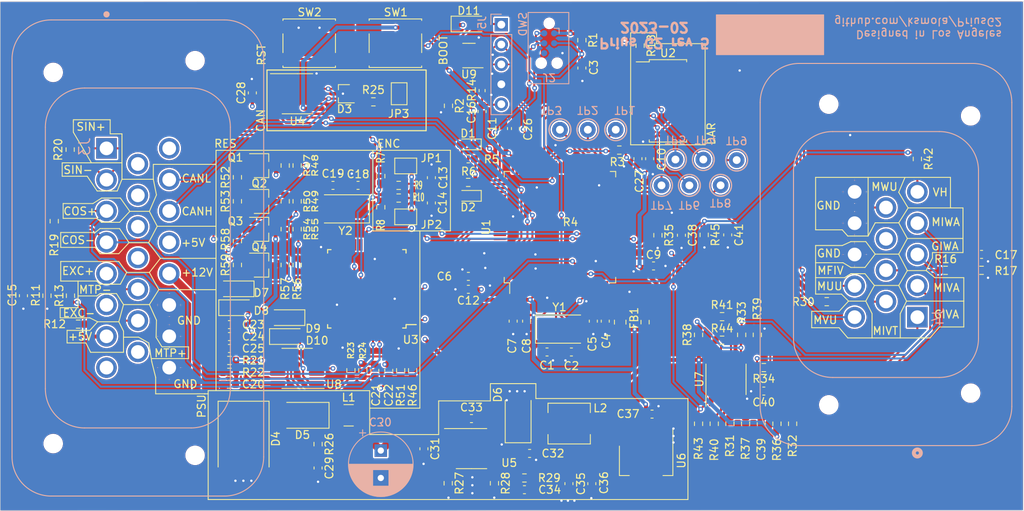
<source format=kicad_pcb>
(kicad_pcb (version 20221018) (generator pcbnew)
  (layers (0 "F.Cu" signal) (1 "In1.Cu" signal) (2 "In2.Cu" signal) (31 "B.Cu" signal) (34 "B.Paste" user) (35 "F.Paste" user) (36 "B.SilkS" user "B.Silkscreen") (37 "F.SilkS" user "F.Silkscreen") (38 "B.Mask" user) (39 "F.Mask" user) (44 "Edge.Cuts" user))
  (net 0 "")
  (net 1 "Net-(U1-PH0)")
  (net 2 "GND")
  (net 3 "Net-(U1-PH1)")
  (net 4 "+3V3")
  (net 5 "/nRESET")
  (net 6 "/ADC14")
  (net 7 "Net-(U2-I2)")
  (net 8 "/ADC13")
  (net 9 "+5V")
  (net 10 "/Resolver/CLKIN")
  (net 11 "/Resolver/VREF")
  (net 12 "Net-(U3-XTALOUT)")
  (net 13 "Net-(C29-Pad1)")
  (net 14 "Net-(U8B--)")
  (net 15 "Net-(U8A--)")
  (net 16 "Net-(U5-SS)")
  (net 17 "/TIM3_CH2")
  (net 18 "/TIM3_CH1")
  (net 19 "/ADC12")
  (net 20 "/Communication/CANH")
  (net 21 "/Communication/CANL")
  (net 22 "+12V")
  (net 23 "/SWCLK")
  (net 24 "/SWDIO")
  (net 25 "Net-(U5-BOOT)")
  (net 26 "Net-(D6-K)")
  (net 27 "Net-(U5-FB)")
  (net 28 "/ADC9")
  (net 29 "/PC13")
  (net 30 "Net-(U7A-+)")
  (net 31 "/TIM2_CH2")
  (net 32 "/TIM1_BKIN")
  (net 33 "/MIVT")
  (net 34 "/Connectors/GIVA")
  (net 35 "/Connectors/MIVA")
  (net 36 "/Connectors/GIWA")
  (net 37 "/Connectors/MIWA")
  (net 38 "Net-(U7B-+)")
  (net 39 "/VH")
  (net 40 "/ADC5")
  (net 41 "/ADC8")
  (net 42 "/MFIV")
  (net 43 "Net-(D1-K)")
  (net 44 "/TIM3_ETR")
  (net 45 "Net-(D1-A)")
  (net 46 "Net-(D2-K)")
  (net 47 "/MTEMP-")
  (net 48 "/MTEMP+")
  (net 49 "Net-(D2-A)")
  (net 50 "/CAN_TX")
  (net 51 "/CAN_RX")
  (net 52 "/TIM1_CH3")
  (net 53 "/TIM1_CH2")
  (net 54 "/TIM1_CH1")
  (net 55 "/TIM1_CH2N")
  (net 56 "/UART3_RX")
  (net 57 "/UART3_TX")
  (net 58 "/Connectors/MWU")
  (net 59 "/Connectors/MVU")
  (net 60 "/Connectors/MUU")
  (net 61 "Net-(D5-K)")
  (net 62 "VDDA")
  (net 63 "Net-(D7-K)")
  (net 64 "Net-(D7-A)")
  (net 65 "Net-(D8-K)")
  (net 66 "Net-(D10-A)")
  (net 67 "Net-(D9-A)")
  (net 68 "Net-(D10-K)")
  (net 69 "Net-(D11-A)")
  (net 79 "Net-(JP1-B)")
  (net 80 "Net-(JP2-B)")
  (net 81 "Net-(JP3-A)")
  (net 82 "Net-(Q1-B)")
  (net 83 "Net-(Q1-E)")
  (net 84 "Net-(Q2-B)")
  (net 85 "Net-(Q2-E)")
  (net 86 "Net-(Q3-B)")
  (net 87 "Net-(Q3-E)")
  (net 88 "Net-(Q4-B)")
  (net 89 "Net-(Q4-E)")
  (net 90 "Net-(U1-BOOT0)")
  (net 91 "Net-(U2-I1)")
  (net 92 "Net-(U5-RT)")
  (net 93 "Net-(U7A--)")
  (net 94 "Net-(U7B--)")
  (net 108 "USB_SHIELD")
  (net 120 "Net-(U1-VCAP_1)")
  (net 131 "Net-(U1-VCAP_2)")
  (net 134 "/TIM1_CH1N")
  (net 137 "/TIM1_CH3N")
  (net 173 "/SCLK")
  (net 174 "/MISO")
  (net 175 "/~{CS}")
  (net 176 "/~{SAMPLE}")
  (net 177 "/Resolver/T_EXC")
  (net 178 "/Resolver/~{T_EXC}")
  (net 179 "/EXC+")
  (net 180 "/EXC-")
  (net 181 "/SIN+")
  (net 182 "/SIN-")
  (net 183 "/COS+")
  (net 184 "/COS-")
  (net 185 "/USB_D-")
  (net 186 "/USB_D+")
  (net 187 "Net-(U5-EN)")
  (footprint "Resistor_SMD:R_0603_1608Metric" (layer "F.Cu") (at 91.2855 105.072 -90)
    (fp_text reference "R13")
    (fp_text value "10k")
  )
  (footprint "Capacitor_SMD:C_0603_1608Metric" (layer "F.Cu") (at 122.8735 127.07 -90)
    (fp_text reference "C29")
    (fp_text value "4.7uF")
  )
  (footprint "Capacitor_SMD:C_0603_1608Metric" (layer "F.Cu") (at 136.3735 124.62 -90)
    (fp_text reference "C31")
    (fp_text value "1uF")
  )
  (footprint "Capacitor_SMD:C_0603_1608Metric" (layer "F.Cu") (at 149.8575 125.21)
    (fp_text reference "C32")
    (fp_text value "10nF")
  )
  (footprint "Capacitor_SMD:C_0603_1608Metric" (layer "F.Cu") (at 142.441 120.765)
    (fp_text reference "C33")
    (fp_text value "100nF")
  )
  (footprint "Capacitor_SMD:C_0603_1608Metric" (layer "F.Cu") (at 149.1985 129.845)
    (fp_text reference "C34")
    (fp_text value "330pF")
  )
  (footprint "Resistor_SMD:R_0603_1608Metric" (layer "F.Cu") (at 149.1985 128.345 180)
    (fp_text reference "R29")
    (fp_text value "68k")
  )
  (footprint "Resistor_SMD:R_0603_1608Metric" (layer "F.Cu") (at 130.871 89.802 -90)
    (fp_text reference "R7")
    (fp_text value "510")
  )
  (footprint "Resistor_SMD:R_0603_1608Metric" (layer "F.Cu") (at 199.3225 87.607 -90)
    (fp_text reference "R42")
    (fp_text value "10K")
  )
  (footprint "Resistor_SMD:R_0603_1608Metric" (layer "F.Cu") (at 145.3735 129.02 -90)
    (fp_text reference "R28")
    (fp_text value "12k")
  )
  (footprint "Capacitor_SMD:C_0603_1608Metric" (layer "F.Cu") (at 154.8735 129.07 -90)
    (fp_text reference "C35")
    (fp_text value "10uF")
  )
  (footprint "Capacitor_SMD:C_0603_1608Metric" (layer "F.Cu") (at 157.795 129.07 -90)
    (fp_text reference "C36")
    (fp_text value "10uF")
  )
  (footprint "Capacitor_SMD:C_0603_1608Metric" (layer "F.Cu") (at 165.4785 120.1935)
    (fp_text reference "C37")
    (fp_text value "4.7uF")
  )
  (footprint "Capacitor_SMD:C_0603_1608Metric" (layer "F.Cu") (at 137.3285 90.002 90)
    (fp_text reference "C13")
    (fp_text value "1n")
  )
  (footprint "Capacitor_SMD:C_0603_1608Metric" (layer "F.Cu") (at 137.3285 93.227 -90)
    (fp_text reference "C14")
    (fp_text value "1n")
  )
  (footprint "Capacitor_SMD:C_0603_1608Metric" (layer "F.Cu") (at 85.2855 105.072 -90)
    (fp_text reference "C15")
    (fp_text value "1u")
  )
  (footprint "Button_Switch_SMD:SW_SPST_EVQQ2" (layer "F.Cu") (at 132.7405 72.829)
    (fp_text reference "SW1")
    (fp_text value "SW_Push")
  )
  (footprint "Package_SO:SOIC-8_3.9x4.9mm_P1.27mm" (layer "F.Cu") (at 120.24 79.2795)
    (fp_text reference "U4")
    (fp_text value "TJA1051T-3")
  )
  (footprint "Capacitor_SMD:C_0603_1608Metric" (layer "F.Cu") (at 142.047 102.604 180)
    (fp_text reference "C6")
    (fp_text value "4.7u")
  )
  (footprint "Capacitor_SMD:C_0603_1608Metric" (layer "F.Cu") (at 169.225 97.3465 -90)
    (fp_text reference "C38")
    (fp_text value "1u")
  )
  (footprint "Capacitor_SMD:C_0603_1608Metric" (layer "F.Cu") (at 175.1305 97.3045 -90)
    (fp_text reference "C41")
    (fp_text value "1u")
  )
  (footprint "Resistor_SMD:R_0603_1608Metric" (layer "F.Cu") (at 88.2855 105.072 -90)
    (fp_text reference "R11")
    (fp_text value "510")
  )
  (footprint "Resistor_SMD:R_0603_1608Metric" (layer "F.Cu") (at 92.2625 108.7 180)
    (fp_text reference "R12")
    (fp_text value "510")
  )
  (footprint "Resistor_SMD:R_0603_1608Metric" (layer "F.Cu") (at 133.157 92.5995 180)
    (fp_text reference "R10")
    (fp_text value "10k")
  )
  (footprint "Resistor_SMD:R_0603_1608Metric" (layer "F.Cu") (at 129.93 80.3155 180)
    (fp_text reference "R25")
    (fp_text value "120")
  )
  (footprint "Resistor_SMD:R_0603_1608Metric" (layer "F.Cu") (at 122.8735 124.02 -90)
    (fp_text reference "R26")
    (fp_text value "1")
  )
  (footprint "Crystal:Crystal_SMD_5032-2Pin_5.0x3.2mm" (layer "F.Cu") (at 153.6675 109.335)
    (fp_text reference "Y1")
    (fp_text value "8MHz")
  )
  (footprint "Button_Switch_SMD:SW_SPST_EVQQ2" (layer "F.Cu") (at 121.7405 72.829)
    (fp_text reference "SW2")
    (fp_text value "SW_Push")
  )
  (footprint "LED_SMD:LED_0603_1608Metric_Castellated" (layer "F.Cu") (at 142.005 92.317 180)
    (fp_text reference "D2")
    (fp_text value "LED")
  )
  (footprint "Resistor_SMD:R_0603_1608Metric" (layer "F.Cu") (at 130.871 93.7775 90)
    (fp_text reference "R8")
    (fp_text value "510")
  )
  (footprint "Resistor_SMD:R_0603_1608Metric" (layer "F.Cu") (at 133.157 90.9835 180)
    (fp_text reference "R9")
    (fp_text value "10k")
  )
  (footprint "Resistor_SMD:R_0603_1608Metric" (layer "F.Cu") (at 166.225 97.3465 -90)
    (fp_text reference "R35")
    (fp_text value "10K")
  )
  (footprint "Resistor_SMD:R_0603_1608Metric" (layer "F.Cu") (at 164.5895 108.446 90)
    (fp_text reference "R4")
    (fp_text value "10K")
  )
  (footprint "Resistor_SMD:R_0603_1608Metric" (layer "F.Cu") (at 187.7655 105.831)
    (fp_text reference "R30")
    (fp_text value "10K")
  )
  (footprint "Jumper:SolderJumper-2_P1.3mm_Open_TrianglePad1.0x1.5mm" (layer "F.Cu") (at 134.0535 95.002 180)
    (fp_text reference "JP2")
    (fp_text value "SolderJumper_2_Open")
  )
  (footprint "Inductor_SMD:L_1210_3225Metric" (layer "F.Cu") (at 126.7735 120.345)
    (fp_text reference "L1")
    (fp_text value "2.2uH")
  )
  (footprint "Resistor_SMD:R_0603_1608Metric" (layer "F.Cu") (at 156.525 72.4415 -90)
    (fp_text reference "R1")
    (fp_text value "10k")
  )
  (footprint "Package_TO_SOT_SMD:SOT-323_SC-70" (layer "F.Cu") (at 126.195 79.2795 180)
    (fp_text reference "D3")
    (fp_text value "PESD1CAN-UX")
  )
  (footprint "Diode_SMD:D_SMC" (layer "F.Cu") (at 113.3735 123.345 -90)
    (fp_text reference "D4")
    (fp_text value "SM15T33CA")
  )
  (footprint "Diode_SMD:D_SMA" (layer "F.Cu") (at 120.8735 120.345 180)
    (fp_text reference "D5")
    (fp_text value "D_Schottky")
  )
  (footprint "Diode_SMD:D_SMA" (layer "F.Cu") (at 148.397 120.4475 90)
    (fp_text reference "D6")
    (fp_text value "D_Schottky")
  )
  (footprint "Capacitor_SMD:C_0805_2012Metric" (layer "F.Cu") (at 161.4145 108.446 -90)
    (fp_text reference "FB1")
    (fp_text value "Ferrite_Bead")
  )
  (footprint "Resistor_SMD:R_0603_1608Metric" (layer "F.Cu") (at 172.1305 97.3045 -90)
    (fp_text reference "R45")
    (fp_text value "10K")
  )
  (footprint "Resistor_SMD:R_0603_1608Metric" (layer "F.Cu") (at 139.4735 129.02 -90)
    (fp_text reference "R27")
    (fp_text value "10k")
  )
  (footprint "Resistor_SMD:R_0603_1608Metric" (layer "F.Cu") (at 142.025 90.6025 180)
    (fp_text reference "R6")
    (fp_text value "1k")
  )
  (footprint "Resistor_SMD:R_0603_1608Metric" (layer "F.Cu") (at 139.507 80.8235 -90)
    (fp_text reference "R2")
    (fp_text value "10k")
  )
  (footprint "Jumper:SolderJumper-2_P1.3mm_Open_TrianglePad1.0x1.5mm" (layer "F.Cu") (at 133.215 79.2795 90)
    (fp_text reference "JP3")
    (fp_text value "SolderJumper_2_Open")
  )
  (footprint "Jumper:SolderJumper-2_P1.3mm_Open_TrianglePad1.0x1.5mm" (layer "F.Cu") (at 134.0535 88.502 180)
    (fp_text reference "JP1")
    (fp_text value "SolderJumper_2_Open")
  )
  (footprint "Package_TO_SOT_SMD:SOT-223-3_TabPin2" (layer "F.Cu") (at 164.723 126.127 -90)
    (fp_text reference "U6")
    (fp_text value "AZ1117-3.3")
  )
  (footprint "Package_SO:SOIC-8-1EP_3.9x4.9mm_P1.27mm_EP2.29x3mm" (layer "F.Cu") (at 142.4435 124.595)
    (fp_text reference "U5")
    (fp_text value "LMR14020")
  )
  (footprint "Resistor_SMD:R_0603_1608Metric" (layer "F.Cu") (at 163.9545 73.14 -90)
    (fp_text reference "R18")
    (fp_text value "10K")
  )
  (footprint "Capacitor_SMD:C_0603_1608Metric" (layer "F.Cu") (at 207.514 99.7985)
    (fp_text reference "C17")
    (fp_text value "1nF")
  )
  (footprint "Resistor_SMD:R_0603_1608Metric" (layer "F.Cu") (at 202.9275 101.8305)
    (fp_text reference "R16")
    (fp_text value "10K")
  )
  (footprint "Resistor_SMD:R_0603_1608Metric" (layer "F.Cu") (at 207.5145 101.8305)
    (fp_text reference "R17")
    (fp_text value "4K7")
  )
  (footprint "Package_SO:SOIC-8-1EP_3.9x4.9mm_P1.27mm_EP2.29x3mm" (layer "F.Cu") (at 174.9115 115.7465 90)
    (fp_text reference "U7")
    (fp_text value "MCP602")
  )
  (footprint "Resistor_SMD:R_0603_1608Metric" (layer "F.Cu") (at 174.4115 107.7465 180)
    (fp_text reference "R41")
    (fp_text value "100K")
  )
  (footprint "Capacitor_SMD:C_0603_1608Metric" (layer "F.Cu") (at 179.4115 121.4215 -90)
    (fp_text reference "C39")
    (fp_text value "1n")
  )
  (footprint "Capacitor_SMD:C_0603_1608Metric" (layer "F.Cu") (at 179.7365 117.2465 180)
    (fp_text reference "C40")
    (fp_text value "1n")
  )
  (footprint "Resistor_SMD:R_0603_1608Metric" (layer "F.Cu") (at 171.4115 121.4215 90)
    (fp_text reference "R43")
    (fp_text value "10K")
  )
  (footprint "Resistor_SMD:R_0603_1608Metric" (layer "F.Cu") (at 179.7365 114.2465 180)
    (fp_text reference "R34")
    (fp_text value "100K")
  )
  (footprint "Resistor_SMD:R_0603_1608Metric" (layer "F.Cu") (at 171.4115 110.0715 90)
    (fp_text reference "R38")
    (fp_text value "33K")
  )
  (footprint "Resistor_SMD:R_0603_1608Metric" (layer "F.Cu") (at 181.4115 121.4215 90)
    (fp_text reference "R36")
    (fp_text value "33K")
  )
  (footprint "Resistor_SMD:R_0603_1608Metric" (layer "F.Cu") (at 177.4115 121.4215 -90)
    (fp_text reference "R37")
    (fp_text value "15K")
  )
  (footprint "Resistor_SMD:R_0603_1608Metric" (layer "F.Cu") (at 176.9115 110.0715 90)
    (fp_text reference "R33")
    (fp_text value "100K")
  )
  (footprint "Resistor_SMD:R_0603_1608Metric" (layer "F.Cu") (at 175.4115 121.4215 -90)
    (fp_text reference "R31")
    (fp_text value "100K")
  )
  (footprint "Resistor_SMD:R_0603_1608Metric" (layer "F.Cu") (at 183.4115 121.4215 -90)
    (fp_text reference "R32")
    (fp_text value "100K")
  )
  (footprint "Resistor_SMD:R_0603_1608Metric" (layer "F.Cu") (at 178.9115 110.0715 90)
    (fp_text reference "R39")
    (fp_text value "15K")
  )
  (footprint "Resistor_SMD:R_0603_1608Metric" (layer "F.Cu") (at 173.4115 121.4215 -90)
    (fp_text reference "R40")
    (fp_text value "100K")
  )
  (footprint "Resistor_SMD:R_0603_1608Metric" (layer "F.Cu") (at 174.4115 110.7465 180)
    (fp_text reference "R44")
    (fp_text value "10K")
  )
  (footprint "prius_gen2_kicad:MWSA0503" (layer "F.Cu") (at 154.905 121.3995 180)
    (fp_text reference "L2")
    (fp_text value "10u")
  )
  (footprint "Capacitor_SMD:C_0603_1608Metric" (layer "F.Cu") (at 155.1915 112.256)
    (fp_text reference "C2")
    (fp_text value "20pF")
  )
  (footprint "Capacitor_SMD:C_0603_1608Metric" (layer "F.Cu") (at 147.762 108.319 -90)
    (fp_text reference "C7")
    (fp_text value "100nF")
  )
  (footprint "Capacitor_SMD:C_0603_1608Metric" (layer "F.Cu") (at 159.5095 108.319 -90)
    (fp_text reference "C4")
    (fp_text value "100nF")
  )
  (footprint "Capacitor_SMD:C_0603_1608Metric" (layer "F.Cu") (at 149.4765 108.319 -90)
    (fp_text reference "C8")
    (fp_text value "100nF")
  )
  (footprint "Capacitor_SMD:C_0603_1608Metric" (layer "F.Cu") (at 165.669 101.2705)
    (fp_text reference "C9")
    (fp_text value "100nF")
  )
  (footprint "Capacitor_SMD:C_0603_1608Metric" (layer "F.Cu") (at 146.525 83.725 90)
    (fp_text reference "C11")
    (fp_text value "100nF")
  )
  (footprint "Capacitor_SMD:C_0603_1608Metric" (layer "F.Cu") (at 142.047 104.255 180)
    (fp_text reference "C12")
    (fp_text value "100nF")
  )
  (footprint "Capacitor_SMD:C_0603_1608Metric" (layer "F.Cu") (at 156.525 75.9975 90)
    (fp_text reference "C3")
    (fp_text value "100nF")
  )
  (footprint "Capacitor_SMD:C_0603_1608Metric" (layer "F.Cu") (at 157.9855 108.319 -90)
    (fp_text reference "C5")
    (fp_text value "100nF")
  )
  (footprint "Capacitor_SMD:C_0603_1608Metric" (layer "F.Cu") (at 114.488 79.1725 90)
    (fp_text reference "C28")
    (fp_text value "100nF")
  )
  (footprint "Capacitor_SMD:C_0603_1608Metric" (layer "F.Cu") (at 152.08 112.256 180)
    (fp_text reference "C1")
    (fp_text value "20pF")
  )
  (footprint "Resistor_SMD:R_0603_1608Metric" (layer "F.Cu") (at 142.025 87.5995 180)
    (fp_text reference "R5")
    (fp_text value "1k")
  )
  (footprint "LED_SMD:LED_0603_1608Metric_Castellated" (layer "F.Cu") (at 142.005 85.7495 180)
    (fp_text reference "D1")
    (fp_text value "LED")
  )
  (footprint "Resistor_SMD:R_0603_1608Metric" (layer "F.Cu") (at 161.3 86.475 180)
    (fp_text reference "R3")
    (fp_text value "10K")
  )
  (footprint "Capacitor_SMD:C_0603_1608Metric" (layer "F.Cu") (at 165.175 87.575 90)
    (fp_text reference "C10")
    (fp_text value "100nF")
  )
  (footprint "Package_SO:SOIC-16_4.55x10.3mm_P1.27mm" (layer "F.Cu") (at 167.5105 80.1885)
    (fp_text reference "U2")
    (fp_text value "ULN2003A")
  )
  (footprint "Resistor_SMD:R_0603_1608Metric" (layer "F.Cu") (at 118.679 96.5715 90)
    (fp_text reference "R54")
    (fp_text value "2k2")
  )
  (footprint "Diode_SMD:D_SOD-123" (layer "F.Cu") (at 118.933 107.8745 180)
    (fp_text reference "D9")
    (fp_text value "D")
  )
  (footprint "Package_TO_SOT_SMD:SOT-23-6" (layer "F.Cu") (at 142.125 74.4 180)
    (fp_text reference "U9")
    (fp_text value "~")
  )
  (footprint "Capacitor_SMD:C_0603_1608Metric" (layer "F.Cu") (at 148.05 83.725 90)
    (fp_text reference "C26")
    (fp_text value "2.2uF")
  )
  (footprint "Resistor_SMD:R_0603_1608Metric" (layer "F.Cu") (at 127.061 114.6055 90)
    (fp_text reference "R23")
    (fp_text value "10k")
  )
  (footprint "Capacitor_SMD:C_0603_1608Metric" (layer "F.Cu") (at 130.109 114.6055 90)
    (fp_text reference "C21")
    (fp_text value "120pF")
  )
  (footprint "Capacitor_SMD:C_0603_1608Metric" (layer "F.Cu") (at 163.675 87.575 90)
    (fp_text reference "C27")
    (fp_text value "2.2uF")
  )
  (footprint "Resistor_SMD:R_0603_1608Metric" (layer "F.Cu") (at 128.585 114.6055 90)
    (fp_text reference "R24")
    (fp_text value "17.4k")
  )
  (footprint "Resistor_SMD:R_0603_1608Metric" (layer "F.Cu") (at 118.679 88.4435 90)
    (fp_text reference "R47")
    (fp_text value "2k2")
  )
  (footprint "Diode_SMD:D_SOD-123" (layer "F.Cu") (at 112.456 106.6045)
    (fp_text reference "D8")
    (fp_text value "D")
  )
  (footprint "Capacitor_SMD:C_0603_1608Metric" (layer "F.Cu") (at 111.567 111.8115 180)
    (fp_text reference "C25")
    (fp_text value "10nF")
  )
  (footprint "Package_TO_SOT_SMD:TSOT-23" (layer "F.Cu") (at 115.631 96.5715)
    (fp_text reference "Q3")
    (fp_text value "Q_NPN_BEC")
  )
  (footprint "Capacitor_SMD:C_0603_1608Metric" (layer "F.Cu") (at 111.567 108.7635 180)
    (fp_text reference "C23")
    (fp_text value "1uF 12mR")
  )
  (footprint "Package_TO_SOT_SMD:TSOT-23" (layer "F.Cu") (at 115.631 101.1435)
    (fp_text reference "Q4")
    (fp_text value "Q_PNP_BEC")
  )
  (footprint "Resistor_SMD:R_0603_1608Metric" (layer "F.Cu") (at 133.411 114.6055 90)
    (fp_text reference "R51")
    (fp_text value "17.4k")
  )
  (footprint "Resistor_SMD:R_0603_1608Metric" (layer "F.Cu") (at 118.679 101.1435 -90)
    (fp_text reference "R57")
    (fp_text value "2k2")
  )
  (footprint "Diode_SMD:D_SOD-123" (layer "F.Cu") (at 142.1 70.375)
    (fp_text reference "D11")
    (fp_text value "schottky")
  )
  (footprint "Resistor_SMD:R_0603_1608Metric" (layer "F.Cu") (at 120.203 101.1435 -90)
    (fp_text reference "R56")
    (fp_text value "3r3")
  )
  (footprint "Package_QFP:LQFP-100_14x14mm_P0.5mm" (layer "F.Cu") (at 153.731 96.3175 90)
    (fp_text reference "U1")
    (fp_text value "STM32F407VETx")
  )
  (footprint "Resistor_SMD:R_0603_1608Metric" (layer "F.Cu") (at 111.567 114.8595 180)
    (fp_text reference "R22")
    (fp_text value "10k")
  )
  (footprint "Resistor_SMD:R_0603_1608Metric" (layer "F.Cu") (at 112.583 93.0155 -90)
    (fp_text reference "R53")
    (fp_text value "4r7")
  )
  (footprint "Diode_SMD:D_SOD-123" (layer "F.Cu") (at 112.456 104.1915 180)
    (fp_text reference "D7")
    (fp_text value "D")
  )
  (footprint "ad2s:QFP80P1200X1200X160-44N" (layer "F.Cu") (at 129.093 104.1915 180)
    (fp_text reference "U3")
    (fp_text value "AD2S1205YSTZ")
  )
  (footprint "Resistor_SMD:R_0603_1608Metric" (layer "F.Cu") (at 120.203 93.0155 90)
    (fp_text reference "R49")
    (fp_text value "3r3")
  )
  (footprint "Capacitor_SMD:C_0603_1608Metric" (layer "F.Cu") (at 111.567 116.3835 180)
    (fp_text reference "C20")
    (fp_text value ".1uF")
  )
  (footprint "Resistor_SMD:R_0603_1608Metric" (layer "F.Cu") (at 120.203 96.5715 -90)
    (fp_text reference "R55")
    (fp_text value "3r3")
  )
  (footprint "Resistor_SMD:R_0603_1608Metric" (layer "F.Cu") (at 91.247 86.4115 -90)
    (fp_text reference "R20")
    (fp_text value "68k")
  )
  (footprint "Resistor_SMD:R_0603_1608Metric" (layer "F.Cu") (at 118.679 93.0155 -90)
    (fp_text reference "R50")
    (fp_text value "2k2")
  )
  (footprint "Resistor_SMD:R_0603_1608Metric" (layer "F.Cu") (at 111.567 113.3355)
    (fp_text reference "R21")
    (fp_text value "22k")
  )
  (footprint "Capacitor_SMD:C_0603_1608Metric" (layer "F.Cu") (at 111.567 110.2875 180)
    (fp_text reference "C24")
    (fp_text value "1uF 12mR")
  )
  (footprint "Resistor_SMD:R_0603_1608Metric" (layer "F.Cu") (at 112.583 101.1435 -90)
    (fp_text reference "R59")
    (fp_text value "4r7")
  )
  (footprint "Resistor_SMD:R_0603_1608Metric" (layer "F.Cu") (at 112.583 89.9495 -90)
    (fp_text reference "R52")
    (fp_text value "4r7")
  )
  (footprint "Capacitor_SMD:C_0603_1608Metric" (layer "F.Cu") (at 127.975 90.9835)
    (fp_text reference "C18")
    (fp_text value "22pF")
  )
  (footprint "Resistor_SMD:R_0603_1608Metric" (layer "F.Cu") (at 120.203 88.4435 90)
    (fp_text reference "R48")
    (fp_text value "3r3")
  )
  (footprint "Capacitor_SMD:C_0603_1608Metric" (layer "F.Cu") (at 131.887 114.6055 90)
    (fp_text reference "C22")
    (fp_text value "120pF")
  )
  (footprint "Resistor_SMD:R_0603_1608Metric" (layer "F.Cu") (at 89.215 95.5555 -90)
    (fp_text reference "R19")
    (fp_text value "68k")
  )
  (footprint "Package_TO_SOT_SMD:TSOT-23" (layer "F.Cu") (at 115.631 88.4435)
    (fp_text reference "Q1")
    (fp_text value "Q_NPN_BEC")
  )
  (footprint "Capacitor_SMD:C_0603_1608Metric" (layer "F.Cu") (at 143.8 81.55 -90)
    (fp_text reference "C16")
    (fp_text value "100n")
  )
  (footprint "Resistor_SMD:R_0402_1005Metric" (layer "F.Cu") (at 143.8 78.883 90)
    (fp_text reference "R14")
    (fp_text value "100k")
  )
  (footprint "Package_TO_SOT_SMD:TSOT-23" (layer "F.Cu") (at 115.631 93.0155)
    (fp_text reference "Q2")
    (fp_text value "Q_PNP_BEC")
  )
  (footprint "Resistor_SMD:R_0603_1608Metric" (layer "F.Cu") (at 134.935 114.6055 90)
    (fp_text reference "R46")
    (fp_text value "10k")
  )
  (footprint "Package_SO:SOIC-8_3.9x4.9mm_P1.27mm" (layer "F.Cu") (at 120.203 114.3515 180)
    (fp_text reference "U8")
    (fp_text value "AD8676xR")
  )
  (footprint "Crystal:Crystal_SMD_5032-2Pin_5.0x3.2mm" (layer "F.Cu") (at 126.375 93.9835 180)
    (fp_text reference "Y2")
    (fp_text value "8.192MHz")
  )
  (footprint "Diode_SMD:D_SOD-123" (layer "F.Cu") (at 118.933 110.2875)
    (fp_text reference "D10")
    (fp_text value "D")
  )
  (footprint "Capacitor_SMD:C_0603_1608Metric" (layer "F.Cu") (at 124.775 90.9835 180)
    (fp_text reference "C19")
    (fp_text value "22pF")
  )
  (footprint "Resistor_SMD:R_0603_1608Metric" (layer "F.Cu") (at 112.583 98.0955 -90)
    (fp_text reference "R58")
    (fp_text value "4r7")
  )
  (footprint "Capacitor_THT:CP_Radial_D8.0mm_P3.50mm" (layer "B.Cu") (at 130.8735 124.845 -90)
    (fp_text reference "C30")
    (fp_text value "56uF")
  )
  (footprint "Downloads:TE_776228-1" (layer "B.Cu") (at 99.883 100.2545 -90)
    (fp_text reference "J3")
    (fp_text value "Conn_01x23")
  )
  (footprint "Connector:Tag-Connect_TC2030-IDC-NL_2x03_P1.27mm_Vertical" (layer "B.Cu") (at 152.355 72.829 -90)
    (fp_text reference "J2")
    (fp_text value "Conn_01x06")
  )
  (footprint "Downloads:TE_776262-2" (layer "B.Cu") (at 195.323 99.8095 90)
    (fp_text reference "J4")
    (fp_text value "Conn_01x14")
  )
  (footprint "Connector_PinSocket_2.54mm:PinSocket_1x05_P2.54mm_Vertical" (layer "B.Cu") (at 146.25 70.455 180)
    (fp_text reference "J5")
    (fp_text value "~")
  )
  (footprint "TestPoint:TestPoint_Keystone_5000-5004_Miniature" (layer "B.Cu") (at 170.241 90.9835)
    (fp_text reference "TP6")
    (fp_text value "TestPoint")
  )
  (footprint "TestPoint:TestPoint_Keystone_5000-5004_Miniature" (layer "B.Cu") (at 153.731 83.8715 180)
    (fp_text reference "TP3")
    (fp_text value "TestPoint")
  )
  (footprint "TestPoint:TestPoint_Keystone_5000-5004_Miniature" (layer "B.Cu") (at 172.019 87.6815)
    (fp_text reference "TP4")
    (fp_text value "TestPoint")
  )
  (footprint "TestPoint:TestPoint_Keystone_5000-5004_Miniature" (layer "B.Cu") (at 166.685 90.9835)
    (fp_text reference "TP7")
    (fp_text value "TestPoint")
  )
  (footprint "TestPoint:TestPoint_Keystone_5000-5004_Miniature" (layer "B.Cu") (at 157.287 83.8715 180)
    (fp_text reference "TP2")
    (fp_text value "TestPoint")
  )
  (footprint "TestPoint:TestPoint_Keystone_5000-5004_Miniature" (layer "B.Cu") (at 176.275 87.75 180)
    (fp_text reference "TP9")
    (fp_text value "TestPoint")
  )
  (footprint "TestPoint:TestPoint_Keystone_5000-5004_Miniature" (layer "B.Cu") (at 174.225 90.975 180)
    (fp_text reference "TP8")
    (fp_text value "TestPoint")
  )
  (footprint "TestPoint:TestPoint_Keystone_5000-5004_Miniature" (layer "B.Cu") (at 160.843 83.8715 180)
    (fp_text reference "TP1")
    (fp_text value "TestPoint")
  )
  (footprint "TestPoint:TestPoint_Keystone_5000-5004_Miniature" (layer "B.Cu") (at 168.463 87.6815)
    (fp_text reference "TP5")
    (fp_text value "TestPoint")
  )
  (gr_line (start 149.675 77.9995) (end 149.675 68.8995) (stroke (width 0.12)) (layer "B.SilkS"))
  (gr_poly (pts (xy 187.377 74.2995) (xy 173.677 74.2995) (xy 173.677 69.1995) (xy 187.377 69.1995)) (stroke (width 0.1)) (fill solid) (layer "B.SilkS"))
  (gr_line (start 149.675 68.8995) (end 154.855 68.8995) (stroke (width 0.12)) (layer "B.SilkS"))
  (gr_line (start 154.855 68.8995) (end 154.855 77.9995) (stroke (width 0.12)) (layer "B.SilkS"))
  (gr_line (start 154.855 77.9995) (end 149.675 77.9995) (stroke (width 0.12)) (layer "B.SilkS"))
  (gr_line (start 116.355 83.9995) (end 116.355 76.2515) (stroke (width 0.15)) (layer "F.SilkS"))
  (gr_line (start 129.855 96.7995) (end 129.855 86.4995) (stroke (width 0.12)) (layer "F.SilkS"))
  (gr_line (start 108.855 117.1995) (end 108.855 131.0995) (stroke (width 0.12)) (layer "F.SilkS"))
  (gr_line (start 93.255 111.0995) (end 93.855 112.2995) (stroke (width 0.12)) (layer "F.SilkS"))
  (gr_line (start 98.055 109.5995) (end 98.055 110.4995) (stroke (width 0.12)) (layer "F.SilkS"))
  (gr_line (start 102.955 111.5995) (end 106.355 111.5995) (stroke (width 0.12)) (layer "F.SilkS"))
  (gr_line (start 106.355 113.0995) (end 106.355 112.8995) (stroke (width 0.12)) (layer "F.SilkS"))
  (gr_line (start 97.155 104.7995) (end 98.055 106.1995) (stroke (width 0.12)) (layer "F.SilkS"))
  (gr_line (start 93.755 107.8995) (end 94.755 108.3995) (stroke (width 0.12)) (layer "F.SilkS"))
  (gr_line (start 97.455 100.6995) (end 98.455 102.0995) (stroke (width 0.12)) (layer "F.SilkS"))
  (gr_line (start 98.755 98.2995) (end 101.255 98.2995) (stroke (width 0.12)) (layer "F.SilkS"))
  (gr_line (start 97.555 96.4995) (end 98.755 98.2995) (stroke (width 0.12)) (layer "F.SilkS"))
  (gr_line (start 95.055 96.4995) (end 94.455 96.9995) (stroke (width 0.12)) (layer "F.SilkS"))
  (gr_line (start 98.855 94.2995) (end 101.355 94.2995) (stroke (width 0.12)) (layer "F.SilkS"))
  (gr_line (start 97.255 91.6995) (end 97.855 90.1995) (stroke (width 0.12)) (layer "F.SilkS"))
  (gr_line (start 197.745 89.961) (end 196.945 91.861) (stroke (width 0.12)) (layer "F.SilkS"))
  (gr_line (start 205.145 93.861) (end 203.645 93.861) (stroke (width 0.12)) (layer "F.SilkS"))
  (gr_line (start 205.145 99.561) (end 205.145 97.761) (stroke (width 0.12)) (layer "F.SilkS"))
  (gr_line (start 201.545 102.761) (end 200.445 101.861) (stroke (width 0.12)) (layer "F.SilkS"))
  (gr_line (start 193.845 103.761) (end 196.945 103.761) (stroke (width 0.12)) (layer "F.SilkS"))
  (gr_line (start 197.145 107.361) (end 197.945 105.761) (stroke (width 0.12)) (layer "F.SilkS"))
  (gr_line (start 205.245 109.061) (end 205.245 105.761) (stroke (width 0.12)) (layer "F.SilkS"))
  (gr_line (start 189.845 100.861) (end 189.745 100.861) (stroke (width 0.12)) (layer "F.SilkS"))
  (gr_line (start 192.645 101.461) (end 190.845 101.461) (stroke (width 0.12)) (layer "F.SilkS"))
  (gr_line (start 192.645 102.261) (end 193.845 103.761) (stroke (width 0.12)) (layer "F.SilkS"))
  (gr_line (start 186.345 100.861) (end 186.345 102.761) (stroke (width 0.12)) (layer "F.SilkS"))
  (gr_line (start 192.745 98.161) (end 193.945 99.761) (stroke (width 0.12)) (layer "F.SilkS"))
  (gr_line (start 192.745 98.161) (end 190.845 98.161) (stroke (width 0.12)) (layer "F.SilkS"))
  (gr_line (start 193.045 89.961) (end 193.045 97.449) (stroke (width 0.12)) (layer "F.SilkS"))
  (gr_line (start 192.745 105.761) (end 190.545 105.761) (stroke (width 0.12)) (layer "F.SilkS"))
  (gr_line (start 190.445 110.461) (end 193.545 110.461) (stroke (width 0.12)) (layer "F.SilkS"))
  (gr_line (start 98.055 106.1995) (end 101.355 106.1995) (stroke (width 0.12)) (layer "F.SilkS"))
  (gr_line (start 90.231 88.126) (end 90.231 89.8144) (stroke (width 0.12)) (layer "F.SilkS"))
  (gr_line (start 90.0405 103.199) (end 92.255 103.1995) (stroke (width 0.12)) (layer "F.SilkS"))
  (gr_line (start 90.0405 98.8995) (end 91.655 98.8995) (stroke (width 0.12)) (layer "F.SilkS"))
  (gr_line (start 90.0405 96.9995) (end 91.655 96.9995) (stroke (width 0.12)) (layer "F.SilkS"))
  (gr_line (start 186.345 104.861) (end 189.645 104.861) (stroke (width 0.12)) (layer "F.SilkS"))
  (gr_line (start 170.055 131.0995) (end 170.055 118.1995) (stroke (width 0.12)) (layer "F.SilkS"))
  (gr_line (start 203.545 89.961) (end 197.745 89.961) (stroke (width 0.12)) (layer "F.SilkS"))
  (gr_line (start 98.055 110.4995) (end 98.055 112.2995) (stroke (width 0.12)) (layer "F.SilkS"))
  (gr_line (start 92.255 100.6995) (end 97.455 100.6995) (stroke (width 0.12)) (layer "F.SilkS"))
  (gr_line (start 197.645 89.961) (end 193.045 89.961) (stroke (width 0.12)) (layer "F.SilkS"))
  (gr_line (start 102.155 117.5995) (end 102.155 115.4995) (stroke (width 0.12)) (layer "F.SilkS"))
  (gr_line (start 101.855 90.1995) (end 102.255 92.1995) (stroke (width 0.12)) (layer "F.SilkS"))
  (gr_line (start 193.545 110.461) (end 197.145 110.461) (stroke (width 0.12)) (layer "F.SilkS"))
  (gr_line (start 97.855 88.0995) (end 97.855 84.3995) (stroke (width 0.12)) (layer "F.SilkS"))
  (gr_line (start 135.855 96.7995) (end 135.855 119.4315) (stroke (width 0.12)) (layer "F.SilkS"))
  (gr_line (start 95.355 96.4995) (end 95.055 96.4995) (stroke (width 0.12)) (layer "F.SilkS"))
  (gr_line (start 102.155 115.4995) (end 101.655 113.4995) (stroke (width 0.12)) (layer "F.SilkS"))
  (gr_line (start 97.555 95.6995) (end 98.855 94.2995) (stroke (width 0.12)) (layer "F.SilkS"))
  (gr_line (start 91.655 84.1995) (end 93.955 88.0995) (stroke (width 0.12)) (layer "F.SilkS"))
  (gr_line (start 90.0405 103.199) (end 90.0405 100.699) (stroke (width 0.12)) (layer "F.SilkS"))
  (gr_line (start 116.355 76.2515) (end 136.655 76.2515) (stroke (width 0.15)) (layer "F.SilkS"))
  (gr_line (start 162.748 85.7995) (end 172.255 85.7995) (stroke (width 0.12)) (layer "F.SilkS"))
  (gr_line (start 90.0405 98.8995) (end 90.0405 96.9995) (stroke (width 0.12)) (layer "F.SilkS"))
  (gr_line (start 101.2698 111.0996) (end 99.9744 110.363) (stroke (width 0.12)) (layer "F.SilkS"))
  (gr_line (start 197.145 110.461) (end 200.945 110.461) (stroke (width 0.12)) (layer "F.SilkS"))
  (gr_line (start 102.255 108.1995) (end 102.2096 110.3884) (stroke (width 0.12)) (layer "F.SilkS"))
  (gr_line (start 102.755 100.2995) (end 101.355 102.0995) (stroke (width 0.12)) (layer "F.SilkS"))
  (gr_line (start 196.945 99.761) (end 193.945 99.761) (stroke (width 0.12)) (layer "F.SilkS"))
  (gr_line (start 101.355 94.2995) (end 102.355 96.1995) (stroke (width 0.12)) (layer "F.SilkS"))
  (gr_line (start 139.755 86.4995) (end 139.755 96.7995) (stroke (width 0.12)) (layer "F.SilkS"))
  (gr_line (start 90.855 109.4995) (end 93.755 109.4995) (stroke (width 0.12)) (layer "F.SilkS"))
  (gr_line (start 101.855 90.1995) (end 101.855 88.2995) (stroke (width 0.12)) (layer "F.SilkS"))
  (gr_line (start 170.055 118.1995) (end 150.655 118.1995) (stroke (width 0.12)) (layer "F.SilkS"))
  (gr_line (start 198.045 101.861) (end 196.945 103.761) (stroke (width 0.12)) (layer "F.SilkS"))
  (gr_line (start 97.655 103.5995) (end 95.055 103.5995) (stroke (width 0.12)) (layer "F.SilkS"))
  (gr_line (start 109.855 86.4995) (end 129.855 86.4995) (stroke (width 0.12)) (layer "F.SilkS"))
  (gr_line (start 136.655 83.9995) (end 116.355 83.9995) (stroke (width 0.15)) (layer "F.SilkS"))
  (gr_line (start 172.25 72.886) (end 166.05 72.886) (stroke (width 0.12)) (layer "F.SilkS"))
  (gr_line (start 192.745 105.761) (end 193.845 103.761) (stroke (width 0.12)) (layer "F.SilkS"))
  (gr_line (start 205.245 102.761) (end 201.545 102.761) (stroke (width 0.12)) (layer "F.SilkS"))
  (gr_line (start 102.355 96.1995) (end 109.855 96.1995) (stroke (width 0.12)) (layer "F.SilkS"))
  (gr_line (start 94.655 105.0995) (end 95.055 104.7995) (stroke (width 0.12)) (layer "F.SilkS"))
  (gr_line (start 197.145 110.461) (end 197.145 107.361) (stroke (width 0.12)) (layer "F.SilkS"))
  (gr_line (start 93.755 109.4995) (end 94.755 108.3995) (stroke (width 0.12)) (layer "F.SilkS"))
  (gr_line (start 95.055 103.5995) (end 94.655 103.1995) (stroke (width 0.12)) (layer "F.SilkS"))
  (gr_line (start 93.855 112.2995) (end 98.055 112.2995) (stroke (width 0.12)) (layer "F.SilkS"))
  (gr_line (start 186.345 102.761) (end 186.345 104.861) (stroke (width 0.12)) (layer "F.SilkS"))
  (gr_line (start 189.345 109.161) (end 190.445 110.461) (stroke (width 0.12)) (layer "F.SilkS"))
  (gr_line (start 190.845 102.261) (end 192.645 102.261) (stroke (width 0.12)) (layer "F.SilkS"))
  (gr_line (start 186.345 100.861) (end 186.345 98.661) (stroke (width 0.12)) (layer "F.SilkS"))
  (gr_line (start 99.9744 110.363) (end 98.0542 110.36878) (stroke (width 0.12)) (layer "F.SilkS"))
  (gr_line (start 94.655 95.1995) (end 95.255 95.6995) (stroke (width 0.12)) (layer "F.SilkS"))
  (gr_line (start 92.255 103.1995) (end 92.255 105.0995) (stroke (width 0.12)) (layer "F.SilkS"))
  (gr_line (start 90.855 109.4995) (end 90.855 111.0995) (stroke (width 0.12)) (layer "F.SilkS"))
  (gr_line (start 186.345 98.661) (end 189.745 98.661) (stroke (width 0.12)) (layer "F.SilkS"))
  (gr_line (start 138.255 118.4995) (end 138.255 122.7995) (stroke (width 0.12)) (layer "F.SilkS"))
  (gr_line (start 172.255 85.7995) (end 172.25 72.886) (stroke (width 0.12)) (layer "F.SilkS"))
  (gr_line (start 162.748 71.4995) (end 162.748 85.7995) (stroke (width 0.12)) (layer "F.SilkS"))
  (gr_line (start 97.855 84.3995) (end 96.355 84.3995) (stroke (width 0.12)) (layer "F.SilkS"))
  (gr_line (start 97.855 88.0995) (end 97.855 90.1995) (stroke (width 0.12)) (layer "F.SilkS"))
  (gr_line (start 201.245 99.561) (end 205.145 99.561) (stroke (width 0.12)) (layer "F.SilkS"))
  (gr_line (start 189.345 107.061) (end 185.845 107.061) (stroke (width 0.12)) (layer "F.SilkS"))
  (gr_line (start 93.4212 89.8144) (end 94.6912 91.6995) (stroke (width 0.12)) (layer "F.SilkS"))
  (gr_line (start 196.945 95.761) (end 198.045 97.761) (stroke (width 0.12)) (layer "F.SilkS"))
  (gr_line (start 193.945 99.761) (end 192.645 101.461) (stroke (width 0.12)) (layer "F.SilkS"))
  (gr_line (start 95.255 92.5995) (end 97.655 92.5995) (stroke (width 0.12)) (layer "F.SilkS"))
  (gr_line (start 94.455 98.8995) (end 95.055 99.6995) (stroke (width 0.12)) (layer "F.SilkS"))
  (gr_line (start 108.855 131.0995) (end 170.055 131.0995) (stroke (width 0.12)) (layer "F.SilkS"))
  (gr_line (start 90.231 89.8144) (end 93.4212 89.8144) (stroke (width 0.12)) (layer "F.SilkS"))
  (gr_line (start 90.355 95.1992) (end 90.355 93.2995) (stroke (width 0.12)) (layer "F.SilkS"))
  (gr_line (start 89.977 106.5995) (end 89.977 107.8995) (stroke (width 0.12)) (layer "F.SilkS"))
  (gr_line (start 205.245 105.761) (end 205.245 102.761) (stroke (width 0.12)) (layer "F.SilkS"))
  (gr_line (start 101.655 113.0995) (end 106.355 113.0995) (stroke (width 0.12)) (layer "F.SilkS"))
  (gr_line (start 193.945 95.761) (end 193.045 97.449) (stroke (width 0.12)) (layer "F.SilkS"))
  (gr_line (start 201.245 100.261) (end 201.245 99.561) (stroke (width 0.12)) (layer "F.SilkS"))
  (gr_line (start 105.955 88.2995) (end 101.855 88.2995) (stroke (width 0.12)) (layer "F.SilkS"))
  (gr_line (start 91.655 82.7995) (end 91.655 84.1995) (stroke (width 0.12)) (layer "F.SilkS"))
  (gr_line (start 97.855 90.1995) (end 101.855 90.1995) (stroke (width 0.12)) (layer "F.SilkS"))
  (gr_line (start 193.545 107.361) (end 193.545 110.461) (stroke (width 0.12)) (layer "F.SilkS"))
  (gr_line (start 105.955 88.2995) (end 109.855 88.2995) (stroke (width 0.12)) (layer "F.SilkS"))
  (gr_line (start 94.655 103.1995) (end 92.255 103.1995) (stroke (width 0.12)) (layer "F.SilkS"))
  (gr_line (start 196.945 99.761) (end 198.045 101.861) (stroke (width 0.12)) (layer "F.SilkS"))
  (gr_line (start 90.855 111.0995) (end 93.255 111.0995) (stroke (width 0.12)) (layer "F.SilkS"))
  (gr_line (start 102.555 104.2995) (end 109.8398 104.2995) (stroke (width 0.12)) (layer "F.SilkS"))
  (gr_line (start 200.445 101.861) (end 201.245 100.261) (stroke (width 0.12)) (layer "F.SilkS"))
  (gr_line (start 102.155 117.5995) (end 108.855 117.5995) (stroke (width 0.12)) (layer "F.SilkS"))
  (gr_line (start 139.755 96.7995) (end 129.855 96.7995) (stroke (width 0.12)) (layer "F.SilkS"))
  (gr_line (start 202.145 109.061) (end 205.245 109.061) (stroke (width 0.12)) (layer "F.SilkS"))
  (gr_line (start 101.255 98.2995) (end 102.755 100.2995) (stroke (width 0.12)) (layer "F.SilkS"))
  (gr_line (start 198.045 97.761) (end 196.945 99.761) (stroke (width 0.12)) (layer "F.SilkS"))
  (gr_line (start 94.6912 91.6995) (end 97.255 91.6995) (stroke (width 0.12)) (layer "F.SilkS"))
  (gr_line (start 89.977 107.8995) (end 93.755 107.8995) (stroke (width 0.12)) (layer "F.SilkS"))
  (gr_line (start 189.745 98.661) (end 190.845 98.161) (stroke (width 0.12)) (layer "F.SilkS"))
  (gr_line (start 196.945 91.861) (end 198.145 93.861) (stroke (width 0.12)) (layer "F.SilkS"))
  (gr_line (start 102.755 100.2995) (end 109.855 100.2995) (stroke (width 0.12)) (layer "F.SilkS"))
  (gr_line (start 98.455 102.0995) (end 97.655 103.5995) (stroke (width 0.12)) (layer "F.SilkS"))
  (gr_line (start 106.355 111.5995) (end 106.355 112.8995) (stroke (width 0.12)) (layer "F.SilkS"))
  (gr_line (start 94.755 108.3995) (end 97.455 108.3995) (stroke (width 0.12)) (layer "F.SilkS"))
  (gr_line (start 198.045 97.761) (end 205.145 97.761) (stroke (width 0.12)) (layer "F.SilkS"))
  (gr_line (start 95.055 99.6995) (end 97.455 99.6995) (stroke (width 0.12)) (layer "F.SilkS"))
  (gr_line (start 189.845 100.861) (end 190.845 101.461) (stroke (width 0.12)) (layer "F.SilkS"))
  (gr_line (start 95.255 95.6995) (end 97.555 95.6995) (stroke (width 0.12)) (layer "F.SilkS"))
  (gr_line (start 90.355 95.1992) (end 94.655 95.1995) (stroke (width 0.12)) (layer "F.SilkS"))
  (gr_line (start 102.255 92.1995) (end 101.355 94.2995) (stroke (width 0.12)) (layer "F.SilkS"))
  (gr_line (start 91.655 98.8995) (end 94.455 98.8995) (stroke (width 0.12)) (layer "F.SilkS"))
  (gr_line (start 95.055 104.7995) (end 97.155 104.7995) (stroke (width 0.12)) (layer "F.SilkS"))
  (gr_line (start 198.145 93.861) (end 203.645 93.861) (stroke (width 0.12)) (layer "F.SilkS"))
  (gr_line (start 196.945 95.761) (end 193.945 95.761) (stroke (width 0.12)) (layer "F.SilkS"))
  (gr_line (start 150.655 118.1995) (end 150.655 116.2995) (stroke (width 0.12)) (layer "F.SilkS"))
  (gr_line (start 101.655 113.4995) (end 101.2698 111.0996) (stroke (width 0.12)) (layer "F.SilkS"))
  (gr_line (start 185.845 107.061) (end 185.845 109.161) (stroke (width 0.12)) (layer "F.SilkS"))
  (gr_line (start 196.945 103.761) (end 197.945 105.761) (stroke (width 0.12)) (layer "F.SilkS"))
  (gr_line (start 90.355 93.2995) (end 94.155 93.2995) (stroke (width 0.12)) (layer "F.SilkS"))
  (gr_line (start 190.545 105.761) (end 189.345 107.061) (stroke (width 0.12)) (layer "F.SilkS"))
  (gr_line (start 92.255 100.6995) (end 91.655 100.6995) (stroke (width 0.12)) (layer "F.SilkS"))
  (gr_line (start 144.855 116.2995) (end 144.855 118.4995) (stroke (width 0.12)) (layer "F.SilkS"))
  (gr_line (start 198.145 93.861) (end 196.945 95.761) (stroke (width 0.12)) (layer "F.SilkS"))
  (gr_line (start 186.345 89.961) (end 186.345 96.661) (stroke (width 0.12)) (layer "F.SilkS"))
  (gr_line (start 189.745 100.861) (end 186.345 100.861) (stroke (width 0.12)) (layer "F.SilkS"))
  (gr_line (start 197.945 105.761) (end 205.245 105.761) (stroke (width 0.12)) (layer "F.SilkS"))
  (gr_line (start 92.255 106.5995) (end 89.977 106.5995) (stroke (width 0.12)) (layer "F.SilkS"))
  (gr_line (start 108.455 117.5995) (end 108.355 117.5995) (stroke (width 0.12)) (layer "F.SilkS"))
  (gr_line (start 135.855 119.4315) (end 129.474 119.4315) (stroke (width 0.12)) (layer "F.SilkS"))
  (gr_line (start 166.05 72.886) (end 166.055 71.4995) (stroke (width 0.12)) (layer "F.SilkS"))
  (gr_line (start 96.355 82.5995) (end 91.655 82.5995) (stroke (width 0.12)) (layer "F.SilkS"))
  (gr_line (start 90.229 88.0995) (end 97.855 88.0995) (stroke (width 0.12)) (layer "F.SilkS"))
  (gr_line (start 101.355 106.1995) (end 102.255 108.1995) (stroke (width 0.12)) (layer "F.SilkS"))
  (gr_line (start 97.655 92.5995) (end 98.855 94.2995) (stroke (width 0.12)) (layer "F.SilkS"))
  (gr_line (start 193.045 89.961) (end 186.345 89.961) (stroke (width 0.12)) (layer "F.SilkS"))
  (gr_line (start 91.655 96.9995) (end 94.455 96.9995) (stroke (width 0.12)) (layer "F.SilkS"))
  (gr_line (start 193.045 97.449) (end 190.445 97.449) (stroke (width 0.12)) (layer "F.SilkS"))
  (gr_line (start 150.655 116.2995) (end 144.855 116.2995) (stroke (width 0.12)) (layer "F.SilkS"))
  (gr_line (start 97.455 99.6995) (end 98.755 98.2995) (stroke (width 0.12)) (layer "F.SilkS"))
  (gr_line (start 109.855 117.1995) (end 109.855 86.4995) (stroke (width 0.12)) (layer "F.SilkS"))
  (gr_line (start 203.545 93.861) (end 203.545 89.961) (stroke (width 0.12)) (layer "F.SilkS"))
  (gr_line (start 144.855 118.4995) (end 138.255 118.4995) (stroke (width 0.12)) (layer "F.SilkS"))
  (gr_line (start 190.045 102.761) (end 190.845 102.261) (stroke (width 0.12)) (layer "F.SilkS"))
  (gr_line (start 185.845 109.161) (end 189.345 109.161) (stroke (width 0.12)) (layer "F.SilkS"))
  (gr_line (start 166.055 71.4995) (end 162.748 71.4995) (stroke (width 0.12)) (layer "F.SilkS"))
  (gr_line (start 92.255 105.0995) (end 92.255 106.5995) (stroke (width 0.12)) (layer "F.SilkS"))
  (gr_line (start 198.045 101.861) (end 200.445 101.861) (stroke (width 0.12)) (layer "F.SilkS"))
  (gr_line (start 101.355 102.0995) (end 98.455 102.0995) (stroke (width 0.12)) (layer "F.SilkS"))
  (gr_line (start 101.355 102.0995) (end 102.555 104.2995) (stroke (width 0.12)) (layer "F.SilkS"))
  (gr_line (start 186.345 102.761) (end 190.045 102.761) (stroke (width 0.12)) (layer "F.SilkS"))
  (gr_line (start 129.455 122.7995) (end 129.455 117.1995) (stroke (width 0.12)) (layer "F.SilkS"))
  (gr_line (start 91.655 82.5995) (end 91.655 82.8995) (stroke (width 0.12)) (layer "F.SilkS"))
  (gr_line (start 190.445 97.449) (end 189.745 96.661) (stroke (width 0.12)) (layer "F.SilkS"))
  (gr_line (start 192.745 105.761) (end 193.545 107.361) (stroke (width 0.12)) (layer "F.SilkS"))
  (gr_line (start 136.655 76.2515) (end 136.655 83.9995) (stroke (width 0.15)) (layer "F.SilkS"))
  (gr_line (start 102.355 96.1995) (end 101.255 98.2995) (stroke (width 0.12)) (layer "F.SilkS"))
  (gr_line (start 97.555 96.4995) (end 95.355 96.4995) (stroke (width 0.12)) (layer "F.SilkS"))
  (gr_line (start 129.455 117.1995) (end 108.855 117.1995) (stroke (width 0.12)) (layer "F.SilkS"))
  (gr_line (start 92.255 105.0995) (end 94.655 105.0995) (stroke (width 0.12)) (layer "F.SilkS"))
  (gr_line (start 200.945 110.461) (end 202.145 109.061) (stroke (width 0.12)) (layer "F.SilkS"))
  (gr_line (start 90.0405 100.699) (end 91.6915 100.699) (stroke (width 0.12)) (layer "F.SilkS"))
  (gr_line (start 97.455 108.3995) (end 98.055 106.1995) (stroke (width 0.12)) (layer "F.SilkS"))
  (gr_line (start 129.855 86.4995) (end 139.755 86.4995) (stroke (width 0.12)) (layer "F.SilkS"))
  (gr_line (start 96.355 84.3995) (end 96.355 82.5995) (stroke (width 0.12)) (layer "F.SilkS"))
  (gr_line (start 94.155 93.2995) (end 95.255 92.5995) (stroke (width 0.12)) (layer "F.SilkS"))
  (gr_line (start 189.645 104.861) (end 190.545 105.761) (stroke (width 0.12)) (layer "F.SilkS"))
  (gr_line (start 205.145 97.761) (end 205.145 93.861) (stroke (width 0.12)) (layer "F.SilkS"))
  (gr_line (start 102.555 104.2995) (end 101.355 106.1995) (stroke (width 0.12)) (layer "F.SilkS"))
  (gr_line (start 138.255 122.7995) (end 129.455 122.7995) (stroke (width 0.12)) (layer "F.SilkS"))
  (gr_line (start 189.745 96.661) (end 186.345 96.661) (stroke (width 0.12)) (layer "F.SilkS"))
  (gr_line (start 97.455 108.3995) (end 98.055 109.5995) (stroke (width 0.12)) (layer "F.SilkS"))
  (gr_line (start 102.2096 110.3884) (end 102.955 111.5995) (stroke (width 0.12)) (layer "F.SilkS"))
  (gr_line (start 212.913 132.4885) (end 212.913 67.4885) (stroke (width 0.05)) (layer "Edge.Cuts"))
  (gr_line (start 82.3305 132.5115) (end 212.913 132.4885) (stroke (width 0.05)) (layer "Edge.Cuts"))
  (gr_line (start 82.3305 67.5115) (end 82.3305 132.5115) (stroke (width 0.05)) (layer "Edge.Cuts"))
  (gr_line (start 212.913 67.4885) (end 82.3305 67.5115) (stroke (width 0.05)) (layer "Edge.Cuts"))
  (gr_text "Designed in Los Angeles\ngithub.com/ksmola/PriusG2" (at 210.2104 70.8914 180) (layer "B.SilkS") (effects (font (size 1 1)) (justify right mirror)))
  (gr_text "SWD" (at 149 70.4 90) (layer "B.SilkS") (effects (font (size 1 1)) (justify mirror)))
  (gr_text "Prius G2 rev 5\n2023-02" (at 165.777 71.7995 180) (layer "B.SilkS") (effects (font (size 1.25 1.25) (thickness 0.3)) (justify mirror)))
  (gr_text "+5V" (at 106.955 98.2995) (layer "F.SilkS") (effects (font (size 1 1))))
  (gr_text "ENC" (at 131.887 85.6495) (layer "F.SilkS") (effects (font (size 1 1))))
  (gr_text "+12V" (at 107.455 102.0995) (layer "F.SilkS") (effects (font (size 1 1))))
  (gr_text "GND" (at 106.405 108.2495) (layer "F.SilkS") (effects (font (size 1 1))))
  (gr_text "MTP+" (at 104.055 112.3995) (layer "F.SilkS") (effects (font (size 1 1))))
  (gr_text "MTP-" (at 94.455 104.2995) (layer "F.SilkS") (effects (font (size 1 1))))
  (gr_text "EXC-" (at 92.3646 107.2903) (layer "F.SilkS") (effects (font (size 1 1))))
  (gr_text "SIN-" (at 92.2528 89.0016) (layer "F.SilkS") (effects (font (size 1 1))))
  (gr_text "GIVA" (at 203.045 107.461) (layer "F.SilkS") (effects (font (size 1 1))))
  (gr_text "MIWA" (at 202.945 95.661) (layer "F.SilkS") (effects (font (size 1 1))))
  (gr_text "VH" (at 202.245 91.861) (layer "F.SilkS") (effects (font (size 1 1))))
  (gr_text "GND" (at 188.045 99.661) (layer "F.SilkS") (effects (font (size 1 1))))
  (gr_text "MFIV" (at 188.245 101.861) (layer "F.SilkS") (effects (font (size 1 1))))
  (gr_text "MWU" (at 195.1315 91.1625) (layer "F.SilkS") (effects (font (size 1 1))))
  (gr_text "GND" (at 105.955 116.3495) (layer "F.SilkS") (effects (font (size 1 1))))
  (gr_text "GND" (at 187.995 93.561) (layer "F.SilkS") (effects (font (size 1 1))))
  (gr_text "PSU" (at 108.011 119.1775 90) (layer "F.SilkS") (effects (font (size 1 1))))
  (gr_text "EXC+" (at 92.263 101.9055) (layer "F.SilkS") (effects (font (size 1 1))))
  (gr_text "MVU" (at 187.575 108.1805) (layer "F.SilkS") (effects (font (size 1 1))))
  (gr_text "SIN+" (at 93.914 83.4905) (layer "F.SilkS") (effects (font (size 1 1))))
  (gr_text "COS-" (at 92.263 97.9685) (layer "F.SilkS") (effects (font (size 1 1))))
  (gr_text "CANL" (at 107.355 90.0995) (layer "F.SilkS") (effects (font (size 1 1))))
  (gr_text "RST" (at 115.655 74.2995 90) (layer "F.SilkS") (effects (font (size 1 1))))
  (gr_text "+5V" (at 92.517 110.2875) (layer "F.SilkS") (effects (font (size 1 1))))
  (gr_text "DAR" (at 173.035 84.3795 90) (layer "F.SilkS") (effects (font (size 1 1))))
  (gr_text "CAN" (at 115.555 82.6995 90) (layer "F.SilkS") (effects (font (size 1 1))))
  (gr_text "RES" (at 111.059 85.6495) (layer "F.SilkS") (effects (font (size 1 1))))
  (gr_text "CANH" (at 107.455 94.2995) (layer "F.SilkS") (effects (font (size 1 1))))
  (gr_text "MIVA" (at 203.045 104.061) (layer "F.SilkS") (effects (font (size 1 1))))
  (gr_text "COS+" (at 92.517 94.2848) (layer "F.SilkS") (effects (font (size 1 1))))
  (gr_text "MUU" (at 188.1465 103.8625) (layer "F.SilkS") (effects (font (size 1 1))))
  (gr_text "BOOT" (at 138.855 73.6995 90) (layer "F.SilkS") (effects (font (size 1 1))))
  (gr_text "GIWA" (at 202.845 98.761) (layer "F.SilkS") (effects (font (size 1 1))))
  (gr_text "MIVT" (at 195.245 109.561) (layer "F.SilkS") (effects (font (size 1 1))))
  (segment (start 151.8175 109.335) (end 151.8175 111.7435) (width 0.254) (layer "F.Cu") (net 1))
  (segment (start 153.231 107.9215) (end 151.8175 109.335) (width 0.254) (layer "F.Cu") (net 1))
  (segment (start 151.8175 111.7435) (end 151.305 112.256) (width 0.254) (layer "F.Cu") (net 1))
  (segment (start 153.231 103.9925) (end 153.231 107.9215) (width 0.254) (layer "F.Cu") (net 1))
  (segment (start 126.037 79.2795) (end 126.045 79.2715) (width 0.254) (layer "F.Cu") (net 2))
  (segment (start 137.3285 94.8375) (end 137.348 94.857) (width 0.254) (layer "F.Cu") (net 2))
  (segment (start 166.225 98.1715) (end 166.225 98.9385) (width 0.254) (layer "F.Cu") (net 2))
  (segment (start 136.3735 126.502) (end 136.332 126.5435) (width 1) (layer "F.Cu") (net 2))
  (segment (start 113.3735 126.745) (end 113.3735 128.674) (width 1) (layer "F.Cu") (net 2))
  (segment (start 146.9685 118.4475) (end 146.9365 118.4155) (width 0.508) (layer "F.Cu") (net 2))
  (segment (start 166.444 101.2705) (end 167.193 101.2705) (width 0.254) (layer "F.Cu") (net 2))
  (segment (start 176.8165 118.2215) (end 177.6035 118.2215) (width 0.254) (layer "F.Cu") (net 2))
  (segment (start 157.231 103.9925) (end 157.231 105.6445) (width 0.254) (layer "F.Cu") (net 2))
  (segment (start 148.231 88.6425) (end 148.231 88.087) (width 0.254) (layer "F.Cu") (net 2))
  (segment (start 141.272 104.255) (end 140.396 104.255) (width 0.254) (layer "F.Cu") (net 2))
  (segment (start 148.397 118.4475) (end 146.9685 118.4475) (width 0.508) (layer "F.Cu") (net 2))
  (segment (start 85.2855 106.724) (end 85.278 106.7315) (width 0.254) (layer "F.Cu") (net 2))
  (segment (start 150.6325 125.21) (end 150.6325 125.985) (width 0.508) (layer "F.Cu") (net 2))
  (segment (start 136.3735 125.395) (end 136.3735 126.502) (width 1) (layer "F.Cu") (net 2))
  (segment (start 114.735 78.6445) (end 114.488 78.3975) (width 0.254) (layer "F.Cu") (net 2))
  (segment (start 123.0855 70.829) (end 123.0605 70.854) (width 0.254) (layer "F.Cu") (net 2))
  (segment (start 208.289 99.7985) (end 208.289 100.637) (width 0.254) (layer "F.Cu") (net 2))
  (segment (start 167.023 122.977) (end 168.1985 122.977) (width 0.254) (layer "F.Cu") (net 2))
  (segment (start 150.6325 125.985) (end 150.683 126.0355) (width 0.508) (layer "F.Cu") (net 2))
  (segment (start 178.9615 117.2465) (end 178.141 117.2465) (width 0.254) (layer "F.Cu") (net 2))
  (segment (start 157.231 105.6445) (end 157.0965 105.779) (width 0.254) (layer "F.Cu") (net 2))
  (segment (start 159.5095 109.094) (end 159.5095 109.97) (width 0.254) (layer "F.Cu") (net 2))
  (segment (start 157.9855 109.094) (end 157.9855 109.97) (width 0.254) (layer "F.Cu") (net 2))
  (segment (start 157.795 129.845) (end 157.795 130.8615) (width 0.508) (layer "F.Cu") (net 2))
  (segment (start 139.4735 129.845) (end 139.4735 130.828) (width 1) (layer "F.Cu") (net 2))
  (segment (start 178.9115 109.2465) (end 179.8045 109.2465) (width 0.254) (layer "F.Cu") (net 2))
  (segment (start 156.525 77.585) (end 156.5885 77.6485) (width 0.254) (layer "F.Cu") (net 2))
  (segment (start 166.2535 119.228) (end 166.304 119.1775) (width 0.254) (layer "F.Cu") (net 2))
  (segment (start 162.9775 101.8175) (end 163.129 101.969) (width 0.254) (layer "F.Cu") (net 2))
  (segment (start 141.272 102.604) (end 141.272 101.728) (width 0.254) (layer "F.Cu") (net 2))
  (segment (start 125.195 79.2795) (end 126.037 79.2795) (width 0.254) (layer "F.Cu") (net 2))
  (segment (start 117.765 78.6445) (end 114.735 78.6445) (width 0.254) (layer "F.Cu") (net 2))
  (segment (start 175.1305 98.0795) (end 175.1305 98.893) (width 0.254) (layer "F.Cu") (net 2))
  (segment (start 147.762 109.094) (end 147.762 109.97) (width 0.254) (layer "F.Cu") (net 2))
  (segment (start 208.289 100.637) (end 208.3395 100.6875) (width 0.254) (layer "F.Cu") (net 2))
  (segment (start 137.3285 88.336) (end 137.348 88.3165) (width 0.254) (layer "F.Cu") (net 2))
  (segment (start 85.2855 105.847) (end 85.2855 106.724) (width 0.254) (layer "F.Cu") (net 2))
  (segment (start 141.272 101.728) (end 141.285 101.715) (width 0.254) (layer "F.Cu") (net 2))
  (segment (start 114.488 78.3975) (end 114.488 77.458) (width 0.254) (layer "F.Cu") (net 2))
  (segment (start 138.555 81.6485) (end 138.5545 81.649) (width 0.254) (layer "F.Cu") (net 2))
  (segment (start 139.507 81.6485) (end 138.555 81.6485) (width 0.254) (layer "F.Cu") (net 2))
  (segment (start 149.4765 109.094) (end 149.4765 109.97) (width 0.254) (layer "F.Cu") (net 2))
  (segment (start 148.231 88.087) (end 148.25399 88.06401) (width 0.254) (layer "F.Cu") (net 2))
  (segment (start 144.9185 123.96) (end 146.1945 123.96) (width 0.508) (layer "F.Cu") (net 2))
  (segment (start 156.525 76.7725) (end 156.525 77.585) (width 0.254) (layer "F.Cu") (net 2))
  (segment (start 152.231 103.9925) (end 152.231 105.2075) (width 0.254) (layer "F.Cu") (net 2))
  (segment (start 145.3735 130.837) (end 145.349 130.8615) (width 1) (layer "F.Cu") (net 2))
  (segment (start 169.225 98.1215) (end 169.225 98.9565) (width 0.254) (layer "F.Cu") (net 2))
  (segment (start 143.0785 123.96) (end 142.4435 124.595) (width 1) (layer "F.Cu") (net 2))
  (segment (start 122.715 76.7315) (end 122.6795 76.696) (width 0.254) (layer "F.Cu") (net 2))
  (segment (start 157.795 130.8615) (end 157.7315 130.925) (width 0.508) (layer "F.Cu") (net 2))
  (segment (start 88.2855 105.897) (end 88.2855 106.691) (width 0.254) (layer "F.Cu") (net 2))
  (segment (start 118.3405 70.829) (end 120.3685 70.829) (width 0.254) (layer "F.Cu") (net 2))
  (segment (start 161.406 101.8175) (end 162.9775 101.8175) (width 0.254) (layer "F.Cu") (net 2))
  (segment (start 152.855 112.256) (end 152.855 113.3225) (width 0.254) (layer "F.Cu") (net 2))
  (segment (start 125.1405 70.829) (end 123.0855 70.829) (width 0.254) (layer "F.Cu") (net 2))
  (segment (start 172.1305 98.1295) (end 172.1305 98.8775) (width 0.254) (layer "F.Cu") (net 2))
  (segment (start 152.855 113.3225) (end 152.842 113.3355) (width 0.254) (layer "F.Cu") (net 2))
  (segment (start 122.8735 128.826) (end 122.87 128.8295) (width 1) (layer "F.Cu") (net 2))
  (segment (start 137.3285 94.002) (end 137.3285 94.8375) (width 0.254) (layer "F.Cu") (net 2))
  (segment (start 88.2855 106.691) (end 88.326 106.7315) (width 0.254) (layer "F.Cu") (net 2))
  (segment (start 168.1985 122.977) (end 168.209 122.9875) (width 0.254) (layer "F.Cu") (net 2))
  (segment (start 122.715 77.3745) (end 122.715 76.7315) (width 0.254) (layer "F.Cu") (net 2))
  (segment (start 166.2535 120.1935) (end 166.2535 119.228) (width 0.254) (layer "F.Cu") (net 2))
  (segment (start 114.488 77.458) (end 114.4245 77.3945) (width 0.254) (layer "F.Cu") (net 2))
  (segment (start 164.324 84.697) (end 164.324 85.384) (width 0.254) (layer "F.Cu") (net 2))
  (segment (start 146.1945 123.96) (end 146.3015 124.067) (width 0.508) (layer "F.Cu") (net 2))
  (segment (start 139.4735 130.828) (end 139.507 130.8615) (width 1) (layer "F.Cu") (net 2))
  (segment (start 154.4165 113.3225) (end 154.4295 113.3355) (width 0.254) (layer "F.Cu") (net 2))
  (segment (start 154.4165 112.256) (end 154.4165 113.3225) (width 0.254) (layer "F.Cu") (net 2))
  (segment (start 113.3735 128.674) (end 113.345 128.7025) (width 1) (layer "F.Cu") (net 2))
  (segment (start 208.3395 101.8305) (end 208.3395 102.783) (width 0.254) (layer "F.Cu") (net 2))
  (segment (start 152.231 105.2075) (end 152.104 105.3345) (width 0.254) (layer "F.Cu") (net 2))
  (segment (start 122.8735 127.845) (end 122.8735 128.826) (width 1) (layer "F.Cu") (net 2))
  (segment (start 120.3685 70.829) (end 120.3935 70.854) (width 0.254) (layer "F.Cu") (net 2))
  (segment (start 137.3285 89.227) (end 137.3285 88.336) (width 0.254) (layer "F.Cu") (net 2))
  (segment (start 144.9185 123.96) (end 143.0785 123.96) (width 1) (layer "F.Cu") (net 2))
  (segment (start 145.3735 129.845) (end 145.3735 130.837) (width 1) (layer "F.Cu") (net 2))
  (via (at 190.75 84.5585) (size 0.6) (drill 0.3) (layers "F.Cu" "B.Cu") (net 2))
  (via (at 168.209 122.035) (size 0.6) (drill 0.3) (layers "F.Cu" "B.Cu") (net 2))
  (via (at 164.3355 85.3955) (size 0.6) (drill 0.3) (layers "F.Cu" "B.Cu") (net 2))
  (via (at 208.3395 102.783) (size 0.6) (drill 0.3) (layers "F.Cu" "B.Cu") (net 2))
  (via (at 168 94.475) (size 0.6) (drill 0.3) (layers "F.Cu" "B.Cu") (net 2))
  (via (at 158.725 90.975) (size 0.6) (drill 0.3) (layers "F.Cu" "B.Cu") (net 2))
  (via (at 169.24 98.9715) (size 0.6) (drill 0.3) (layers "F.Cu" "B.Cu") (net 2))
  (via (at 114.4245 77.3945) (size 0.6) (drill 0.3) (layers "F.Cu" "B.Cu") (net 2))
  (via (at 165.575 89.55) (size 0.6) (drill 0.3) (layers "F.Cu" "B.Cu") (net 2))
  (via (at 148.27 117.2725) (size 0.6) (drill 0.3) (layers "F.Cu" "B.Cu") (net 2))
  (via (at 144.8 103.775) (size 0.6) (drill 0.3) (layers "F.Cu" "B.Cu") (net 2))
  (via (at 136.332 126.5435) (size 0.6) (drill 0.3) (layers "F.Cu" "B.Cu") (net 2))
  (via (at 145.075 76.725) (size 0.6) (drill 0.3) (layers "F.Cu" "B.Cu") (net 2))
  (via (at 178.115 117.2725) (size 0.6) (drill 0.3) (layers "F.Cu" "B.Cu") (net 2))
  (via (at 166.192 98.9715) (size 0.6) (drill 0.3) (layers "F.Cu" "B.Cu") (net 2))
  (via (at 144.975 79.425) (size 0.6) (drill 0.3) (layers "F.Cu" "B.Cu") (net 2))
  (via (at 149.2225 117.2725) (size 0.6) (drill 0.3) (layers "F.Cu" "B.Cu") (net 2))
  (via (at 142.555 130.29) (size 0.6) (drill 0.3) (layers "F.Cu" "B.Cu") (net 2))
  (via (at 146.3015 124.067) (size 0.6) (drill 0.3) (layers "F.Cu" "B.Cu") (net 2))
  (via (at 168.209 123.813) (size 0.6) (drill 0.3) (layers "F.Cu" "B.Cu") (net 2))
  (via (at 144.075 99.65) (size 0.6) (drill 0.3) (layers "F.Cu" "B.Cu") (net 2))
  (via (at 155.5725 131.2425) (size 0.6) (drill 0.3) (layers "F.Cu" "B.Cu") (net 2))
  (via (at 152.104 105.3345) (size 0.6) (drill 0.3) (layers "F.Cu" "B.Cu") (net 2))
  (via (at 120.3935 70.854) (size 0.6) (drill 0.3) (layers "F.Cu" "B.Cu") (net 2))
  (via (at 179.8295 109.2715) (size 0.6) (drill 0.3) (layers "F.Cu" "B.Cu") (net 2))
  (via (at 88.326 106.7315) (size 0.6) (drill 0.3) (layers "F.Cu" "B.Cu") (net 2))
  (via (at 140.396 104.255) (size 0.6) (drill 0.3) (layers "F.Cu" "B.Cu") (net 2))
  (via (at 150.775 91.25) (size 0.6) (drill 0.3) (layers "F.Cu" "B.Cu") (net 2))
  (via (at 150.6 99.8) (size 0.6) (drill 0.3) (layers "F.Cu" "B.Cu") (net 2))
  (via (at 137.348 94.857) (size 0.6) (drill 0.3) (layers "F.Cu" "B.Cu") (net 2))
  (via (at 156.5885 77.6485) (size 0.6) (drill 0.3) (layers "F.Cu" "B.Cu") (net 2))
  (via (at 149.4765 109.97) (size 0.6) (drill 0.3) (layers "F.Cu" "B.Cu") (net 2))
  (via (at 128.077 111.5575) (size 0.6) (drill 0.3) (layers "F.Cu" "B.Cu") (net 2))
  (via (at 150.625 101.6) (size 0.6) (drill 0.3) (layers "F.Cu" "B.Cu") (net 2))
  (via (at 163.129 101.969) (size 0.6) (drill 0.3) (layers "F.Cu" "B.Cu") (net 2))
  (via (at 137.348 88.3165) (size 0.6) (drill 0.3) (layers "F.Cu" "B.Cu") (net 2))
  (via (at 113.345 128.7025) (size 0.6) (drill 0.3) (layers "F.Cu" "B.Cu") (net 2))
  (via (at 150.683 126.0355) (size 0.6) (drill 0.3) (layers "F.Cu" "B.Cu") (net 2))
  (via (at 141.285 101.715) (size 0.6) (drill 0.3) (layers "F.Cu" "B.Cu") (net 2))
  (via (at 125.575 89.4835) (size 0.6) (drill 0.3) (layers "F.Cu" "B.Cu") (net 2))
  (via (at 130.109 100.3815) (size 0.6) (drill 0.3) (layers "F.Cu" "B.Cu") (net 2))
  (via (at 133.157 111.8115) (size 0.6) (drill 0.3) (layers "F.Cu" "B.Cu") (net 2))
  (via (at 145.15 74.3) (size 0.6) (drill 0.3) (layers "F.Cu" "B.Cu") (net 2))
  (via (at 122.87 128.8295) (size 0.6) (drill 0.3) (layers "F.Cu" "B.Cu") (net 2))
  (via (at 142.555 128.258) (size 0.6) (drill 0.3) (layers "F.Cu" "B.Cu") (net 2))
  (via (at 139.507 130.8615) (size 0.6) (drill 0.3) (layers "F.Cu" "B.Cu") (net 2))
  (via (at 144.206 101.5245) (size 0.6) (drill 0.3) (layers "F.Cu" "B.Cu") (net 2))
  (via (at 147.762 109.97) (size 0.6) (drill 0.3) (layers "F.Cu" "B.Cu") (net 2))
  (via (at 126 111.7) (size 0.6) (drill 0.3) (layers "F.Cu" "B.Cu") (net 2))
  (via (at 208.3395 100.6875) (size 0.6) (drill 0.3) (layers "F.Cu" "B.Cu") (net 2))
  (via (at 166.304 119.1775) (size 0.6) (drill 0.3) (layers "F.Cu" "B.Cu") (net 2))
  (via (at 145.349 130.8615) (size 0.6) (drill 0.3) (layers "F.Cu" "B.Cu") (net 2))
  (via (at 177.607 118.225) (size 0.6) (drill 0.3) (layers "F.Cu" "B.Cu") (net 2))
  (via (at 153.162 85.852) (size 0.6) (drill 0.3) (layers "F.Cu" "B.Cu") (net 2))
  (via (at 147.75 94.95) (size 0.6) (drill 0.3) (layers "F.Cu" "B.Cu") (net 2))
  (via (at 157.7315 130.925) (size 0.6) (drill 0.3) (layers "F.Cu" "B.Cu") (net 2))
  (via (at 157.9855 109.97) (size 0.6) (drill 0.3) (layers "F.Cu" "B.Cu") (net 2))
  (via (at 167.193 101.2705) (size 0.6) (drill 0.3) (layers "F.Cu" "B.Cu") (net 2))
  (via (at 175.1455 98.908) (size 0.6) (drill 0.3) (layers "F.Cu" "B.Cu") (net 2))
  (via (at 147.3175 117.2725) (size 0.6) (drill 0.3) (layers "F.Cu" "B.Cu") (net 2))
  (via (at 132.649 105.4615) (size 0.6) (drill 0.3) (layers "F.Cu" "B.Cu") (net 2))
  (via (at 125.283 106.2235) (size 0.6) (drill 0.3) (layers "F.Cu" "B.Cu") (net 2))
  (via (at 143.375 72.1) (size 0.6) (drill 0.3) (layers "F.Cu" "B.Cu") (net 2))
  (via (at 168.209 122.9875) (size 0.6) (drill 0.3) (layers "F.Cu" "B.Cu") (net 2))
  (via (at 154.4295 113.3355) (size 0.6) (drill 0.3) (layers "F.Cu" "B.Cu") (net 2))
  (via (at 138.5545 81.649) (size 0.6) (drill 0.3) (layers "F.Cu" "B.Cu") (net 2))
  (via (at 85.278 106.7315) (size 0.6) (drill 0.3) (layers "F.Cu" "B.Cu") (net 2))
  (via (at 162.6 104.575) (size 0.6) (drill 0.3) (layers "F.Cu" "B.Cu") (net 2))
  (via (at 123.251 98.8575) (size 0.6) (drill 0.3) (layers "F.Cu" "B.Cu") (net 2))
  (via (at 153.9215 131.2425) (size 0.6) (drill 0.3) (layers "F.Cu" "B.Cu") (net 2))
  (via (at 154.747 131.2425) (size 0.6) (drill 0.3) (layers "F.Cu" "B.Cu") (net 2))
  (via (at 152.842 113.3355) (size 0.6) (drill 0.3) (layers "F.Cu" "B.Cu") (net 2))
  (via (at 157.0965 105.779) (size 0.6) (drill 0.3) (layers "F.Cu" "B.Cu") (net 2))
  (via (at 158.3 100.65) (size 0.6) (drill 0.3) (layers "F.Cu" "B.Cu") (net 2))
  (via (at 154.0485 74.0925) (size 0.6) (drill 0.3) (layers "F.Cu" "B.Cu") (net 2))
  (via (at 159.5095 109.97) (size 0.6) (drill 0.3) (layers "F.Cu" "B.Cu") (net 2))
  (via (at 112.329 128.7025) (size 0.6) (drill 0.3) (layers "F.Cu" "B.Cu") (net 2))
  (via (at 176.6545 76.315) (size 0.6) (drill 0.3) (layers "F.Cu" "B.Cu") (net 2))
  (via (at 127.175 89.4835) (size 0.6) (drill 0.3) (layers "F.Cu" "B.Cu") (net 2))
  (via (at 146.9365 118.4155) (size 0.6) (drill 0.3) (layers "F.Cu" "B.Cu") (net 2))
  (via (at 114.361 128.7025) (size 0.6) (drill 0.3) (layers "F.Cu" "B.Cu") (net 2))
  (via (at 161.9 88.55) (size 0.6) (drill 0.3) (layers "F.Cu" "B.Cu") (net 2))
  (via (at 123.0605 70.854) (size 0.6) (drill 0.3) (layers "F.Cu" "B.Cu") (net 2))
  (via (at 172.161 98.908) (size 0.6) (drill 0.3) (layers "F.Cu" "B.Cu") (net 2))
  (via (at 126.045 79.2715) (size 0.6) (drill 0.3) (layers "F.Cu" "B.Cu") (net 2))
  (via (at 122.6795 76.696) (size 0.6) (drill 0.3) (layers "F.Cu" "B.Cu") (net 2))
  (via (at 142.555 129.274) (size 0.6) (drill 0.3) (layers "F.Cu" "B.Cu") (net 2))
  (segment (start 154.755 131.2345) (end 154.747 131.2425) (width 0.508) (layer "B.Cu") (net 2))
  (segment (start 154.042 74.099) (end 154.0485 74.0925) (width 0.254) (layer "B.Cu") (net 2))
  (segment (start 152.99 74.099) (end 154.042 74.099) (width 0.254) (layer "B.Cu") (net 2))
  (segment (start 153.70801 107.52551) (end 155.5175 109.335) (width 0.254) (layer "F.Cu") (net 3))
  (segment (start 155.5175 109.335) (end 155.5175 111.807) (width 0.254) (layer "F.Cu") (net 3))
  (segment (start 155.5175 111.807) (end 155.9665 112.256) (width 0.254) (layer "F.Cu") (net 3))
  (segment (start 153.70801 104.00699) (end 153.70801 107.52551) (width 0.254) (layer "F.Cu") (net 3))
  (segment (start 153.731 103.9925) (end 153.7225 103.9925) (width 0.254) (layer "F.Cu") (net 3))
  (segment (start 153.7225 103.9925) (end 153.70801 104.00699) (width 0.254) (layer "F.Cu") (net 3))
  (segment (start 164.4645 109.396) (end 164.5895 109.271) (width 0.508) (layer "F.Cu") (net 4))
  (segment (start 152.731 103.9925) (end 152.731 106.3345) (width 0.254) (layer "F.Cu") (net 4))
  (segment (start 149.4765 107.544) (end 150.3785 107.544) (width 0.254) (layer "F.Cu") (net 4))
  (segment (start 142.9355 90.6025) (end 142.9355 89.587) (width 0.508) (layer "F.Cu") (net 4))
  (segment (start 142.822 102.604) (end 142.822 104.255) (width 0.508) (layer "F.Cu") (net 4))
  (segment (start 155.0645 71.616) (end 156.5245 71.616) (width 0.4064) (layer "F.Cu") (net 4))
  (segment (start 147.9525 107.544) (end 148.537 107.544) (width 0.254) (layer "F.Cu") (net 4))
  (segment (start 136.1405 70.829) (end 138.75 73.4385) (width 0.4064) (layer "F.Cu") (net 4))
  (segment (start 165.175 88.35) (end 165.175 88.8105) (width 0.254) (layer "F.Cu") (net 4))
  (segment (start 165.175 88.8105) (end 164.526 89.4595) (width 0.254) (layer "F.Cu") (net 4))
  (segment (start 142.936 87.723) (end 142.8125 87.5995) (width 0.254) (layer "F.Cu") (net 4))
  (segment (start 163.9545 101.2705) (end 163.891 101.334) (width 0.254) (layer "F.Cu") (net 4))
  (segment (start 146.8 84.775) (end 146.8 86.4655) (width 0.508) (layer "F.Cu") (net 4))
  (segment (start 146.525 84.5) (end 146.8 84.775) (width 0.508) (layer "F.Cu") (net 4))
  (segment (start 142.822 104.255) (end 144.1555 105.5885) (width 0.508) (layer "F.Cu") (net 4))
  (segment (start 152.731 106.3345) (end 151.5215 107.544) (width 0.254) (layer "F.Cu") (net 4))
  (segment (start 142.822 104.255) (end 143.698 104.255) (width 0.508) (layer "F.Cu") (net 4))
  (segment (start 146.056 102.3175) (end 146.056 102.295) (width 0.254) (layer "F.Cu") (net 4))
  (segment (start 136.1405 70.829) (end 138.414764 68.554736) (width 0.4064) (layer "F.Cu") (net 4))
  (segment (start 156.5245 71.616) (end 156.525 71.6165) (width 0.4064) (layer "F.Cu") (net 4))
  (segment (start 121.072 81.1845) (end 120.965 81.0775) (width 0.508) (layer "F.Cu") (net 4))
  (segment (start 150.231 103.9925) (end 150.231 105.2785) (width 0.254) (layer "F.Cu") (net 4))
  (segment (start 164.5895 109.271) (end 165.225 109.271) (width 0.508) (layer "F.Cu") (net 4))
  (segment (start 164.526 89.9675) (end 164.526 89.4595) (width 0.254) (layer "F.Cu") (net 4))
  (segment (start 146.4155 84.4935) (end 146.365 84.443) (width 0.254) (layer "F.Cu") (net 4))
  (segment (start 164.176 90.3175) (end 161.406 90.3175) (width 0.254) (layer "F.Cu") (net 4))
  (segment (start 162.125 86.475) (end 162.125 87.325) (width 0.254) (layer "F.Cu") (net 4))
  (segment (start 148.537 107.544) (end 147.762 107.544) (width 0.254) (layer "F.Cu") (net 4))
  (segment (start 138.75 75.475) (end 139.6 76.325) (width 0.4064) (layer "F.Cu") (net 4))
  (segment (start 164.176 90.3175) (end 164.526 89.9675) (width 0.254) (layer "F.Cu") (net 4))
  (segment (start 138.75 73.4385) (end 138.75 75.475) (width 0.4064) (layer "F.Cu") (net 4))
  (segment (start 146.05551 102.29451) (end 143.13149 102.29451) (width 0.254) (layer "F.Cu") (net 4))
  (segment (start 155.0645 71.616) (end 155.0645 70.7905) (width 0.508) (layer "F.Cu") (net 4))
  (segment (start 142.9355 89.587) (end 142.936 89.5865) (width 0.508) (layer "F.Cu") (net 4))
  (segment (start 156.731 105.2555) (end 156.271 105.7155) (width 0.254) (layer "F.Cu") (net 4))
  (segment (start 147.731 88.6425) (end 147.731 87.3965) (width 0.254) (layer "F.Cu") (net 4))
  (segment (start 143.13149 102.29451) (end 142.822 102.604) (width 0.254) (layer "F.Cu") (net 4))
  (segment (start 129.3405 70.829) (end 132.7375 70.829) (width 0.508) (layer "F.Cu") (net 4))
  (segment (start 146.8 86.4655) (end 147.1905 86.856) (width 0.508) (layer "F.Cu") (net 4))
  (segment (start 161.4145 109.396) (end 163.2585 109.396) (width 0.508) (layer "F.Cu") (net 4))
  (segment (start 144.1555 105.5885) (end 149.921 105.5885) (width 0.508) (layer "F.Cu") (net 4))
  (segment (start 148.537 107.544) (end 149.4765 107.544) (width 0.254) (layer "F.Cu") (net 4))
  (segment (start 142.936 89.5865) (end 142.936 87.723) (width 0.254) (layer "F.Cu") (net 4))
  (segment (start 165.225 109.271) (end 166.05 108.446) (width 0.508) (layer "F.Cu") (net 4))
  (segment (start 163.8745 101.3175) (end 163.891 101.334) (width 0.254) (layer "F.Cu") (net 4))
  (segment (start 152.828736 68.554736) (end 154.112 69.838) (width 0.4064) (layer "F.Cu") (net 4))
  (segment (start 164.723 120.213) (end 164.7035 120.1935) (width 1.5) (layer "F.Cu") (net 4))
  (segment (start 155.0645 70.7905) (end 154.112 69.838) (width 0.508) (layer "F.Cu") (net 4))
  (segment (start 166.05 108.446) (end 166.05 103.493) (width 0.508) (layer "F.Cu") (net 4))
  (segment (start 163.2585 109.396) (end 164.4645 109.396) (width 0.508) (layer "F.Cu") (net 4))
  (segment (start 138.414764 68.554736) (end 152.828736 68.554736) (width 0.4064) (layer "F.Cu") (net 4))
  (segment (start 164.7035 118.974) (end 164.653 118.9235) (width 0.508) (layer "F.Cu") (net 4))
  (segment (start 150.231 105.2785) (end 149.921 105.5885) (width 0.254) (layer "F.Cu") (net 4))
  (segment (start 122.715 81.1845) (end 121.072 81.1845) (width 0.508) (layer "F.Cu") (net 4))
  (segment (start 136.1405 70.829) (end 132.7375 70.829) (width 0.508) (layer "F.Cu") (net 4))
  (segment (start 156.731 103.9925) (end 156.731 105.2555) (width 0.254) (layer "F.Cu") (net 4))
  (segment (start 146.056 102.295) (end 146.05551 102.29451) (width 0.254) (layer "F.Cu") (net 4))
  (segment (start 164.723 122.977) (end 164.723 129.277) (width 1.5) (layer "F.Cu") (net 4))
  (segment (start 164.723 122.977) (end 164.723 120.213) (width 1.5) (layer "F.Cu") (net 4))
  (segment (start 161.406 101.3175) (end 163.8745 101.3175) (width 0.254) (layer "F.Cu") (net 4))
  (segment (start 164.7035 120.1935) (end 164.7035 118.974) (width 0.508) (layer "F.Cu") (net 4))
  (segment (start 162.125 87.325) (end 162.225 87.425) (width 0.254) (layer "F.Cu") (net 4))
  (segment (start 164.894 101.2705) (end 163.9545 101.2705) (width 0.254) (layer "F.Cu") (net 4))
  (segment (start 147.731 87.3965) (end 147.1905 86.856) (width 0.254) (layer "F.Cu") (net 4))
  (segment (start 151.5215 107.544) (end 150.3785 107.544) (width 0.254) (layer "F.Cu") (net 4))
  (segment (start 166.05 103.493) (end 163.891 101.334) (width 0.508) (layer "F.Cu") (net 4))
  (via (at 162.225 87.425) (size 0.6) (drill 0.3) (layers "F.Cu" "B.Cu") (net 4))
  (via (at 120.965 81.0775) (size 0.6) (drill 0.3) (layers "F.Cu" "B.Cu") (net 4))
  (via (at 132.7375 70.829) (size 0.6) (drill 0.3) (layers "F.Cu" "B.Cu") (net 4))
  (via (at 143.698 104.255) (size 0.6) (drill 0.3) (layers "F.Cu" "B.Cu") (net 4))
  (via (at 156.271 105.7155) (size 0.6) (drill 0.3) (layers "F.Cu" "B.Cu") (net 4))
  (via (at 142.936 89.5865) (size 0.6) (drill 0.3) (layers "F.Cu" "B.Cu") (net 4))
  (via (at 139.6 76.325) (size 0.6) (drill 0.3) (layers "F.Cu" "B.Cu") (net 4))
  (via (at 147.1905 86.856) (size 0.6) (drill 0.3) (layers "F.Cu" "B.Cu") (net 4))
  (via (at 149.921 105.5885) (size 0.6) (drill 0.3) (layers "F.Cu" "B.Cu") (net 4))
  (via (at 164.526 89.4595) (size 0.6) (drill 0.3) (layers "F.Cu" "B.Cu") (net 4))
  (via (at 163.2585 109.396) (size 0.6) (drill 0.3) (layers "F.Cu" "B.Cu") (net 4))
  (via (at 164.653 118.9235) (size 0.6) (drill 0.3) (layers "F.Cu" "B.Cu") (net 4))
  (via (at 155.0645 71.616) (size 0.6) (drill 0.3) (layers "F.Cu" "B.Cu") (net 4))
  (via (at 163.891 101.334) (size 0.6) (drill 0.3) (layers "F.Cu" "B.Cu") (net 4))
  (via (at 150.3785 107.544) (size 0.6) (drill 0.3) (layers "F.Cu" "B.Cu") (net 4))
  (segment (start 164.526 89.4595) (end 164.2595 89.4595) (width 0.254) (layer "B.Cu") (net 4))
  (segment (start 120.965 81.0775) (end 120.965 75.172) (width 0.508) (layer "B.Cu") (net 4))
  (segment (start 150.3785 113.158) (end 151.6965 114.476) (width 0.508) (layer "B.Cu") (net 4))
  (segment (start 163.2585 117.529) (end 163.2585 114.476) (width 0.508) (layer "B.Cu") (net 4))
  (segment (start 164.2595 89.4595) (end 162.225 87.425) (width 0.254) (layer "B.Cu") (net 4))
  (segment (start 139.6 76.325) (end 144.3965 81.1215) (width 0.508) (layer "B.Cu") (net 4))
  (segment (start 146.492 86.856) (end 147.1905 86.856) (width 0.508) (layer "B.Cu") (net 4))
  (segment (start 150.3785 106.046) (end 149.921 105.5885) (width 0.508) (layer "B.Cu") (net 4))
  (segment (start 151.6965 114.476) (end 163.2585 114.476) (width 0.508) (layer "B.Cu") (net 4))
  (segment (start 154.4425 107.544) (end 156.271 105.7155) (width 0.254) (layer "B.Cu") (net 4))
  (segment (start 144.3965 81.1215) (end 144.3965 84.7605) (width 0.508) (layer "B.Cu") (net 4))
  (segment (start 144.3965 84.7605) (end 146.492 86.856) (width 0.508) (layer "B.Cu") (net 4))
  (segment (start 164.526 90.225) (end 164.526 94.1585) (width 0.508) (layer "B.Cu") (net 4))
  (segment (start 125.308 70.829) (end 132.7375 70.829) (width 0.508) (layer "B.Cu") (net 4))
  (segment (start 150.3785 107.544) (end 154.4425 107.544) (width 0.254) (layer "B.Cu") (net 4))
  (segment (start 150.3785 107.544) (end 150.3785 106.046) (width 0.508) (layer "B.Cu") (net 4))
  (segment (start 120.965 75.172) (end 125.308 70.829) (width 0.508) (layer "B.Cu") (net 4))
  (segment (start 164.526 94.1585) (end 163.891 94.7935) (width 0.508) (layer "B.Cu") (net 4))
  (segment (start 152.99 71.559) (end 155.0075 71.559) (width 0.4064) (layer "B.Cu") (net 4))
  (segment (start 164.526 89.4595) (end 164.526 90.225) (width 0.508) (layer "B.Cu") (net 4))
  (segment (start 163.2585 114.476) (end 163.2585 109.396) (width 0.508) (layer "B.Cu") (net 4))
  (segment (start 164.653 118.9235) (end 163.2585 117.529) (width 0.508) (layer "B.Cu") (net 4))
  (segment (start 163.891 94.7935) (end 163.891 101.334) (width 0.508) (layer "B.Cu") (net 4))
  (segment (start 150.3785 107.544) (end 150.3785 113.158) (width 0.508) (layer "B.Cu") (net 4))
  (segment (start 155.0075 71.559) (end 155.0645 71.616) (width 0.4064) (layer "B.Cu") (net 4))
  (segment (start 156.525 74.2195) (end 156.525 73.2665) (width 0.254) (layer "F.Cu") (net 5))
  (segment (start 153.9215 102.198462) (end 154.231 102.507962) (width 0.254) (layer "F.Cu") (net 5))
  (segment (start 153.9215 94.7649) (end 153.9215 102.198462) (width 0.254) (layer "F.Cu") (net 5))
  (segment (start 154.231 102.507962) (end 154.231 103.9925) (width 0.254) (layer "F.Cu") (net 5))
  (segment (start 126.8295 73.14) (end 136.9035 73.14) (width 0.254) (layer "F.Cu") (net 5))
  (segment (start 125.1405 74.829) (end 126.8295 73.14) (width 0.254) (layer "F.Cu") (net 5))
  (segment (start 156.525 74.2195) (end 156.525 75.2225) (width 0.254) (layer "F.Cu") (net 5))
  (segment (start 118.3405 74.829) (end 125.1405 74.829) (width 0.254) (layer "F.Cu") (net 5))
  (via (at 136.9035 73.14) (size 0.6) (drill 0.3) (layers "F.Cu" "B.Cu") (net 5))
  (via (at 153.9215 94.7649) (size 0.6) (drill 0.3) (layers "F.Cu" "B.Cu") (net 5))
  (via (at 156.525 74.2195) (size 0.6) (drill 0.3) (layers "F.Cu" "B.Cu") (net 5))
  (segment (start 153.9215 94.7649) (end 153.9215 88.126) (width 0.254) (layer "B.Cu") (net 5))
  (segment (start 155.1345 72.829) (end 156.525 74.2195) (width 0.254) (layer "B.Cu") (net 5))
  (segment (start 151.699 85.9035) (end 151.699 79.0455) (width 0.254) (layer "B.Cu") (net 5))
  (segment (start 143.975 71.675) (end 146.59453 71.675) (width 0.254) (layer "B.Cu") (net 5))
  (segment (start 153.9215 88.126) (end 151.699 85.9035) (width 0.254) (layer "B.Cu") (net 5))
  (segment (start 150.601761 77.099) (end 151.699 77.099) (width 0.254) (layer "B.Cu") (net 5))
  (segment (start 154.79725 75.94725) (end 156.525 74.2195) (width 0.254) (layer "B.Cu") (net 5))
  (segment (start 151.699 79.0455) (end 151.699 77.099) (width 0.254) (layer "B.Cu") (net 5))
  (segment (start 136.9035 73.14) (end 138.5705 71.473) (width 0.254) (layer "B.Cu") (net 5))
  (segment (start 153.6455 77.099) (end 154.79725 75.94725) (width 0.254) (layer "B.Cu") (net 5))
  (segment (start 143.773 71.473) (end 143.975 71.675) (width 0.254) (layer "B.Cu") (net 5))
  (segment (start 152.99 72.829) (end 155.1345 72.829) (width 0.254) (layer "B.Cu") (net 5))
  (segment (start 149.744062 74.824532) (end 149.744062 76.241301) (width 0.254) (layer "B.Cu") (net 5))
  (segment (start 149.744062 76.241301) (end 150.601761 77.099) (width 0.254) (layer "B.Cu") (net 5))
  (segment (start 138.5705 71.473) (end 143.773 71.473) (width 0.254) (layer "B.Cu") (net 5))
  (segment (start 146.59453 71.675) (end 149.744062 74.824532) (width 0.254) (layer "B.Cu") (net 5))
  (segment (start 151.699 77.099) (end 153.6455 77.099) (width 0.254) (layer "B.Cu") (net 5))
  (segment (start 165.161 97.0795) (end 165.719 96.5215) (width 0.254) (layer "F.Cu") (net 6))
  (segment (start 171.143 94.6535) (end 169.225 96.5715) (width 0.254) (layer "F.Cu") (net 6))
  (segment (start 161.406 98.8175) (end 164.185 98.8175) (width 0.254) (layer "F.Cu") (net 6))
  (segment (start 165.719 96.5215) (end 166.225 96.5215) (width 0.254) (layer "F.Cu") (net 6))
  (segment (start 164.185 98.8175) (end 165.161 97.8415) (width 0.254) (layer "F.Cu") (net 6))
  (segment (start 185.8505 105.831) (end 174.673 94.6535) (width 0.254) (layer "F.Cu") (net 6))
  (segment (start 169.225 96.5715) (end 166.275 96.5715) (width 0.254) (layer "F.Cu") (net 6))
  (segment (start 165.161 97.8415) (end 165.161 97.0795) (width 0.254) (layer "F.Cu") (net 6))
  (segment (start 186.9405 105.831) (end 185.8505 105.831) (width 0.254) (layer "F.Cu") (net 6))
  (segment (start 174.673 94.6535) (end 171.143 94.6535) (width 0.254) (layer "F.Cu") (net 6))
  (segment (start 203.7525 101.8305) (end 206.6895 101.8305) (width 0.254) (layer "F.Cu") (net 7))
  (segment (start 206.6895 101.8305) (end 206.6895 99.848) (width 0.254) (layer "F.Cu") (net 7))
  (segment (start 206.6895 99.848) (end 206.739 99.7985) (width 0.254) (layer "F.Cu") (net 7))
  (segment (start 198.675719 83.630781) (end 203.7525 88.707561) (width 0.254) (layer "F.Cu") (net 7))
  (segment (start 163.4605 77.0135) (end 163.13349 76.68649) (width 0.254) (layer "F.Cu") (net 7))
  (segment (start 176.87451 73.23301) (end 187.272281 83.630781) (width 0.254) (layer "F.Cu") (net 7))
  (segment (start 163.466184 73.23301) (end 176.87451 73.23301) (width 0.254) (layer "F.Cu") (net 7))
  (segment (start 203.7525 88.707561) (end 203.7525 101.8305) (width 0.254) (layer "F.Cu") (net 7))
  (segment (start 163.13349 76.68649) (end 163.13349 73.565704) (width 0.254) (layer "F.Cu") (net 7))
  (segment (start 187.272281 83.630781) (end 198.675719 83.630781) (width 0.254) (layer "F.Cu") (net 7))
  (segment (start 164.2605 77.0135) (end 163.4605 77.0135) (width 0.254) (layer "F.Cu") (net 7))
  (segment (start 163.13349 73.565704) (end 163.466184 73.23301) (width 0.254) (layer "F.Cu") (net 7))
  (segment (start 199.3215 86.781) (end 199.3225 86.782) (width 0.254) (layer "F.Cu") (net 8))
  (segment (start 156.231 103.123972) (end 157.068472 102.2865) (width 0.254) (layer "F.Cu") (net 8))
  (segment (start 172.1305 96.4795) (end 172.1305 95.573) (width 0.254) (layer "F.Cu") (net 8))
  (segment (start 172.1305 96.4795) (end 175.0805 96.4795) (width 0.254) (layer "F.Cu") (net 8))
  (segment (start 156.231 103.9925) (end 156.231 103.123972) (width 0.254) (layer "F.Cu") (net 8))
  (segment (start 157.068472 102.2865) (end 157.668 102.2865) (width 0.254) (layer "F.Cu") (net 8))
  (segment (start 198.116 86.781) (end 199.3215 86.781) (width 0.254) (layer "F.Cu") (net 8))
  (via (at 172.161 95.5425) (size 0.6) (drill 0.3) (layers "F.Cu" "B.Cu") (net 8))
  (via (at 157.668 102.2865) (size 0.6) (drill 0.3) (layers "F.Cu" "B.Cu") (net 8))
  (via (at 198.116 86.781) (size 0.6) (drill 0.3) (layers "F.Cu" "B.Cu") (net 8))
  (segment (start 167.1295 103.239) (end 160.081 103.239) (width 0.254) (layer "B.Cu") (net 8))
  (segment (start 185.027 86.781) (end 198.116 86.781) (width 0.254) (layer "B.Cu") (net 8))
  (segment (start 176.2655 95.5425) (end 172.161 95.5425) (width 0.254) (layer "B.Cu") (net 8))
  (segment (start 185.027 86.781) (end 176.2655 95.5425) (width 0.254) (layer "B.Cu") (net 8))
  (segment (start 160.081 103.239) (end 159.1285 102.2865) (width 0.254) (layer "B.Cu") (net 8))
  (segment (start 172.0975 95.5425) (end 170.9545 96.6855) (width 0.254) (layer "B.Cu") (net 8))
  (segment (start 170.9545 99.414) (end 167.1295 103.239) (width 0.254) (layer "B.Cu") (net 8))
  (segment (start 170.9545 96.6855) (end 170.9545 99.414) (width 0.254) (layer "B.Cu") (net 8))
  (segment (start 159.1285 102.2865) (end 157.668 102.2865) (width 0.254) (layer "B.Cu") (net 8))
  (segment (start 156.955 123.3195) (end 156.955 124.2085) (width 1) (layer "F.Cu") (net 9))
  (segment (start 156.955 124.2085) (end 156.955 125.0975) (width 1) (layer "F.Cu") (net 9))
  (segment (start 156.955 125.0975) (end 156.955 128.2905) (width 1) (layer "F.Cu") (net 9))
  (segment (start 165.0825 113.272) (end 171.4475 113.272) (width 0.508) (layer "F.Cu") (net 9))
  (segment (start 158.5675 122.977) (end 157.2975 122.977) (width 1) (layer "F.Cu") (net 9))
  (segment (start 134.7785 93.8705) (end 134.808 93.841) (width 0.508) (layer "F.Cu") (net 9))
  (segment (start 134.808 89.904) (end 134.808 88.5315) (width 0.508) (layer "F.Cu") (net 9))
  (segment (start 117.765 79.9145) (end 114.521 79.9145) (width 0.4064) (layer "F.Cu") (net 9))
  (segment (start 181.4115 122.2465) (end 181.4115 123.0455) (width 0.508) (layer "F.Cu") (net 9))
  (segment (start 114.521 79.9145) (end 114.488 79.9475) (width 0.4064) (layer "F.Cu") (net 9))
  (segment (start 134.7064 108.1793) (end 136.3822 108.1793) (width 0.254) (layer "F.Cu") (net 9))
  (segment (start 141.35 70.5) (end 140.575 70.5) (width 0.508) (layer "F.Cu") (net 9))
  (segment (start 149.9735 129.158) (end 149.9735 128.395) (width 0.9144) (layer "F.Cu") (net 9))
  (segment (start 134.7064 108.1793) (end 129.4232 108.1793) (width 0.254) (layer "F.Cu") (net 9))
  (segment (start 157.745 128.345) (end 157.795 128.295) (width 1) (layer "F.Cu") (net 9))
  (segment (start 155.4455 115.431) (end 141.3225 115.431) (width 0.508) (layer "F.Cu") (net 9))
  (segment (start 156.955 116.9405) (end 155.4455 115.431) (width 0.508) (layer "F.Cu") (net 9))
  (segment (start 93.025 110.2875) (end 91.4375 108.7) (width 0.508) (layer "F.Cu") (net 9))
  (segment (start 162.176 72.315) (end 161.986 72.505) (width 0.508) (layer "F.Cu") (net 9))
  (segment (start 162.423 122.977) (end 158.5675 122.977) (width 1) (layer "F.Cu") (net 9))
  (segment (start 114.488 79.9475) (end 114.488 80.887) (width 0.4064) (layer "F.Cu") (net 9))
  (segment (start 134.7064 104.9789) (end 135.4176 104.9789) (width 0.254) (layer "F.Cu") (net 9))
  (segment (start 129.093 108.5095) (end 129.093 109.8049) (width 0.254) (layer "F.Cu") (net 9))
  (segment (start 136.3822 108.1793) (end 136.5095 108.052) (width 0.254) (layer "F.Cu") (net 9))
  (segment (start 129.093 98.5781) (end 129.093 96.8255) (width 0.254) (layer "F.Cu") (net 9))
  (segment (start 135.4176 104.9789) (end 136.5095 103.887) (width 0.254) (layer "F.Cu") (net 9))
  (segment (start 129.4232 108.1793) (end 129.093 108.5095) (width 0.254) (layer "F.Cu") (net 9))
  (segment (start 156.955 121.3995) (end 156.955 123.3195) (width 1) (layer "F.Cu") (net 9))
  (segment (start 149.9735 129.845) (end 149.9735 129.158) (width 0.9144) (layer "F.Cu") (net 9))
  (segment (start 171.4475 113.272) (end 171.4475 110.9325) (width 0.508) (layer "F.Cu") (net 9))
  (segment (start 134.808 88.5315) (end 134.7785 88.502) (width 0.508) (layer "F.Cu") (net 9))
  (segment (start 156.955 128.2905) (end 157.0095 128.345) (width 1) (layer "F.Cu") (net 9))
  (segment (start 141.3225 115.431) (end 136.5095 110.618) (width 0.508) (layer "F.Cu") (net 9))
  (segment (start 163.9545 72.315) (end 162.176 72.315) (width 0.508) (layer "F.Cu") (net 9))
  (segment (start 129.093 96.8255) (end 129.347 96.5715) (width 0.254) (layer "F.Cu") (net 9))
  (segment (start 150.0235 128.345) (end 157.0095 128.345) (width 1) (layer "F.Cu") (net 9))
  (segment (start 134.7785 95.002) (end 134.7785 93.8705) (width 0.508) (layer "F.Cu") (net 9))
  (segment (start 95.787 110.2875) (end 93.025 110.2875) (width 0.508) (layer "F.Cu") (net 9))
  (segment (start 140.575 70.5) (end 140.45 70.375) (width 0.508) (layer "F.Cu") (net 9))
  (segment (start 156.955 121.3995) (end 156.955 116.9405) (width 0.508) (layer "F.Cu") (net 9))
  (segment (start 158.5675 122.977) (end 157.9325 122.977) (width 1) (layer "F.Cu") (net 9))
  (segment (start 173.0065 113.2715) (end 171.448 113.2715) (width 0.508) (layer "F.Cu") (net 9))
  (segment (start 157.2975 122.977) (end 156.955 123.3195) (width 1) (layer "F.Cu") (net 9))
  (segment (start 156.955 121.3995) (end 165.0825 113.272) (width 0.508) (layer "F.Cu") (net 9))
  (segment (start 149.9735 128.395) (end 150.0235 128.345) (width 0.9144) (layer "F.Cu") (net 9))
  (segment (start 157.0095 128.345) (end 157.745 128.345) (width 1) (layer "F.Cu") (net 9))
  (via (at 136.5095 110.618) (size 0.6) (drill 0.3) (layers "F.Cu" "B.Cu") (net 9))
  (via (at 161.986 72.505) (size 0.6) (drill 0.3) (layers "F.Cu" "B.Cu") (net 9))
  (via (at 114.488 80.887) (size 0.6) (drill 0.3) (layers "F.Cu" "B.Cu") (net 9))
  (via (at 134.808 93.841) (size 0.6) (drill 0.3) (layers "F.Cu" "B.Cu") (net 9))
  (via (at 171.4475 113.272) (size 0.6) (drill 0.3) (layers "F.Cu" "B.Cu") (net 9))
  (via (at 136.5095 108.052) (size 0.6) (drill 0.3) (layers "F.Cu" "B.Cu") (net 9))
  (via (at 134.808 89.904) (size 0.6) (drill 0.3) (layers "F.Cu" "B.Cu") (net 9))
  (via (at 181.417 123.051) (size 0.6) (drill 0.3) (layers "F.Cu" "B.Cu") (net 9))
  (via (at 136.5095 103.887) (size 0.6) (drill 0.3) (layers "F.Cu" "B.Cu") (net 9))
  (via (at 134.808 96.4445) (size 0.6) (drill 0.3) (layers "F.Cu" "B.Cu") (net 9))
  (via (at 129.347 96.5715) (size 0.6) (drill 0.3) (layers "F.Cu" "B.Cu") (net 9))
  (via (at 141.35 70.5) (size 0.6) (drill 0.3) (layers "F.Cu" "B.Cu") (net 9))
  (segment (start 134.681 96.5715) (end 134.808 96.4445) (width 0.254) (layer "B.Cu") (net 9))
  (segment (start 134.808 93.841) (end 134.808 89.904) (width 0.508) (layer "B.Cu") (net 9))
  (segment (start 181.417 123.051) (end 179.639 121.273) (width 0.508) (layer "B.Cu") (net 9))
  (segment (start 171.4475 117.336) (end 171.4475 113.272) (width 0.508) (layer "B.Cu") (net 9))
  (segment (start 179.639 121.273) (end 175.3845 121.273) (width 0.508) (layer "B.Cu") (net 9))
  (segment (start 175.3845 121.273) (end 171.4475 117.336) (width 0.508) (layer "B.Cu") (net 9))
  (segment (start 129.347 96.5715) (end 134.681 96.5715) (width 0.254) (layer "B.Cu") (net 9))
  (segment (start 124 90.9835) (end 124.525 91.5085) (width 0.254) (layer "F.Cu") (net 10))
  (segment (start 124.525 91.5085) (end 124.525 93.9835) (width 0.254) (layer "F.Cu") (net 10))
  (segment (start 125.1052 98.5781) (end 125.1052 94.5637) (width 0.254) (layer "F.Cu") (net 10))
  (segment (start 125.1052 94.5637) (end 124.525 93.9835) (width 0.254) (layer "F.Cu") (net 10))
  (segment (start 122.678 113.7165) (end 121.092 113.7165) (width 0.254) (layer "F.Cu") (net 11))
  (segment (start 116.52 112.4465) (end 115.631 113.3355) (width 0.254) (layer "F.Cu") (net 11))
  (segment (start 112.4245 113.2085) (end 112.4245 116.2065) (width 0.508) (layer "F.Cu") (net 11))
  (segment (start 119.822 112.4465) (end 117.728 112.4465) (width 0.254) (layer "F.Cu") (net 11))
  (segment (start 121.092 113.7165) (end 119.822 112.4465) (width 0.254) (layer "F.Cu") (net 11))
  (segment (start 117.728 112.4465) (end 116.52 112.4465) (width 0.254) (layer "F.Cu") (net 11))
  (via (at 115.631 113.3355) (size 0.6) (drill 0.3) (layers "F.Cu" "B.Cu") (net 11))
  (via (at 112.4245 113.2085) (size 0.6) (drill 0.3) (layers "F.Cu" "B.Cu") (net 11))
  (segment (start 115.631 113.3355) (end 112.5515 113.3355) (width 0.254) (layer "B.Cu") (net 11))
  (segment (start 128.75 90.9835) (end 128.225 91.5085) (width 0.254) (layer "F.Cu") (net 12))
  (segment (start 128.225 91.5085) (end 128.225 93.9835) (width 0.254) (layer "F.Cu") (net 12))
  (segment (start 125.8926 98.5781) (end 125.8926 96.3159) (width 0.254) (layer "F.Cu") (net 12))
  (segment (start 125.8926 96.3159) (end 128.225 93.9835) (width 0.254) (layer "F.Cu") (net 12))
  (segment (start 122.8735 124.845) (end 122.8735 126.295) (width 0.9144) (layer "F.Cu") (net 13))
  (segment (start 119.441 114.3515) (end 118.806 113.7165) (width 0.254) (layer "F.Cu") (net 14))
  (segment (start 124.838 117.6535) (end 124.267 117.6535) (width 0.254) (layer "F.Cu") (net 14))
  (segment (start 119.441 115.6215) (end 119.441 114.3515) (width 0.254) (layer "F.Cu") (net 14))
  (segment (start 124.267 117.6535) (end 121.473 117.6535) (width 0.254) (layer "F.Cu") (net 14))
  (segment (start 130.109 115.3805) (end 127.111 115.3805) (width 0.254) (layer "F.Cu") (net 14))
  (segment (start 118.806 113.7165) (end 117.728 113.7165) (width 0.254) (layer "F.Cu") (net 14))
  (segment (start 127.111 115.3805) (end 127.061 115.4305) (width 0.254) (layer "F.Cu") (net 14))
  (segment (start 127.061 115.4305) (end 124.838 117.6535) (width 0.254) (layer "F.Cu") (net 14))
  (segment (start 121.473 117.6535) (end 119.441 115.6215) (width 0.254) (layer "F.Cu") (net 14))
  (segment (start 123.759 114.3515) (end 124.775 114.3515) (width 0.254) (layer "F.Cu") (net 15))
  (segment (start 131.887 115.8755) (end 130.871 116.8915) (width 0.254) (layer "F.Cu") (net 15))
  (segment (start 123.124 114.9865) (end 123.759 114.3515) (width 0.254) (layer "F.Cu") (net 15))
  (segment (start 134.935 115.4305) (end 131.937 115.4305) (width 0.254) (layer "F.Cu") (net 15))
  (segment (start 131.887 115.3805) (end 131.887 115.8755) (width 0.254) (layer "F.Cu") (net 15))
  (segment (start 122.678 114.9865) (end 123.124 114.9865) (width 0.254) (layer "F.Cu") (net 15))
  (segment (start 131.937 115.4305) (end 131.887 115.3805) (width 0.254) (layer "F.Cu") (net 15))
  (via (at 124.775 114.3515) (size 0.6) (drill 0.3) (layers "F.Cu" "B.Cu") (net 15))
  (via (at 130.871 116.8915) (size 0.6) (drill 0.3) (layers "F.Cu" "B.Cu") (net 15))
  (segment (start 149.0625 125.23) (end 149.0825 125.21) (width 0.508) (layer "F.Cu") (net 16))
  (segment (start 144.9185 125.23) (end 149.0625 125.23) (width 0.508) (layer "F.Cu") (net 16))
  (segment (start 161.406 99.3175) (end 158.916765 99.3175) (width 0.254) (layer "F.Cu") (net 17))
  (segment (start 138.6815 97.143) (end 138.3005 96.762) (width 0.254) (layer "F.Cu") (net 17))
  (segment (start 138.3005 91.749) (end 137.3285 90.777) (width 0.254) (layer "F.Cu") (net 17))
  (segment (start 137.3285 90.777) (end 134.1885 90.777) (width 0.254) (layer "F.Cu") (net 17))
  (segment (start 156.758265 97.159) (end 155.856234 97.159) (width 0.254) (layer "F.Cu") (net 17))
  (segment (start 134.1885 90.777) (end 133.982 90.9835) (width 0.254) (layer "F.Cu") (net 17))
  (segment (start 158.916765 99.3175) (end 156.758265 97.159) (width 0.254) (layer "F.Cu") (net 17))
  (segment (start 138.3005 96.762) (end 138.3005 91.749) (width 0.254) (layer "F.Cu") (net 17))
  (via (at 138.6815 97.143) (size 0.6) (drill 0.3) (layers "F.Cu" "B.Cu") (net 17))
  (via (at 155.856234 97.159) (size 0.6) (drill 0.3) (layers "F.Cu" "B.Cu") (net 17))
  (segment (start 155.856234 97.159) (end 139.0785 97.159) (width 0.254) (layer "B.Cu") (net 17))
  (segment (start 138.6975 97.159) (end 138.6815 97.143) (width 0.254) (layer "B.Cu") (net 17))
  (segment (start 139.0785 97.159) (end 138.6975 97.159) (width 0.254) (layer "B.Cu") (net 17))
  (segment (start 136.7765 97.778) (end 136.297 97.2985) (width 0.254) (layer "F.Cu") (net 18))
  (segment (start 158.774699 99.8175) (end 156.743199 97.786) (width 0.254) (layer "F.Cu") (net 18))
  (segment (start 133.982 92.5995) (end 136.297 92.5995) (width 0.254) (layer "F.Cu") (net 18))
  (segment (start 136.297 92.5995) (end 137.181 92.5995) (width 0.254) (layer "F.Cu") (net 18))
  (segment (start 137.181 92.5995) (end 137.3285 92.452) (width 0.254) (layer "F.Cu") (net 18))
  (segment (start 136.297 97.2985) (end 136.297 92.5995) (width 0.254) (layer "F.Cu") (net 18))
  (segment (start 161.406 99.8175) (end 158.774699 99.8175) (width 0.254) (layer "F.Cu") (net 18))
  (segment (start 156.743199 97.786) (end 155.344929 97.786) (width 0.254) (layer "F.Cu") (net 18))
  (via (at 155.344929 97.786) (size 0.6) (drill 0.3) (layers "F.Cu" "B.Cu") (net 18))
  (via (at 136.7765 97.778) (size 0.6) (drill 0.3) (layers "F.Cu" "B.Cu") (net 18))
  (segment (start 138.499 97.786) (end 136.7845 97.786) (width 0.254) (layer "B.Cu") (net 18))
  (segment (start 155.344929 97.786) (end 138.499 97.786) (width 0.254) (layer "B.Cu") (net 18))
  (segment (start 136.7845 97.786) (end 136.7765 97.778) (width 0.254) (layer "B.Cu") (net 18))
  (segment (start 155.731 101.066636) (end 155.32769 100.663326) (width 0.254) (layer "F.Cu") (net 19))
  (segment (start 92.127 105.897) (end 92.136 105.906) (width 0.254) (layer "F.Cu") (net 19))
  (segment (start 90.095 105.897) (end 89.2785 105.0805) (width 0.254) (layer "F.Cu") (net 19))
  (segment (start 91.2855 105.897) (end 90.095 105.897) (width 0.254) (layer "F.Cu") (net 19))
  (segment (start 155.731 103.9925) (end 155.731 101.066636) (width 0.254) (layer "F.Cu") (net 19))
  (segment (start 91.2855 105.897) (end 92.127 105.897) (width 0.254) (layer "F.Cu") (net 19))
  (segment (start 86.069 105.0805) (end 85.2855 104.297) (width 0.254) (layer "F.Cu") (net 19))
  (segment (start 89.2785 105.0805) (end 86.069 105.0805) (width 0.254) (layer "F.Cu") (net 19))
  (via (at 92.136 105.906) (size 0.6) (drill 0.3) (layers "F.Cu" "B.Cu") (net 19))
  (via (at 155.32769 100.663326) (size 0.6) (drill 0.3) (layers "F.Cu" "B.Cu") (net 19))
  (segment (start 129.967866 115.1135) (end 135.199406 115.1135) (width 0.254) (layer "B.Cu") (net 19))
  (segment (start 93.060283 114.570217) (end 95.172046 116.68198) (width 0.254) (layer "B.Cu") (net 19))
  (segment (start 93.060283 106.830283) (end 93.060283 114.570217) (width 0.254) (layer "B.Cu") (net 19))
  (segment (start 128.399387 116.68198) (end 129.967866 115.1135) (width 0.254) (layer "B.Cu") (net 19))
  (segment (start 92.136 105.906) (end 93.060283 106.830283) (width 0.254) (layer "B.Cu") (net 19))
  (segment (start 95.172046 116.68198) (end 128.399387 116.68198) (width 0.254) (layer "B.Cu") (net 19))
  (segment (start 135.199406 115.1135) (end 149.669407 100.643499) (width 0.254) (layer "B.Cu") (net 19))
  (segment (start 155.307863 100.643499) (end 155.32769 100.663326) (width 0.254) (layer "B.Cu") (net 19))
  (segment (start 149.669407 100.643499) (end 155.307863 100.643499) (width 0.254) (layer "B.Cu") (net 19))
  (segment (start 127.195 78.6295) (end 133.14 78.6295) (width 0.254) (layer "F.Cu") (net 20))
  (segment (start 122.715 78.6445) (end 124.16 78.6445) (width 0.254) (layer "F.Cu") (net 20))
  (segment (start 127.18 78.6445) (end 127.195 78.6295) (width 0.254) (layer "F.Cu") (net 20))
  (segment (start 124.16 78.6445) (end 127.18 78.6445) (width 0.254) (layer "F.Cu") (net 20))
  (segment (start 133.14 78.6295) (end 133.215 78.5545) (width 0.254) (layer "F.Cu") (net 20))
  (via (at 124.16 78.6445) (size 0.6) (drill 0.3) (layers "F.Cu" "B.Cu") (net 20))
  (segment (start 121.714731 83.351231) (end 115.269321 83.351231) (width 0.254) (layer "B.Cu") (net 20))
  (segment (start 124.850501 80.215461) (end 121.714731 83.351231) (width 0.254) (layer "B.Cu") (net 20))
  (segment (start 124.850501 79.335001) (end 124.850501 80.215461) (width 0.254) (layer "B.Cu") (net 20))
  (segment (start 124.16 78.6445) (end 124.850501 79.335001) (width 0.254) (layer "B.Cu") (net 20))
  (segment (start 115.269321 83.351231) (end 107.811552 90.809) (width 0.254) (layer "B.Cu") (net 20))
  (segment (start 107.811552 90.809) (end 107.3285 90.809) (width 0.254) (layer "B.Cu") (net 20))
  (segment (start 107.3285 90.809) (end 103.883 94.2545) (width 0.254) (layer "B.Cu") (net 20))
  (segment (start 122.715 79.9145) (end 124.2235 79.9145) (width 0.254) (layer "F.Cu") (net 21))
  (segment (start 124.2235 79.9145) (end 127.18 79.9145) (width 0.254) (layer "F.Cu") (net 21))
  (segment (start 128.719 79.9295) (end 129.105 80.3155) (width 0.254) (layer "F.Cu") (net 21))
  (segment (start 127.195 79.9295) (end 128.719 79.9295) (width 0.254) (layer "F.Cu") (net 21))
  (segment (start 127.18 79.9145) (end 127.195 79.9295) (width 0.254) (layer "F.Cu") (net 21))
  (via (at 124.2235 79.9145) (size 0.6) (drill 0.3) (layers "F.Cu" "B.Cu") (net 21))
  (segment (start 103.883 90.2545) (end 107.724 90.2545) (width 0.254) (layer "B.Cu") (net 21))
  (segment (start 121.25075 82.88725) (end 124.2235 79.9145) (width 0.254) (layer "B.Cu") (net 21))
  (segment (start 107.724 90.2545) (end 115.09125 82.88725) (width 0.254) (layer "B.Cu") (net 21))
  (segment (start 115.09125 82.88725) (end 121.25075 82.88725) (width 0.254) (layer "B.Cu") (net 21))
  (segment (start 117.854 96.5715) (end 118.679 97.3965) (width 0.254) (layer "F.Cu") (net 22))
  (segment (start 113.599 115.3675) (end 114.488 116.2565) (width 0.508) (layer "F.Cu") (net 22))
  (segment (start 113.3735 119.945) (end 118.4735 119.945) (width 1) (layer "F.Cu") (net 22))
  (segment (start 110.742 113.3355) (end 110.818 113.3355) (width 0.508) (layer "F.Cu") (net 22))
  (segment (start 107.503 113.3355) (end 107.376 113.4625) (width 0.508) (layer "F.Cu") (net 22))
  (segment (start 107.376 105.7475) (end 107.376 111.4305) (width 1) (layer "F.Cu") (net 22))
  (segment (start 107.376 111.4305) (end 107.376 113.4625) (width 1) (layer "F.Cu") (net 22))
  (segment (start 117.455 97.8495) (end 117.455 97.0855) (width 0.508) (layer "F.Cu") (net 22))
  (segment (start 117.505 89.0075) (end 116.941 88.4435) (width 0.508) (layer "F.Cu") (net 22))
  (segment (start 112.342 108.7635) (end 112.342 111.8115) (width 0.508) (layer "F.Cu") (net 22))
  (segment (start 110.742 113.3355) (end 107.503 113.3355) (width 0.508) (layer "F.Cu") (net 22))
  (segment (start 113.791 108.7635) (end 116.005 106.5495) (width 0.508) (layer "F.Cu") (net 22))
  (segment (start 118.679 89.2685) (end 117.766 89.2685) (width 0.254) (layer "F.Cu") (net 22))
  (segment (start 103.883 102.2545) (end 107.376 105.7475) (width 1) (layer "F.Cu") (net 22))
  (segment (start 113.599 112.5735) (end 113.599 115.3675) (width 0.508) (layer "F.Cu") (net 22))
  (segment (start 118.4735 119.945) (end 118.8735 120.345) (width 1) (layer "F.Cu") (net 22))
  (segment (start 110.818 113.3355) (end 112.342 111.8115) (width 0.508) (layer "F.Cu") (net 22))
  (segment (start 116.941 96.5715) (end 117.854 96.5715) (width 0.254) (layer "F.Cu") (net 22))
  (segment (start 117.766 89.2685) (end 116.941 88.4435) (width 0.254) (layer "F.Cu") (net 22))
  (segment (start 117.455 97.0855) (end 116.941 96.5715) (width 0.508) (layer "F.Cu") (net 22))
  (segment (start 117.505 89.6495) (end 117.505 89.0075) (width 0.508) (layer "F.Cu") (net 22))
  (segment (start 112.837 111.8115) (end 113.599 112.5735) (width 0.508) (layer "F.Cu") (net 22))
  (segment (start 112.342 108.7635) (end 113.791 108.7635) (width 0.508) (layer "F.Cu") (net 22))
  (segment (start 107.376 113.4625) (end 107.376 117.2725) (width 1) (layer "F.Cu") (net 22))
  (segment (start 114.488 116.2565) (end 117.728 116.2565) (width 0.508) (layer "F.Cu") (net 22))
  (segment (start 107.376 117.2725) (end 110.0485 119.945) (width 1) (layer "F.Cu") (net 22))
  (segment (start 112.342 111.8115) (end 112.837 111.8115) (width 0.508) (layer "F.Cu") (net 22))
  (segment (start 110.0485 119.945) (end 113.3735 119.945) (width 1) (layer "F.Cu") (net 22))
  (via (at 117.505 89.6495) (size 0.6) (drill 0.3) (layers "F.Cu" "B.Cu") (net 22))
  (via (at 117.455 97.8495) (size 0.6) (drill 0.3) (layers "F.Cu" "B.Cu") (net 22))
  (via (at 116.005 106.5495) (size 0.6) (drill 0.3) (layers "F.Cu" "B.Cu") (net 22))
  (segment (start 116.005 106.5495) (end 117.455 105.0995) (width 0.508) (layer "B.Cu") (net 22))
  (segment (start 117.455 105.0995) (end 117.455 97.8495) (width 0.508) (layer "B.Cu") (net 22))
  (segment (start 149.8235 73.7765) (end 149.8235 77.985618) (width 0.254) (layer "F.Cu") (net 23))
  (segment (start 146.056 90.3175) (end 146.056 85.3405) (width 0.254) (layer "F.Cu") (net 23))
  (segment (start 150.325 73.275) (end 149.8235 73.7765) (width 0.254) (layer "F.Cu") (net 23))
  (segment (start 145.476 84.7605) (end 145.476 84.2) (width 0.254) (layer "F.Cu") (net 23))
  (segment (start 146.056 85.3405) (end 145.476 84.7605) (width 0.254) (layer "F.Cu") (net 23))
  (via (at 149.8235 77.985618) (size 0.6) (drill 0.3) (layers "F.Cu" "B.Cu") (net 23))
  (via (at 145.476 84.2) (size 0.6) (drill 0.3) (layers "F.Cu" "B.Cu") (net 23))
  (via (at 150.325 73.275) (size 0.6) (drill 0.3) (layers "F.Cu" "B.Cu") (net 23))
  (segment (start 149.8235 79.8515) (end 145.476 84.199) (width 0.254) (layer "B.Cu") (net 23))
  (segment (start 150.779 72.829) (end 151.72 72.829) (width 0.254) (layer "B.Cu") (net 23))
  (segment (start 151.72 72.829) (end 151.271 72.829) (width 0.254) (layer "B.Cu") (net 23))
  (segment (start 149.8235 77.985618) (end 149.8235 79.8515) (width 0.254) (layer "B.Cu") (net 23))
  (segment (start 150.325 73.275) (end 150.779 72.829) (width 0.254) (layer "B.Cu") (net 23))
  (segment (start 145.476 84.199) (end 145.476 84.2) (width 0.254) (layer "B.Cu") (net 23))
  (segment (start 150.952 72.8) (end 150.6635 72.5115) (width 0.254) (layer "F.Cu") (net 24))
  (segment (start 150.952 74.094699) (end 150.952 72.8) (width 0.254) (layer "F.Cu") (net 24))
  (segment (start 150.45 74.596699) (end 150.952 74.094699) (width 0.254) (layer "F.Cu") (net 24))
  (segment (start 149.231 84.024) (end 149.032 83.825) (width 0.254) (layer "F.Cu") (net 24))
  (segment (start 150.6635 72.5115) (end 150.6635 71.6615) (width 0.254) (layer "F.Cu") (net 24))
  (segment (start 150.6635 71.6615) (end 150.775 71.55) (width 0.254) (layer "F.Cu") (net 24))
  (segment (start 150.45 78.4985) (end 150.45 74.596699) (width 0.254) (layer "F.Cu") (net 24))
  (segment (start 149.231 88.6425) (end 149.231 84.024) (width 0.254) (layer "F.Cu") (net 24))
  (segment (start 150.5015 78.55) (end 150.45 78.4985) (width 0.254) (layer "F.Cu") (net 24))
  (via (at 150.775 71.55) (size 0.6) (drill 0.3) (layers "F.Cu" "B.Cu") (net 24))
  (via (at 150.5015 78.55) (size 0.6) (drill 0.3) (layers "F.Cu" "B.Cu") (net 24))
  (via (at 149.032 83.825) (size 0.6) (drill 0.3) (layers "F.Cu" "B.Cu") (net 24))
  (segment (start 150.5015 79.815552) (end 150.5015 78.55) (width 0.254) (layer "B.Cu") (net 24))
  (segment (start 149.032 81.285052) (end 150.5015 79.815552) (width 0.254) (layer "B.Cu") (net 24))
  (segment (start 150.784 71.559) (end 150.775 71.55) (width 0.254) (layer "B.Cu") (net 24))
  (segment (start 149.032 83.825) (end 149.032 81.285052) (width 0.254) (layer "B.Cu") (net 24))
  (segment (start 151.72 71.559) (end 150.784 71.559) (width 0.254) (layer "B.Cu") (net 24))
  (segment (start 139.9685 122.69) (end 139.9685 122.4625) (width 1) (layer "F.Cu") (net 25))
  (segment (start 139.9685 122.4625) (end 141.666 120.765) (width 1) (layer "F.Cu") (net 25))
  (segment (start 144.9185 122.69) (end 148.1545 122.69) (width 1) (layer "F.Cu") (net 26))
  (segment (start 151.807 122.4475) (end 152.855 121.3995) (width 1) (layer "F.Cu") (net 26))
  (segment (start 144.9185 122.4675) (end 143.216 120.765) (width 1) (layer "F.Cu") (net 26))
  (segment (start 148.397 122.4475) (end 151.807 122.4475) (width 1) (layer "F.Cu") (net 26))
  (segment (start 148.1545 122.69) (end 148.397 122.4475) (width 1) (layer "F.Cu") (net 26))
  (segment (start 144.9185 122.69) (end 144.9185 122.4675) (width 1) (layer "F.Cu") (net 26))
  (segment (start 145.3735 128.195) (end 148.2235 128.195) (width 1) (layer "F.Cu") (net 27))
  (segment (start 144.9185 127.74) (end 145.3735 128.195) (width 1) (layer "F.Cu") (net 27))
  (segment (start 148.3735 129.795) (end 148.4235 129.845) (width 1) (layer "F.Cu") (net 27))
  (segment (start 148.3735 128.345) (end 148.3735 129.795) (width 1) (layer "F.Cu") (net 27))
  (segment (start 148.2235 128.195) (end 148.3735 128.345) (width 1) (layer "F.Cu") (net 27))
  (segment (start 144.9185 126.5) (end 144.9185 127.74) (width 1) (layer "F.Cu") (net 27))
  (segment (start 181.4115 120.5965) (end 175.4115 120.5965) (width 0.254) (layer "F.Cu") (net 30))
  (segment (start 181.4115 120.5965) (end 183.4115 120.5965) (width 0.254) (layer "F.Cu") (net 30))
  (segment (start 175.5465 118.2215) (end 175.5465 120.4615) (width 0.254) (layer "F.Cu") (net 30))
  (segment (start 163.5735 106.16) (end 164.5895 107.176) (width 0.254) (layer "F.Cu") (net 31))
  (segment (start 159.231 104.1525) (end 159.20801 104.17549) (width 0.254) (layer "F.Cu") (net 31))
  (segment (start 159.20801 105.47751) (end 159.8905 106.16) (width 0.254) (layer "F.Cu") (net 31))
  (segment (start 159.8905 106.16) (end 163.5735 106.16) (width 0.254) (layer "F.Cu") (net 31))
  (segment (start 164.5895 107.176) (end 164.5895 107.621) (width 0.254) (layer "F.Cu") (net 31))
  (segment (start 159.231 103.9925) (end 159.231 104.1525) (width 0.254) (layer "F.Cu") (net 31))
  (segment (start 159.20801 104.17549) (end 159.20801 105.47751) (width 0.254) (layer "F.Cu") (net 31))
  (segment (start 155.001 86.602) (end 153.402972 86.602) (width 0.254) (layer "F.Cu") (net 32))
  (segment (start 163.689296 85.673) (end 161.277 85.673) (width 0.254) (layer "F.Cu") (net 32))
  (segment (start 168.1455 77.5585) (end 168.1455 82.513462) (width 0.254) (layer "F.Cu") (net 32))
  (segment (start 166.685 84.91) (end 166.216981 84.441981) (width 0.254) (layer "F.Cu") (net 32))
  (segment (start 168.1455 82.513462) (end 166.216981 84.441981) (width 0.254) (layer "F.Cu") (net 32))
  (segment (start 161.277 85.673) (end 160.475 86.475) (width 0.254) (layer "F.Cu") (net 32))
  (segment (start 153.402972 86.602) (end 152.231 87.773972) (width 0.254) (layer "F.Cu") (net 32))
  (segment (start 159.731 87.5875) (end 160.7165 86.602) (width 0.254) (layer "F.Cu") (net 32))
  (segment (start 159.731 88.6425) (end 159.731 87.5875) (width 0.254) (layer "F.Cu") (net 32))
  (segment (start 166.685 90.9835) (end 166.685 84.91) (width 0.254) (layer "F.Cu") (net 32))
  (segment (start 159.573 86.602) (end 160.7165 86.602) (width 0.254) (layer "F.Cu") (net 32))
  (segment (start 164.045777 86.029481) (end 163.689296 85.673) (width 0.254) (layer "F.Cu") (net 32))
  (segment (start 166.216981 84.441981) (end 164.629481 86.029481) (width 0.254) (layer "F.Cu") (net 32))
  (segment (start 164.629481 86.029481) (end 164.045777 86.029481) (width 0.254) (layer "F.Cu") (net 32))
  (segment (start 152.231 87.773972) (end 152.231 88.6425) (width 0.254) (layer "F.Cu") (net 32))
  (segment (start 170.7605 75.7435) (end 169.9605 75.7435) (width 0.254) (layer "F.Cu") (net 32))
  (segment (start 169.9605 75.7435) (end 168.1455 77.5585) (width 0.254) (layer "F.Cu") (net 32))
  (via (at 159.573 86.602) (size 0.6) (drill 0.3) (layers "F.Cu" "B.Cu") (net 32))
  (via (at 155.001 86.602) (size 0.6) (drill 0.3) (layers "F.Cu" "B.Cu") (net 32))
  (segment (start 155.001 86.602) (end 159.573 86.602) (width 0.254) (layer "B.Cu") (net 32))
  (segment (start 188.5905 105.831) (end 195.3015 105.831) (width 0.254) (layer "F.Cu") (net 33))
  (segment (start 195.3015 105.831) (end 195.323 105.8095) (width 0.254) (layer "F.Cu") (net 33))
  (segment (start 199.323 107.8095) (end 199.323 109.9075) (width 0.254) (layer "F.Cu") (net 34))
  (segment (start 182.2135 123.207) (end 181.7425 123.678) (width 0.254) (layer "F.Cu") (net 34))
  (segment (start 176.843 123.678) (end 175.4115 122.2465) (width 0.254) (layer "F.Cu") (net 34))
  (segment (start 182.2135 122.224209) (end 182.2135 123.207) (width 0.254) (layer "F.Cu") (net 34))
  (segment (start 199.323 109.9075) (end 187.711 121.5195) (width 0.254) (layer "F.Cu") (net 34))
  (segment (start 182.918209 121.5195) (end 182.2135 122.224209) (width 0.254) (layer "F.Cu") (net 34))
  (segment (start 181.7425 123.678) (end 176.843 123.678) (width 0.254) (layer "F.Cu") (net 34))
  (segment (start 187.711 121.5195) (end 182.918209 121.5195) (width 0.254) (layer "F.Cu") (net 34))
  (segment (start 183.4115 122.2465) (end 188.165 122.2465) (width 0.254) (layer "F.Cu") (net 35))
  (segment (start 200.9625 109.449) (end 200.9625 105.449) (width 0.254) (layer "F.Cu") (net 35))
  (segment (start 200.9625 105.449) (end 199.323 103.8095) (width 0.254) (layer "F.Cu") (net 35))
  (segment (start 188.165 122.2465) (end 200.9625 109.449) (width 0.254) (layer "F.Cu") (net 35))
  (segment (start 176.9085 108.3825) (end 176.9085 109.2435) (width 0.254) (layer "F.Cu") (net 36))
  (via (at 176.9085 108.3825) (size 0.6) (drill 0.3) (layers "F.Cu" "B.Cu") (net 36))
  (segment (start 201.737 102.2235) (end 199.323 99.8095) (width 0.254) (layer "B.Cu") (net 36))
  (segment (start 180.782 108.3825) (end 185.027 112.6275) (width 0.254) (layer "B.Cu") (net 36))
  (segment (start 185.027 112.6275) (end 197.784 112.6275) (width 0.254) (layer "B.Cu") (net 36))
  (segment (start 197.784 112.6275) (end 201.737 108.6745) (width 0.254) (layer "B.Cu") (net 36))
  (segment (start 201.737 108.6745) (end 201.737 102.2235) (width 0.254) (layer "B.Cu") (net 36))
  (segment (start 176.9085 108.3825) (end 180.782 108.3825) (width 0.254) (layer "B.Cu") (net 36))
  (segment (start 178.877 113.0815) (end 178.877 114.212) (width 0.254) (layer "F.Cu") (net 37))
  (via (at 178.877 113.0815) (size 0.6) (drill 0.3) (layers "F.Cu" "B.Cu") (net 37))
  (segment (start 202.191 108.862552) (end 197.972052 113.0815) (width 0.254) (layer "B.Cu") (net 37))
  (segment (start 197.972052 113.0815) (end 178.877 113.0815) (width 0.254) (layer "B.Cu") (net 37))
  (segment (start 199.323 95.8095) (end 202.191 98.6775) (width 0.254) (layer "B.Cu") (net 37))
  (segment (start 202.191 98.6775) (end 202.191 108.862552) (width 0.254) (layer "B.Cu") (net 37))
  (segment (start 180.5615 114.2465) (end 180.5615 112.5465) (width 0.254) (layer "F.Cu") (net 38))
  (segment (start 176.8165 111.713) (end 176.8165 110.9915) (width 0.254) (layer "F.Cu") (net 38))
  (segment (start 180.5615 114.2465) (end 180.5615 117.1965) (width 0.254) (layer "F.Cu") (net 38))
  (segment (start 176.8165 113.2715) (end 176.8165 111.713) (width 0.254) (layer "F.Cu") (net 38))
  (segment (start 180.5615 112.5465) (end 178.9115 110.8965) (width 0.254) (layer "F.Cu") (net 38))
  (segment (start 171.4115 109.2465) (end 171.4115 108.5681) (width 0.254) (layer "F.Cu") (net 38))
  (segment (start 178.9115 110.8965) (end 176.9115 110.8965) (width 0.254) (layer "F.Cu") (net 38))
  (via (at 176.8165 111.713) (size 0.6) (drill 0.3) (layers "F.Cu" "B.Cu") (net 38))
  (via (at 171.233675 108.390275) (size 0.6) (drill 0.3) (layers "F.Cu" "B.Cu") (net 38))
  (segment (start 174.5564 111.713) (end 176.8165 111.713) (width 0.254) (layer "B.Cu") (net 38))
  (segment (start 171.233675 108.390275) (end 174.5564 111.713) (width 0.254) (layer "B.Cu") (net 38))
  (segment (start 199.323 88.4325) (end 199.3225 88.432) (width 0.254) (layer "F.Cu") (net 39))
  (segment (start 199.323 91.8095) (end 199.323 88.4325) (width 0.254) (layer "F.Cu") (net 39))
  (segment (start 173.0065 118.2215) (end 171.6855 119.5425) (width 0.254) (layer "F.Cu") (net 40))
  (segment (start 171.4115 119.8165) (end 171.4115 120.5965) (width 0.254) (layer "F.Cu") (net 40))
  (segment (start 168.209 101.399788) (end 167.126712 100.3175) (width 0.254) (layer "F.Cu") (net 40))
  (segment (start 167.126712 100.3175) (end 161.406 100.3175) (width 0.254) (layer "F.Cu") (net 40))
  (segment (start 168.209 103.9375) (end 168.209 101.399788) (width 0.254) (layer "F.Cu") (net 40))
  (via (at 171.6855 119.5425) (size 0.6) (drill 0.3) (layers "F.Cu" "B.Cu") (net 40))
  (via (at 168.209 103.9375) (size 0.6) (drill 0.3) (layers "F.Cu" "B.Cu") (net 40))
  (segment (start 168.209 103.9375) (end 168.209 116.066) (width 0.254) (layer "B.Cu") (net 40))
  (segment (start 168.209 116.066) (end 171.6855 119.5425) (width 0.254) (layer "B.Cu") (net 40))
  (segment (start 168.082 104.0645) (end 168.209 103.9375) (width 0.254) (layer "B.Cu") (net 40))
  (segment (start 163.105 97.8175) (end 163.129 97.8415) (width 0.254) (layer "F.Cu") (net 41))
  (segment (start 173.5865 109.95) (end 171.8285 108.192) (width 0.254) (layer "F.Cu") (net 41))
  (segment (start 161.406 97.8175) (end 163.105 97.8175) (width 0.254) (layer "F.Cu") (net 41))
  (segment (start 174.2765 111.4365) (end 173.5865 110.7465) (width 0.254) (layer "F.Cu") (net 41))
  (segment (start 173.5865 110.7465) (end 173.5865 109.95) (width 0.254) (layer "F.Cu") (net 41))
  (segment (start 174.2765 113.2715) (end 174.2765 111.4365) (width 0.254) (layer "F.Cu") (net 41))
  (segment (start 171.8285 108.192) (end 171.8285 103.493) (width 0.254) (layer "F.Cu") (net 41))
  (segment (start 171.8285 108.192) (end 171.8285 104.001) (width 0.254) (layer "F.Cu") (net 41))
  (segment (start 171.8285 103.493) (end 167.955 99.6195) (width 0.254) (layer "F.Cu") (net 41))
  (via (at 163.129 97.8415) (size 0.6) (drill 0.3) (layers "F.Cu" "B.Cu") (net 41))
  (via (at 167.955 99.6195) (size 0.6) (drill 0.3) (layers "F.Cu" "B.Cu") (net 41))
  (segment (start 202.1025 101.8305) (end 195.344 101.8305) (width 0.254) (layer "F.Cu") (net 42))
  (segment (start 195.344 101.8305) (end 195.323 101.8095) (width 0.254) (layer "F.Cu") (net 42))
  (segment (start 152.75 90.4) (end 152.75 88.6615) (width 0.254) (layer "F.Cu") (net 43))
  (segment (start 142.8175 85.7495) (end 144.1995 85.7495) (width 0.254) (layer "F.Cu") (net 43))
  (segment (start 144.1995 85.7495) (end 144.75 86.3) (width 0.254) (layer "F.Cu") (net 43))
  (segment (start 152.75 88.6615) (end 152.731 88.6425) (width 0.254) (layer "F.Cu") (net 43))
  (via (at 144.75 86.3) (size 0.6) (drill 0.3) (layers "F.Cu" "B.Cu") (net 43))
  (via (at 152.75 90.4) (size 0.6) (drill 0.3) (layers "F.Cu" "B.Cu") (net 43))
  (segment (start 148.85 90.4) (end 152.75 90.4) (width 0.254) (layer "B.Cu") (net 43))
  (segment (start 144.75 86.3) (end 148.85 90.4) (width 0.254) (layer "B.Cu") (net 43))
  (segment (start 141.1925 87.5545) (end 141.2375 87.5995) (width 0.254) (layer "F.Cu") (net 45))
  (segment (start 141.1925 85.7495) (end 141.1925 87.5545) (width 0.254) (layer "F.Cu") (net 45))
  (segment (start 142.86 92.3175) (end 142.8595 92.317) (width 0.254) (layer "F.Cu") (net 46))
  (segment (start 144.317 90.8175) (end 142.8175 92.317) (width 0.254) (layer "F.Cu") (net 46))
  (segment (start 146.056 90.8175) (end 144.317 90.8175) (width 0.254) (layer "F.Cu") (net 46))
  (segment (start 142.818 92.3175) (end 142.8175 92.317) (width 0.254) (layer "F.Cu") (net 46))
  (segment (start 99.8755 104.247) (end 99.883 104.2545) (width 0.254) (layer "F.Cu") (net 47))
  (segment (start 91.2855 104.247) (end 99.8755 104.247) (width 0.254) (layer "F.Cu") (net 47))
  (segment (start 91.2855 104.247) (end 88.2855 104.247) (width 0.254) (layer "F.Cu") (net 47))
  (segment (start 93.533 108.2545) (end 93.0875 108.7) (width 0.254) (layer "F.Cu") (net 48))
  (segment (start 99.883 108.2545) (end 93.533 108.2545) (width 0.254) (layer "F.Cu") (net 48))
  (segment (start 141.2345 92.317) (end 141.2345 90.6535) (width 0.254) (layer "F.Cu") (net 49))
  (segment (start 119.53715 77.87165) (end 119.04 77.3745) (width 0.254) (layer "F.Cu") (net 50))
  (segment (start 150.2156 94.7928) (end 150.2156 97.624504) (width 0.254) (layer "F.Cu") (net 50))
  (segment (start 124.4293 82.3214) (end 120.396 82.3214) (width 0.254) (layer "F.Cu") (net 50))
  (segment (start 147.522604 100.3175) (end 146.056 100.3175) (width 0.254) (layer "F.Cu") (net 50))
  (segment (start 124.5616 82.4537) (end 124.4293 82.3214) (width 0.254) (layer "F.Cu") (net 50))
  (segment (start 119.04 77.3745) (end 117.765 77.3745) (width 0.254) (layer "F.Cu") (net 50))
  (segment (start 119.53715 81.46255) (end 119.53715 77.87165) (width 0.254) (layer "F.Cu") (net 50))
  (segment (start 120.396 82.3214) (end 119.53715 81.46255) (width 0.254) (layer "F.Cu") (net 50))
  (segment (start 150.2156 97.624504) (end 147.522604 100.3175) (width 0.254) (layer "F.Cu") (net 50))
  (via (at 124.5616 82.4537) (size 0.6) (drill 0.3) (layers "F.Cu" "B.Cu") (net 50))
  (via (at 150.2156 94.7928) (size 0.6) (drill 0.3) (layers "F.Cu" "B.Cu") (net 50))
  (segment (start 124.7341 82.6262) (end 138.049 82.6262) (width 0.254) (layer "B.Cu") (net 50))
  (segment (start 124.5616 82.4537) (end 124.7341 82.6262) (width 0.254) (layer "B.Cu") (net 50))
  (segment (start 138.049 82.6262) (end 150.2156 94.7928) (width 0.254) (layer "B.Cu") (net 50))
  (segment (start 117.79 82.03) (end 117.79 81.2095) (width 0.254) (layer "F.Cu") (net 51))
  (segment (start 149.5806 97.617452) (end 147.380552 99.8175) (width 0.254) (layer "F.Cu") (net 51))
  (segment (start 147.380552 99.8175) (end 146.056 99.8175) (width 0.254) (layer "F.Cu") (net 51))
  (segment (start 117.79 81.2095) (end 117.765 81.1845) (width 0.254) (layer "F.Cu") (net 51))
  (segment (start 149.5806 95.5802) (end 149.5806 97.617452) (width 0.254) (layer "F.Cu") (net 51))
  (segment (start 123.8504 83.0072) (end 118.7672 83.0072) (width 0.254) (layer "F.Cu") (net 51))
  (segment (start 118.7672 83.0072) (end 117.79 82.03) (width 0.254) (layer "F.Cu") (net 51))
  (via (at 123.8504 83.0072) (size 0.6) (drill 0.3) (layers "F.Cu" "B.Cu") (net 51))
  (via (at 149.5806 95.5802) (size 0.6) (drill 0.3) (layers "F.Cu" "B.Cu") (net 51))
  (segment (start 149.5806 95.5802) (end 149.5806 94.799852) (width 0.254) (layer "B.Cu") (net 51))
  (segment (start 137.860948 83.0802) (end 123.9234 83.0802) (width 0.254) (layer "B.Cu") (net 51))
  (segment (start 123.9234 83.0802) (end 123.8504 83.0072) (width 0.254) (layer "B.Cu") (net 51))
  (segment (start 149.5806 94.799852) (end 137.860948 83.0802) (width 0.254) (layer "B.Cu") (net 51))
  (segment (start 164.2605 80.8235) (end 166.177 80.8235) (width 0.254) (layer "F.Cu") (net 52))
  (segment (start 150.731 81.7915) (end 151.699 80.8235) (width 0.254) (layer "F.Cu") (net 52))
  (segment (start 166.177 80.8235) (end 166.685 81.3315) (width 0.254) (layer "F.Cu") (net 52))
  (segment (start 151.699 80.8235) (end 164.2605 80.8235) (width 0.254) (layer "F.Cu") (net 52))
  (segment (start 150.731 87.7295) (end 150.731 81.7915) (width 0.254) (layer "F.Cu") (net 52))
  (segment (start 150.731 87.7295) (end 150.731 88.6425) (width 0.254) (layer "F.Cu") (net 52))
  (via (at 166.685 81.3315) (size 0.6) (drill 0.3) (layers "F.Cu" "B.Cu") (net 52))
  (segment (start 166.685 82.3475) (end 166.685 81.3315) (width 0.254) (layer "B.Cu") (net 52))
  (segment (start 172.019 87.6815) (end 166.685 82.3475) (width 0.254) (layer "B.Cu") (net 52))
  (segment (start 152.207 81.3315) (end 151.231 82.3075) (width 0.254) (layer "F.Cu") (net 53))
  (segment (start 164.2605 82.0935) (end 163.129 82.0935) (width 0.254) (layer "F.Cu") (net 53))
  (segment (start 165.669 82.0935) (end 164.2605 82.0935) (width 0.254) (layer "F.Cu") (net 53))
  (segment (start 162.367 81.3315) (end 152.207 81.3315) (width 0.254) (layer "F.Cu") (net 53))
  (segment (start 163.129 82.0935) (end 162.367 81.3315) (width 0.254) (layer "F.Cu") (net 53))
  (segment (start 151.231 82.3075) (end 151.231 88.6425) (width 0.254) (layer "F.Cu") (net 53))
  (via (at 165.669 82.0935) (size 0.6) (drill 0.3) (layers "F.Cu" "B.Cu") (net 53))
  (segment (start 168.463 84.8875) (end 165.669 82.0935) (width 0.254) (layer "B.Cu") (net 53))
  (segment (start 168.463 87.6815) (end 168.463 84.8875) (width 0.254) (layer "B.Cu") (net 53))
  (segment (start 151.731 88.6425) (end 151.731 82.5695) (width 0.254) (layer "F.Cu") (net 54))
  (segment (start 152.515 81.7855) (end 161.805 81.7855) (width 0.254) (layer "F.Cu") (net 54))
  (segment (start 164.2605 83.3635) (end 165.923 83.3635) (width 0.254) (layer "F.Cu") (net 54))
  (segment (start 165.923 83.3635) (end 166.166228 83.606728) (width 0.254) (layer "F.Cu") (net 54))
  (segment (start 151.731 82.5695) (end 152.515 81.7855) (width 0.254) (layer "F.Cu") (net 54))
  (segment (start 161.805 81.7855) (end 163.383 83.3635) (width 0.254) (layer "F.Cu") (net 54))
  (segment (start 163.383 83.3635) (end 164.2605 83.3635) (width 0.254) (layer "F.Cu") (net 54))
  (via (at 166.166228 83.606728) (size 0.6) (drill 0.3) (layers "F.Cu" "B.Cu") (net 54))
  (segment (start 166.166228 87.924728) (end 166.166228 86.291228) (width 0.254) (layer "B.Cu") (net 54))
  (segment (start 167.701 89.4595) (end 166.166228 87.924728) (width 0.254) (layer "B.Cu") (net 54))
  (segment (start 170.241 90.9835) (end 168.717 89.4595) (width 0.254) (layer "B.Cu") (net 54))
  (segment (start 165.975 86.1) (end 166.166228 85.908772) (width 0.254) (layer "B.Cu") (net 54))
  (segment (start 166.166228 86.291228) (end 165.975 86.1) (width 0.254) (layer "B.Cu") (net 54))
  (segment (start 166.166228 85.908772) (end 166.166228 83.606728) (width 0.254) (layer "B.Cu") (net 54))
  (segment (start 168.717 89.4595) (end 167.701 89.4595) (width 0.254) (layer "B.Cu") (net 54))
  (segment (start 158.731 88.6425) (end 158.731 87.3475) (width 0.254) (layer "F.Cu") (net 55))
  (segment (start 157.287 85.9035) (end 157.287 83.8715) (width 0.254) (layer "F.Cu") (net 55))
  (segment (start 158.731 87.3475) (end 157.287 85.9035) (width 0.254) (layer "F.Cu") (net 55))
  (segment (start 171.35 92.625) (end 166.449838 92.625) (width 0.254) (layer "F.Cu") (net 56))
  (segment (start 172.225 90.375) (end 172.225 91.75) (width 0.254) (layer "F.Cu") (net 56))
  (segment (start 172.225 91.75) (end 171.35 92.625) (width 0.254) (layer "F.Cu") (net 56))
  (segment (start 174.85 87.75) (end 172.225 90.375) (width 0.254) (layer "F.Cu") (net 56))
  (segment (start 165.142338 91.3175) (end 161.406 91.3175) (width 0.254) (layer "F.Cu") (net 56))
  (segment (start 166.449838 92.625) (end 165.142338 91.3175) (width 0.254) (layer "F.Cu") (net 56))
  (segment (start 176.275 87.75) (end 174.85 87.75) (width 0.254) (layer "F.Cu") (net 56))
  (segment (start 172.121 93.079) (end 174.225 90.975) (width 0.254) (layer "F.Cu") (net 57))
  (segment (start 165.000286 91.8175) (end 166.261786 93.079) (width 0.254) (layer "F.Cu") (net 57))
  (segment (start 166.261786 93.079) (end 172.121 93.079) (width 0.254) (layer "F.Cu") (net 57))
  (segment (start 161.406 91.8175) (end 165.000286 91.8175) (width 0.254) (layer "F.Cu") (net 57))
  (segment (start 184.86352 84.135968) (end 184.86352 90.03852) (width 0.254) (layer "F.Cu") (net 58))
  (segment (start 188.6345 93.8095) (end 195.323 93.8095) (width 0.254) (layer "F.Cu") (net 58))
  (segment (start 184.86352 90.03852) (end 188.6345 93.8095) (width 0.254) (layer "F.Cu") (net 58))
  (segment (start 181.551052 80.8235) (end 184.86352 84.135968) (width 0.254) (layer "F.Cu") (net 58))
  (segment (start 170.7605 80.8235) (end 181.551052 80.8235) (width 0.254) (layer "F.Cu") (net 58))
  (segment (start 184.40951 84.32401) (end 184.40951 101.58601) (width 0.254) (layer "F.Cu") (net 59))
  (segment (start 184.40951 101.58601) (end 184.654 101.8305) (width 0.254) (layer "F.Cu") (net 59))
  (segment (start 170.7605 82.0935) (end 182.179 82.0935) (width 0.254) (layer "F.Cu") (net 59))
  (segment (start 182.179 82.0935) (end 184.40951 84.32401) (width 0.254) (layer "F.Cu") (net 59))
  (via (at 184.654 101.8305) (size 0.6) (drill 0.3) (layers "F.Cu" "B.Cu") (net 59))
  (segment (start 187.2475 107.8095) (end 191.323 107.8095) (width 0.254) (layer "B.Cu") (net 59))
  (segment (start 184.654 105.216) (end 187.2475 107.8095) (width 0.254) (layer "B.Cu") (net 59))
  (segment (start 184.654 101.8305) (end 184.654 105.216) (width 0.254) (layer "B.Cu") (net 59))
  (segment (start 183.9555 84.635) (end 183.9555 102.148) (width 0.254) (layer "F.Cu") (net 60))
  (segment (start 183.9555 102.148) (end 185.617 103.8095) (width 0.254) (layer "F.Cu") (net 60))
  (segment (start 182.2475 82.927) (end 183.9555 84.635) (width 0.254) (layer "F.Cu") (net 60))
  (segment (start 185.617 103.8095) (end 191.323 103.8095) (width 0.254) (layer "F.Cu") (net 60))
  (segment (start 170.7605 83.3635) (end 171.197 82.927) (width 0.254) (layer "F.Cu") (net 60))
  (segment (start 171.197 82.927) (end 182.2475 82.927) (width 0.254) (layer "F.Cu") (net 60))
  (segment (start 122.8735 120.345) (end 125.3735 120.345) (width 1) (layer "F.Cu") (net 61))
  (segment (start 122.8735 123.195) (end 122.8735 120.345) (width 1) (layer "F.Cu") (net 61))
  (segment (start 157.731 103.9925) (end 158.231 103.9925) (width 0.254) (layer "F.Cu") (net 62))
  (segment (start 157.9855 107.544) (end 157.9855 104.001) (width 0.508) (layer "F.Cu") (net 62))
  (segment (start 157.9855 107.544) (end 161.3665 107.544) (width 0.508) (layer "F.Cu") (net 62))
  (segment (start 161.3665 107.544) (end 161.4145 107.496) (width 0.508) (layer "F.Cu") (net 62))
  (segment (start 114.106 107.382888) (end 113.924194 107.564694) (width 0.254) (layer "F.Cu") (net 63))
  (segment (start 114.615 113.8435) (end 114.361 113.5895) (width 0.254) (layer "F.Cu") (net 63))
  (segment (start 115.758 114.9865) (end 114.615 113.8435) (width 0.254) (layer "F.Cu") (net 63))
  (segment (start 117.728 114.9865) (end 115.758 114.9865) (width 0.254) (layer "F.Cu") (net 63))
  (segment (start 114.361 113.5895) (end 114.361 109.5255) (width 0.254) (layer "F.Cu") (net 63))
  (segment (start 114.106 106.6045) (end 114.106 107.382888) (width 0.254) (layer "F.Cu") (net 63))
  (segment (start 114.106 104.1915) (end 114.106 106.6045) (width 0.254) (layer "F.Cu") (net 63))
  (via (at 114.361 109.5255) (size 0.6) (drill 0.3) (layers "F.Cu" "B.Cu") (net 63))
  (via (at 113.924194 107.564694) (size 0.6) (drill 0.3) (layers "F.Cu" "B.Cu") (net 63))
  (segment (start 113.924194 107.564694) (end 113.924194 109.088694) (width 0.254) (layer "B.Cu") (net 63))
  (segment (start 113.924194 109.088694) (end 114.361 109.5255) (width 0.254) (layer "B.Cu") (net 63))
  (segment (start 110.806 104.1915) (end 110.806 99.8485) (width 0.254) (layer "F.Cu") (net 64))
  (segment (start 121.034 88.4495) (end 120.203 87.6185) (width 0.254) (layer "F.Cu") (net 64))
  (segment (start 110.806 99.8485) (end 111.455 99.1995) (width 0.254) (layer "F.Cu") (net 64))
  (segment (start 121.355 88.4495) (end 121.034 88.4495) (width 0.254) (layer "F.Cu") (net 64))
  (via (at 121.355 88.4495) (size 0.6) (drill 0.3) (layers "F.Cu" "B.Cu") (net 64))
  (via (at 111.455 99.1995) (size 0.6) (drill 0.3) (layers "F.Cu" "B.Cu") (net 64))
  (segment (start 121.355 89.2995) (end 121.355 88.4495) (width 0.254) (layer "B.Cu") (net 64))
  (segment (start 111.455 99.1995) (end 121.355 89.2995) (width 0.254) (layer "B.Cu") (net 64))
  (segment (start 112.583 104.0105) (end 112.583 104.4455) (width 0.254) (layer "F.Cu") (net 65))
  (segment (start 120.055 93.9885) (end 120.203 93.8405) (width 0.254) (layer "F.Cu") (net 65))
  (segment (start 113.329 103.2645) (end 118.78 103.2645) (width 0.254) (layer "F.Cu") (net 65))
  (segment (start 110.806 106.2225) (end 110.806 106.6045) (width 0.254) (layer "F.Cu") (net 65))
  (segment (start 118.78 103.2645) (end 119.155 102.8895) (width 0.254) (layer "F.Cu") (net 65))
  (segment (start 120.055 94.6995) (end 120.055 93.9885) (width 0.254) (layer "F.Cu") (net 65))
  (segment (start 112.583 104.4455) (end 110.806 106.2225) (width 0.254) (layer "F.Cu") (net 65))
  (segment (start 113.329 103.2645) (end 112.583 104.0105) (width 0.254) (layer "F.Cu") (net 65))
  (via (at 119.155 102.8895) (size 0.6) (drill 0.3) (layers "F.Cu" "B.Cu") (net 65))
  (via (at 120.055 94.6995) (size 0.6) (drill 0.3) (layers "F.Cu" "B.Cu") (net 65))
  (segment (start 119.155 95.5995) (end 120.055 94.6995) (width 0.254) (layer "B.Cu") (net 65))
  (segment (start 119.155 102.8895) (end 119.155 95.5995) (width 0.254) (layer "B.Cu") (net 65))
  (segment (start 121.886569 116.2565) (end 121.489285 115.859215) (width 0.254) (layer "F.Cu") (net 66))
  (segment (start 120.583 110.2875) (end 120.583 111.4295) (width 0.254) (layer "F.Cu") (net 66))
  (segment (start 120.965 115.33493) (end 121.489285 115.859215) (width 0.254) (layer "F.Cu") (net 66))
  (segment (start 122.678 116.2565) (end 121.886569 116.2565) (width 0.254) (layer "F.Cu") (net 66))
  (segment (start 120.583 107.8745) (end 120.583 110.2875) (width 0.254) (layer "F.Cu") (net 66))
  (segment (start 120.583 111.4295) (end 120.711 111.5575) (width 0.254) (layer "F.Cu") (net 66))
  (segment (start 120.965 114.3515) (end 120.965 115.33493) (width 0.254) (layer "F.Cu") (net 66))
  (via (at 120.711 111.5575) (size 0.6) (drill 0.3) (layers "F.Cu" "B.Cu") (net 66))
  (via (at 120.965 114.3515) (size 0.6) (drill 0.3) (layers "F.Cu" "B.Cu") (net 66))
  (segment (start 120.711 114.0975) (end 120.965 114.3515) (width 0.254) (layer "B.Cu") (net 66))
  (segment (start 120.711 111.5575) (end 120.711 114.0975) (width 0.254) (layer "B.Cu") (net 66))
  (segment (start 120.355 97.5485) (end 120.203 97.3965) (width 0.254) (layer "F.Cu") (net 67))
  (segment (start 120.355 98.4995) (end 120.355 97.5485) (width 0.254) (layer "F.Cu") (net 67))
  (segment (start 117.283 107.8745) (end 117.283 106.7215) (width 0.254) (layer "F.Cu") (net 67))
  (segment (start 117.283 106.7215) (end 120.305 103.6995) (width 0.254) (layer "F.Cu") (net 67))
  (via (at 120.355 98.4995) (size 0.6) (drill 0.3) (layers "F.Cu" "B.Cu") (net 67))
  (via (at 120.305 103.6995) (size 0.6) (drill 0.3) (layers "F.Cu" "B.Cu") (net 67))
  (segment (start 120.305 103.6995) (end 120.305 98.5495) (width 0.254) (layer "B.Cu") (net 67))
  (segment (start 120.305 98.5495) (end 120.355 98.4995) (width 0.254) (layer "B.Cu") (net 67))
  (segment (start 117.283 109.4335) (end 121.255 105.4615) (width 0.254) (layer "F.Cu") (net 68))
  (segment (start 121.255 101.3705) (end 120.203 100.3185) (width 0.254) (layer "F.Cu") (net 68))
  (segment (start 121.255 105.4615) (end 121.255 101.3705) (width 0.254) (layer "F.Cu") (net 68))
  (segment (start 117.283 110.2875) (end 117.283 109.4335) (width 0.254) (layer "F.Cu") (net 68))
  (segment (start 143.75 70.375) (end 142.72542 70.375) (width 0.254) (layer "F.Cu") (net 69))
  (segment (start 146.17 70.375) (end 146.25 70.455) (width 0.254) (layer "F.Cu") (net 69))
  (segment (start 139.998 73.996) (end 140.402 74.4) (width 0.254) (layer "F.Cu") (net 69))
  (segment (start 140.402 74.4) (end 140.9875 74.4) (width 0.254) (layer "F.Cu") (net 69))
  (segment (start 143.75 70.375) (end 146.17 70.375) (width 0.254) (layer "F.Cu") (net 69))
  (segment (start 139.998 73.10242) (end 139.998 73.996) (width 0.254) (layer "F.Cu") (net 69))
  (segment (start 142.72542 70.375) (end 139.998 73.10242) (width 0.254) (layer "F.Cu") (net 69))
  (segment (start 131.346 88.502) (end 130.871 88.977) (width 0.254) (layer "F.Cu") (net 79))
  (segment (start 133.3285 88.502) (end 131.346 88.502) (width 0.254) (layer "F.Cu") (net 79))
  (segment (start 133.3285 95.002) (end 131.2705 95.002) (width 0.254) (layer "F.Cu") (net 80))
  (segment (start 131.2705 95.002) (end 130.871 94.6025) (width 0.254) (layer "F.Cu") (net 80))
  (segment (start 132.904 80.3155) (end 133.215 80.0045) (width 0.254) (layer "F.Cu") (net 81))
  (segment (start 130.755 80.3155) (end 132.904 80.3155) (width 0.254) (layer "F.Cu") (net 81))
  (segment (start 120.203 89.1425) (end 118.679 87.6185) (width 0.254) (layer "F.Cu") (net 82))
  (segment (start 120.203 89.2685) (end 120.203 89.1425) (width 0.254) (layer "F.Cu") (net 82))
  (segment (start 118.679 87.6185) (end 118.554 87.4935) (width 0.254) (layer "F.Cu") (net 82))
  (segment (start 118.554 87.4935) (end 114.321 87.4935) (width 0.254) (layer "F.Cu") (net 82))
  (segment (start 112.708 89.3935) (end 112.583 89.2685) (width 0.254) (layer "F.Cu") (net 83))
  (segment (start 114.321 89.3935) (end 112.708 89.3935) (width 0.254) (layer "F.Cu") (net 83))
  (segment (start 120.203 92.1905) (end 120.078 92.0655) (width 0.254) (layer "F.Cu") (net 84))
  (segment (start 120.078 92.0655) (end 114.321 92.0655) (width 0.254) (layer "F.Cu") (net 84))
  (segment (start 112.708 93.9655) (end 112.583 93.8405) (width 0.254) (layer "F.Cu") (net 85))
  (segment (start 114.321 93.9655) (end 112.708 93.9655) (width 0.254) (layer "F.Cu") (net 85))
  (segment (start 120.203 95.7465) (end 120.078 95.6215) (width 0.254) (layer "F.Cu") (net 86))
  (segment (start 120.078 95.6215) (end 114.321 95.6215) (width 0.254) (layer "F.Cu") (net 86))
  (segment (start 114.321 97.5215) (end 112.708 97.5215) (width 0.254) (layer "F.Cu") (net 87))
  (segment (start 112.708 97.5215) (end 112.583 97.3965) (width 0.254) (layer "F.Cu") (net 87))
  (segment (start 118.554 100.1935) (end 114.321 100.1935) (width 0.254) (layer "F.Cu") (net 88))
  (segment (start 120.203 101.9685) (end 120.203 101.8425) (width 0.254) (layer "F.Cu") (net 88))
  (segment (start 118.679 100.3185) (end 118.554 100.1935) (width 0.254) (layer "F.Cu") (net 88))
  (segment (start 120.203 101.8425) (end 118.679 100.3185) (width 0.254) (layer "F.Cu") (net 88))
  (segment (start 114.321 102.0935) (end 112.708 102.0935) (width 0.254) (layer "F.Cu") (net 89))
  (segment (start 112.708 102.0935) (end 112.583 101.9685) (width 0.254) (layer "F.Cu") (net 89))
  (segment (start 148.803 97.753) (end 147.2385 99.3175) (width 0.254) (layer "F.Cu") (net 90))
  (segment (start 148.803 91.547) (end 148.803 97.753) (width 0.254) (layer "F.Cu") (net 90))
  (segment (start 139.507 79.9985) (end 141.2735 79.9985) (width 0.254) (layer "F.Cu") (net 90))
  (segment (start 147.2385 99.3175) (end 146.056 99.3175) (width 0.254) (layer "F.Cu") (net 90))
  (segment (start 136.1405 76.632) (end 139.507 79.9985) (width 0.254) (layer "F.Cu") (net 90))
  (segment (start 141.2735 79.9985) (end 142.675 81.4) (width 0.254) (layer "F.Cu") (net 90))
  (segment (start 136.1405 74.829) (end 136.1405 76.632) (width 0.254) (layer "F.Cu") (net 90))
  (segment (start 129.3405 74.829) (end 136.1405 74.829) (width 0.254) (layer "F.Cu") (net 90))
  (via (at 148.803 91.547) (size 0.6) (drill 0.3) (layers "F.Cu" "B.Cu") (net 90))
  (via (at 142.675 81.4) (size 0.6) (drill 0.3) (layers "F.Cu" "B.Cu") (net 90))
  (segment (start 142.675 81.4) (end 142.675 85.419) (width 0.254) (layer "B.Cu") (net 90))
  (segment (start 142.675 85.419) (end 148.803 91.547) (width 0.254) (layer "B.Cu") (net 90))
  (segment (start 163.9545 73.965) (end 163.9545 75.4375) (width 0.254) (layer "F.Cu") (net 91))
  (segment (start 171.88751 75.413592) (end 171.88751 76.68649) (width 0.254) (layer "F.Cu") (net 91))
  (segment (start 171.5605 77.0135) (end 170.7605 77.0135) (width 0.254) (layer "F.Cu") (net 91))
  (segment (start 171.88751 76.68649) (end 171.5605 77.0135) (width 0.254) (layer "F.Cu") (net 91))
  (segment (start 164.2605 75.7435) (end 164.86251 75.14149) (width 0.254) (layer "F.Cu") (net 91))
  (segment (start 163.9545 75.4375) (end 164.2605 75.7435) (width 0.254) (layer "F.Cu") (net 91))
  (segment (start 171.615408 75.14149) (end 171.88751 75.413592) (width 0.254) (layer "F.Cu") (net 91))
  (segment (start 164.86251 75.14149) (end 171.615408 75.14149) (width 0.254) (layer "F.Cu") (net 91))
  (segment (start 139.4735 126.995) (end 139.9685 126.5) (width 1) (layer "F.Cu") (net 92))
  (segment (start 139.4735 128.195) (end 139.4735 126.995) (width 1) (layer "F.Cu") (net 92))
  (segment (start 174.2765 119.7315) (end 173.4115 120.5965) (width 0.254) (layer "F.Cu") (net 93))
  (segment (start 173.0615 120.5965) (end 171.4115 122.2465) (width 0.254) (layer "F.Cu") (net 93))
  (segment (start 174.2765 118.2215) (end 174.2765 119.7315) (width 0.254) (layer "F.Cu") (net 93))
  (segment (start 175.2365 110.7465) (end 175.2365 107.7465) (width 0.254) (layer "F.Cu") (net 94))
  (segment (start 175.5465 113.2715) (end 175.5465 111.0565) (width 0.254) (layer "F.Cu") (net 94))
  (segment (start 143.8 79.393) (end 143.8 80.775) (width 0.254) (layer "F.Cu") (net 108))
  (segment (start 146.6452 80.6818) (end 143.8932 80.6818) (width 0.254) (layer "F.Cu") (net 108))
  (segment (start 143.8932 80.6818) (end 143.8 80.775) (width 0.254) (layer "F.Cu") (net 108))
  (segment (start 162.1845 89.8405) (end 160.514486 89.8405) (width 0.254) (layer "F.Cu") (net 120))
  (segment (start 161.406 90.8175) (end 160.4465 90.8175) (width 0.254) (layer "F.Cu") (net 120))
  (segment (start 163.675 88.35) (end 162.1845 89.8405) (width 0.254) (layer "F.Cu") (net 120))
  (segment (start 160.514486 89.8405) (end 160.279 90.075986) (width 0.254) (layer "F.Cu") (net 120))
  (segment (start 160.4465 90.8175) (end 160.279 90.65) (width 0.254) (layer "F.Cu") (net 120))
  (segment (start 160.279 90.075986) (end 160.279 90.65) (width 0.254) (layer "F.Cu") (net 120))
  (segment (start 148.05 85.794) (end 148.731 86.475) (width 0.254) (layer "F.Cu") (net 131))
  (segment (start 148.731 88.6425) (end 148.731 86.475) (width 0.254) (layer "F.Cu") (net 131))
  (segment (start 148.05 84.5) (end 148.05 85.794) (width 0.254) (layer "F.Cu") (net 131))
  (segment (start 160.843 83.8715) (end 158.878026 85.836474) (width 0.254) (layer "F.Cu") (net 134))
  (segment (start 159.231 88.6425) (end 159.231 87.205448) (width 0.254) (layer "F.Cu") (net 134))
  (segment (start 158.878026 85.836474) (end 158.878026 86.852474) (width 0.254) (layer "F.Cu") (net 134))
  (segment (start 159.231 87.205448) (end 158.878026 86.852474) (width 0.254) (layer "F.Cu") (net 134))
  (segment (start 158.231 87.6095) (end 157.795 87.1735) (width 0.254) (layer "F.Cu") (net 137))
  (segment (start 157.033 87.1735) (end 153.731 83.8715) (width 0.254) (layer "F.Cu") (net 137))
  (segment (start 157.795 87.1735) (end 157.033 87.1735) (width 0.254) (layer "F.Cu") (net 137))
  (segment (start 158.231 88.6425) (end 158.231 87.6095) (width 0.254) (layer "F.Cu") (net 137))
  (segment (start 144.5325 91.3175) (end 146.056 91.3175) (width 0.254) (layer "F.Cu") (net 173))
  (segment (start 134.7064 102.5913) (end 136.147148 102.5913) (width 0.254) (layer "F.Cu") (net 173))
  (segment (start 143.757 92.093) (end 144.5325 91.3175) (width 0.254) (layer "F.Cu") (net 173))
  (segment (start 143.757 94.981448) (end 143.757 92.093) (width 0.254) (layer "F.Cu") (net 173))
  (segment (start 136.147148 102.5913) (end 143.757 94.981448) (width 0.254) (layer "F.Cu") (net 173))
  (segment (start 144.6825 91.8175) (end 146.056 91.8175) (width 0.254) (layer "F.Cu") (net 174))
  (segment (start 144.211 92.289) (end 144.6825 91.8175) (width 0.254) (layer "F.Cu") (net 174))
  (segment (start 144.211 95.1695) (end 144.211 92.289) (width 0.254) (layer "F.Cu") (net 174))
  (segment (start 135.9764 103.4041) (end 144.211 95.1695) (width 0.254) (layer "F.Cu") (net 174))
  (segment (start 134.7064 103.4041) (end 135.9764 103.4041) (width 0.254) (layer "F.Cu") (net 174))
  (segment (start 142.419052 98.3175) (end 146.056 98.3175) (width 0.254) (layer "F.Cu") (net 175))
  (segment (start 135.697 107.3919) (end 137.682052 105.406848) (width 0.254) (layer "F.Cu") (net 175))
  (segment (start 134.7064 107.3919) (end 135.697 107.3919) (width 0.254) (layer "F.Cu") (net 175))
  (segment (start 137.682052 103.0545) (end 142.419052 98.3175) (width 0.254) (layer "F.Cu") (net 175))
  (segment (start 137.682052 105.406848) (end 137.682052 103.0545) (width 0.254) (layer "F.Cu") (net 175))
  (segment (start 142.277 97.8175) (end 146.056 97.8175) (width 0.254) (layer "F.Cu") (net 176))
  (segment (start 137.228052 104.260648) (end 137.228052 102.866448) (width 0.254) (layer "F.Cu") (net 176))
  (segment (start 134.7064 105.7917) (end 135.697 105.7917) (width 0.254) (layer "F.Cu") (net 176))
  (segment (start 137.228052 102.866448) (end 142.277 97.8175) (width 0.254) (layer "F.Cu") (net 176))
  (segment (start 135.697 105.7917) (end 137.228052 104.260648) (width 0.254) (layer "F.Cu") (net 176))
  (segment (start 127.061 113.7805) (end 125.1052 111.8247) (width 0.254) (layer "F.Cu") (net 177))
  (segment (start 125.1052 111.8247) (end 125.1052 109.8049) (width 0.254) (layer "F.Cu") (net 177))
  (segment (start 125.8926 110.6431) (end 128.077 112.8275) (width 0.254) (layer "F.Cu") (net 178))
  (segment (start 125.8926 109.8049) (end 125.8926 110.6431) (width 0.254) (layer "F.Cu") (net 178))
  (segment (start 128.077 112.8275) (end 134.173 112.8275) (width 0.254) (layer "F.Cu") (net 178))
  (segment (start 134.935 113.5895) (end 134.935 113.7805) (width 0.254) (layer "F.Cu") (net 178))
  (segment (start 134.173 112.8275) (end 134.935 113.5895) (width 0.254) (layer "F.Cu") (net 178))
  (segment (start 112.583 90.7745) (end 112.583 92.1905) (width 0.254) (layer "F.Cu") (net 179))
  (segment (start 128.585 113.7805) (end 128.522 113.7805) (width 0.254) (layer "F.Cu") (net 179))
  (segment (start 130.109 113.8305) (end 128.635 113.8305) (width 0.254) (layer "F.Cu") (net 179))
  (segment (start 128.522 113.7805) (end 128.331 113.5895) (width 0.254) (layer "F.Cu") (net 179))
  (segment (start 112.583 92.1905) (end 109.535 95.2385) (width 0.254) (layer "F.Cu") (net 179))
  (segment (start 109.535 95.2385) (end 109.535 97.8415) (width 0.254) (layer "F.Cu") (net 179))
  (via (at 109.535 97.8415) (size 0.6) (drill 0.3) (layers "F.Cu" "B.Cu") (net 179))
  (via (at 128.331 113.5895) (size 0.6) (drill 0.3) (layers "F.Cu" "B.Cu") (net 179))
  (segment (start 112.583 98.9205) (end 112.583 100.3185) (width 0.254) (layer "F.Cu") (net 180))
  (segment (start 131.392 113.8305) (end 131.379 113.8435) (width 0.254) (layer "F.Cu") (net 180))
  (segment (start 133.411 113.7805) (end 131.937 113.7805) (width 0.254) (layer "F.Cu") (net 180))
  (segment (start 111.63 100.3185) (end 111.567 100.3815) (width 0.254) (layer "F.Cu") (net 180))
  (segment (start 131.887 113.8305) (end 131.392 113.8305) (width 0.254) (layer "F.Cu") (net 180))
  (segment (start 112.583 100.3185) (end 111.63 100.3185) (width 0.254) (layer "F.Cu") (net 180))
  (via (at 131.379 113.8435) (size 0.6) (drill 0.3) (layers "F.Cu" "B.Cu") (net 180))
  (via (at 111.567 100.3815) (size 0.6) (drill 0.3) (layers "F.Cu" "B.Cu") (net 180))
  (segment (start 132.332 92.5995) (end 131.224 92.5995) (width 0.254) (layer "F.Cu") (net 181))
  (segment (start 131.224 92.5995) (end 130.871 92.9525) (width 0.254) (layer "F.Cu") (net 181))
  (segment (start 130.617 84.8875) (end 130.617 86.4115) (width 0.254) (layer "F.Cu") (net 181))
  (segment (start 127.4928 101.3213) (end 127.4928 109.8049) (width 0.254) (layer "F.Cu") (net 181))
  (segment (start 130.617 86.4115) (end 129.855 87.1735) (width 0.254) (layer "F.Cu") (net 181))
  (segment (start 130.426 92.5075) (end 130.871 92.9525) (width 0.254) (layer "F.Cu") (net 181))
  (segment (start 129.855 92.5075) (end 130.426 92.5075) (width 0.254) (layer "F.Cu") (net 181))
  (segment (start 129.801 84.0715) (end 130.617 84.8875) (width 0.254) (layer "F.Cu") (net 181))
  (segment (start 100.114634 84.0715) (end 129.801 84.0715) (width 0.254) (layer "F.Cu") (net 181))
  (segment (start 91.915 86.2545) (end 97.931634 86.2545) (width 0.254) (layer "F.Cu") (net 181))
  (segment (start 97.931634 86.2545) (end 100.114634 84.0715) (width 0.254) (layer "F.Cu") (net 181))
  (segment (start 91.247 85.5865) (end 91.915 86.2545) (width 0.254) (layer "F.Cu") (net 181))
  (via (at 129.855 92.5075) (size 0.6) (drill 0.3) (layers "F.Cu" "B.Cu") (net 181))
  (via (at 129.855 87.1735) (size 0.6) (drill 0.3) (layers "F.Cu" "B.Cu") (net 181))
  (via (at 127.4928 101.3213) (size 0.6) (drill 0.3) (layers "F.Cu" "B.Cu") (net 181))
  (segment (start 127.931 99.7655) (end 127.931 94.4315) (width 0.254) (layer "B.Cu") (net 181))
  (segment (start 129.855 87.1735) (end 129.855 92.5075) (width 0.254) (layer "B.Cu") (net 181))
  (segment (start 127.931 94.4315) (end 129.855 92.5075) (width 0.254) (layer "B.Cu") (net 181))
  (segment (start 127.4928 101.3213) (end 127.4928 100.2037) (width 0.254) (layer "B.Cu") (net 181))
  (segment (start 127.4928 100.2037) (end 127.931 99.7655) (width 0.254) (layer "B.Cu") (net 181))
  (segment (start 132.332 90.9835) (end 131.2275 90.9835) (width 0.254) (layer "F.Cu") (net 182))
  (segment (start 128.3056 102.4389) (end 128.3056 109.8049) (width 0.254) (layer "F.Cu") (net 182))
  (segment (start 97.851 88.00608) (end 95.883 89.97408) (width 0.254) (layer "F.Cu") (net 182))
  (segment (start 128.331 102.4135) (end 128.3056 102.4389) (width 0.254) (layer "F.Cu") (net 182))
  (segment (start 100.302686 84.5255) (end 129.239 84.5255) (width 0.254) (layer "F.Cu") (net 182))
  (segment (start 130.871 91.2725) (end 130.617 91.5265) (width 0.254) (layer "F.Cu") (net 182))
  (segment (start 100.302686 84.5255) (end 97.851 86.977186) (width 0.254) (layer "F.Cu") (net 182))
  (segment (start 92.865 87.2365) (end 95.883 90.2545) (width 0.254) (layer "F.Cu") (net 182))
  (segment (start 131.2275 90.9835) (end 130.871 90.627) (width 0.254) (layer "F.Cu") (net 182))
  (segment (start 129.239 84.5255) (end 129.855 85.1415) (width 0.254) (layer "F.Cu") (net 182))
  (segment (start 130.871 90.627) (end 130.871 91.2725) (width 0.254) (layer "F.Cu") (net 182))
  (segment (start 91.247 87.2365) (end 92.865 87.2365) (width 0.254) (layer "F.Cu") (net 182))
  (segment (start 97.851 86.977186) (end 97.851 88.00608) (width 0.254) (layer "F.Cu") (net 182))
  (via (at 128.331 102.4135) (size 0.6) (drill 0.3) (layers "F.Cu" "B.Cu") (net 182))
  (via (at 130.617 91.5265) (size 0.6) (drill 0.3) (layers "F.Cu" "B.Cu") (net 182))
  (via (at 129.855 85.1415) (size 0.6) (drill 0.3) (layers "F.Cu" "B.Cu") (net 182))
  (segment (start 130.617 91.5265) (end 130.617 85.9035) (width 0.254) (layer "B.Cu") (net 182))
  (segment (start 128.385 102.3595) (end 128.331 102.4135) (width 0.254) (layer "B.Cu") (net 182))
  (segment (start 130.617 92.594029) (end 130.617 91.5265) (width 0.254) (layer "B.Cu") (net 182))
  (segment (start 130.617 91.5265) (end 130.617 93.0155) (width 0.254) (layer "B.Cu") (net 182))
  (segment (start 130.617 85.9035) (end 129.855 85.1415) (width 0.254) (layer "B.Cu") (net 182))
  (segment (start 130.617 92.594029) (end 130.617 92.64803) (width 0.254) (layer "B.Cu") (net 182))
  (segment (start 130.617 93.0155) (end 128.385 95.2475) (width 0.254) (layer "B.Cu") (net 182))
  (segment (start 128.385 95.2475) (end 128.385 95.3555) (width 0.254) (layer "B.Cu") (net 182))
  (segment (start 128.385 95.3555) (end 128.385 102.3595) (width 0.254) (layer "B.Cu") (net 182))
  (segment (start 89.215 94.7305) (end 89.691 94.2545) (width 0.254) (layer "F.Cu") (net 183))
  (segment (start 89.691 94.2545) (end 95.883 94.2545) (width 0.254) (layer "F.Cu") (net 183))
  (segment (start 130.6932 111.2781) (end 130.7186 111.3035) (width 0.254) (layer "F.Cu") (net 183))
  (segment (start 130.6932 109.8049) (end 130.6932 111.2781) (width 0.254) (layer "F.Cu") (net 183))
  (via (at 130.7186 111.3035) (size 0.6) (drill 0.3) (layers "F.Cu" "B.Cu") (net 183))
  (segment (start 130.7186 113.2339) (end 128.2675 115.685) (width 0.254) (layer "B.Cu") (net 183))
  (segment (start 106.233 113.399) (end 106.233 105.7155) (width 0.254) (layer "B.Cu") (net 183))
  (segment (start 128.2675 115.685) (end 108.519 115.685) (width 0.254) (layer "B.Cu") (net 183))
  (segment (start 95.057 100.3815) (end 94.041 99.3655) (width 0.254) (layer "B.Cu") (net 183))
  (segment (start 100.7085 102.1595) (end 98.613 102.1595) (width 0.254) (layer "B.Cu") (net 183))
  (segment (start 106.233 105.7155) (end 104.709 104.1915) (width 0.254) (layer "B.Cu") (net 183))
  (segment (start 94.041 99.3655) (end 94.041 96.0965) (width 0.254) (layer "B.Cu") (net 183))
  (segment (start 108.519 115.685) (end 106.233 113.399) (width 0.254) (layer "B.Cu") (net 183))
  (segment (start 94.041 96.0965) (end 95.883 94.2545) (width 0.254) (layer "B.Cu") (net 183))
  (segment (start 102.7405 104.1915) (end 100.7085 102.1595) (width 0.254) (layer "B.Cu") (net 183))
  (segment (start 130.7186 111.3035) (end 130.7186 113.2339) (width 0.254) (layer "B.Cu") (net 183))
  (segment (start 104.709 104.1915) (end 102.7405 104.1915) (width 0.254) (layer "B.Cu") (net 183))
  (segment (start 98.613 102.1595) (end 96.835 100.3815) (width 0.254) (layer "B.Cu") (net 183))
  (segment (start 96.835 100.3815) (end 95.057 100.3815) (width 0.254) (layer "B.Cu") (net 183))
  (segment (start 89.215 96.3805) (end 94.009 96.3805) (width 0.254) (layer "F.Cu") (net 184))
  (segment (start 129.8804 109.8049) (end 129.8804 111.3035) (width 0.254) (layer "F.Cu") (net 184))
  (segment (start 94.009 96.3805) (end 95.883 98.2545) (width 0.254) (layer "F.Cu") (net 184))
  (via (at 129.8804 111.3035) (size 0.6) (drill 0.3) (layers "F.Cu" "B.Cu") (net 184))
  (segment (start 129.8804 113.1736) (end 128.00875 115.04525) (width 0.254) (layer "B.Cu") (net 184))
  (segment (start 106.903276 113.243776) (end 106.903276 102.321776) (width 0.254) (layer "B.Cu") (net 184))
  (segment (start 106.903276 102.321776) (end 104.963 100.3815) (width 0.254) (layer "B.Cu") (net 184))
  (segment (start 129.8804 111.3035) (end 129.8804 113.1736) (width 0.254) (layer "B.Cu") (net 184))
  (segment (start 103.185 100.3815) (end 101.058 98.2545) (width 0.254) (layer "B.Cu") (net 184))
  (segment (start 104.963 100.3815) (end 103.185 100.3815) (width 0.254) (layer "B.Cu") (net 184))
  (segment (start 128.00875 115.04525) (end 108.70475 115.04525) (width 0.254) (layer "B.Cu") (net 184))
  (segment (start 101.058 98.2545) (end 95.883 98.2545) (width 0.254) (layer "B.Cu") (net 184))
  (segment (start 108.70475 115.04525) (end 106.903276 113.243776) (width 0.254) (layer "B.Cu") (net 184))
  (segment (start 150.231 81.809314) (end 150.231 82.375) (width 0.2) (layer "F.Cu") (net 185))
  (segment (start 145.229314 73.45) (end 145.967157 72.712157) (width 0.2) (layer "F.Cu") (net 185))
  (segment (start 143.2625 73.45) (end 145.229314 73.45) (width 0.2) (layer "F.Cu") (net 185))
  (segment (start 150.231 82.25) (end 150.231 82.375) (width 0.2) (layer "F.Cu") (net 185))
  (segment (start 150.231 82.375) (end 150.231 88.6425) (width 0.2) (layer "F.Cu") (net 185))
  (segment (start 147.6875 75.3125) (end 148.4 76.025001) (width 0.2) (layer "F.Cu") (net 185))
  (segment (start 147.6875 74.4325) (end 147.6875 75.3125) (width 0.2) (layer "F.Cu") (net 185))
  (segment (start 140.9875 73.45) (end 143.2625 73.45) (width 0.2) (layer "F.Cu") (net 185))
  (segment (start 148.4 76.025001) (end 148.4 79.978314) (width 0.2) (layer "F.Cu") (net 185))
  (segment (start 148.4 79.978314) (end 150.231 81.809314) (width 0.2) (layer "F.Cu") (net 185))
  (segment (start 147.6875 74.4325) (end 146.532843 73.277843) (width 0.2) (layer "F.Cu") (net 185))
  (segment (start 143.2625 75.35) (end 143.4475 75.535) (width 0.2) (layer "F.Cu") (net 186))
  (segment (start 143.4475 75.535) (end 146.25 75.535) (width 0.2) (layer "F.Cu") (net 186))
  (segment (start 143.2625 75.35) (end 140.9875 75.35) (width 0.2) (layer "F.Cu") (net 186))
  (segment (start 149.731 81.875) (end 149.731 88.6425) (width 0.2) (layer "F.Cu") (net 186))
  (segment (start 146.25 75.535) (end 147.344314 75.535) (width 0.2) (layer "F.Cu") (net 186))
  (segment (start 147.344314 75.535) (end 148 76.190686) (width 0.2) (layer "F.Cu") (net 186))
  (segment (start 148 76.190686) (end 148 80.144) (width 0.2) (layer "F.Cu") (net 186))
  (segment (start 148 80.144) (end 149.731 81.875) (width 0.2) (layer "F.Cu") (net 186))
  (segment (start 128.1735 120.345) (end 128.1735 122.145) (width 1) (layer "F.Cu") (net 187))
  (segment (start 128.1735 122.145) (end 130.8735 124.845) (width 1) (layer "F.Cu") (net 187))
  (segment (start 130.8735 124.845) (end 131.8735 123.845) (width 1) (layer "F.Cu") (net 187))
  (segment (start 131.8735 123.845) (end 136.3735 123.845) (width 1) (layer "F.Cu") (net 187))
  (zone (net 2) (net_name "GND") (layer "F.Cu") (priority 3) (connect_pads yes (clearance 0.508)) (min_thickness 0.254) (fill yes (thermal_gap 0.508) (thermal_bridge_width 0.508))
    (polygon (pts (xy 150.683 118.1615) (xy 168.9075 118.225) (xy 168.9075 132.5125) (xy 96.454 132.449) (xy 96.454 118.4155) (xy 138.3005 118.479) (xy 144.841 118.479) (xy 144.841 116.32) (xy 150.683 116.32)))
  )
  (zone (net 187) (net_name "Net-(U5-EN)") (layer "F.Cu") (priority 6) (connect_pads yes (clearance 0.508)) (min_thickness 0.254) (fill yes (thermal_gap 0.508) (thermal_bridge_width 0.508))
    (polygon (pts (xy 138.745 123.6225) (xy 141.031 123.6225) (xy 141.031 125.5275) (xy 139.126 125.5275) (xy 137.602 124.3845) (xy 135.951 124.3845) (xy 135.951 123.2415) (xy 138.364 123.2415)))
  )
  (zone (net 2) (net_name "GND") (layers "F.Cu" "In1.Cu" "In2.Cu" "B.Cu") (priority 1) (connect_pads (clearance 0.2)) (min_thickness 0.2) (fill yes (thermal_gap 0.2) (thermal_bridge_width 2))
    (polygon (pts (xy 212.786 132.576) (xy 82.296 132.576) (xy 82.296 67.31) (xy 212.786 67.31)))
  )
)
</source>
